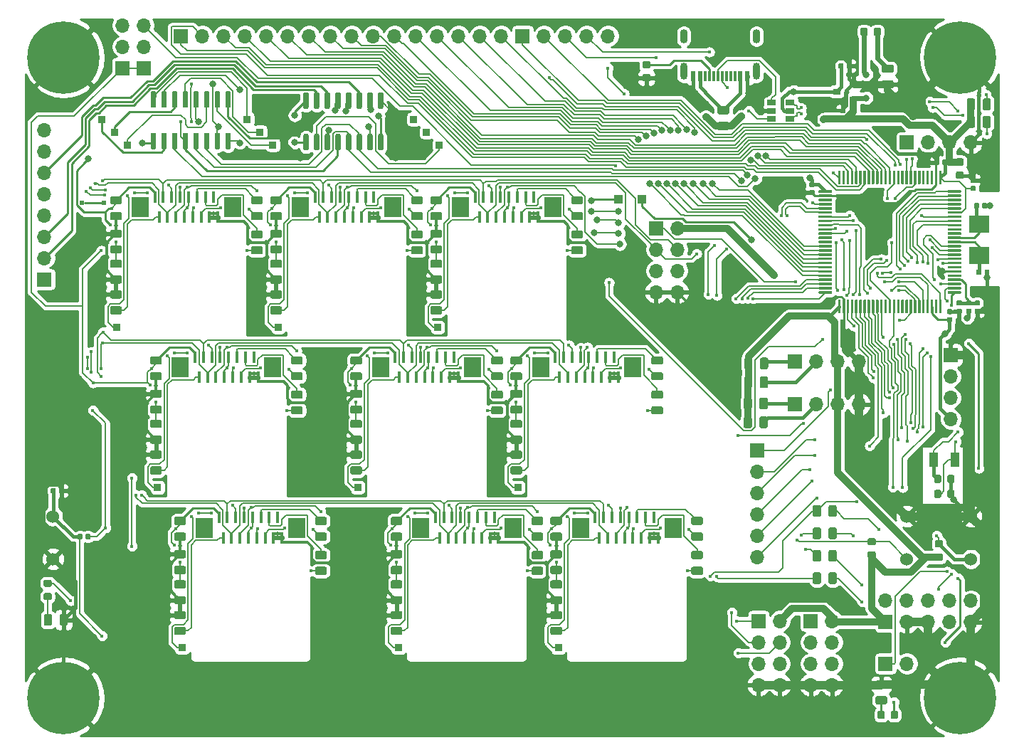
<source format=gbr>
%TF.GenerationSoftware,KiCad,Pcbnew,(5.1.5)-3*%
%TF.CreationDate,2021-02-26T11:52:20+01:00*%
%TF.ProjectId,poly_kb,706f6c79-5f6b-4622-9e6b-696361645f70,rev?*%
%TF.SameCoordinates,Original*%
%TF.FileFunction,Copper,L2,Bot*%
%TF.FilePolarity,Positive*%
%FSLAX46Y46*%
G04 Gerber Fmt 4.6, Leading zero omitted, Abs format (unit mm)*
G04 Created by KiCad (PCBNEW (5.1.5)-3) date 2021-02-26 11:52:20*
%MOMM*%
%LPD*%
G04 APERTURE LIST*
%TA.AperFunction,SMDPad,CuDef*%
%ADD10R,2.400000X2.000000*%
%TD*%
%TA.AperFunction,SMDPad,CuDef*%
%ADD11R,0.900000X0.800000*%
%TD*%
%TA.AperFunction,SMDPad,CuDef*%
%ADD12C,0.127000*%
%TD*%
%TA.AperFunction,SMDPad,CuDef*%
%ADD13R,0.400000X1.400000*%
%TD*%
%TA.AperFunction,SMDPad,CuDef*%
%ADD14R,2.000000X2.400000*%
%TD*%
%TA.AperFunction,ComponentPad*%
%ADD15O,1.700000X1.700000*%
%TD*%
%TA.AperFunction,ComponentPad*%
%ADD16R,1.700000X1.700000*%
%TD*%
%TA.AperFunction,ComponentPad*%
%ADD17R,0.850000X0.850000*%
%TD*%
%TA.AperFunction,SMDPad,CuDef*%
%ADD18R,1.000000X1.800000*%
%TD*%
%TA.AperFunction,ComponentPad*%
%ADD19C,1.524000*%
%TD*%
%TA.AperFunction,SMDPad,CuDef*%
%ADD20R,0.600000X1.160000*%
%TD*%
%TA.AperFunction,SMDPad,CuDef*%
%ADD21R,0.300000X1.160000*%
%TD*%
%TA.AperFunction,ComponentPad*%
%ADD22O,0.900000X1.700000*%
%TD*%
%TA.AperFunction,ComponentPad*%
%ADD23O,0.900000X2.000000*%
%TD*%
%TA.AperFunction,ComponentPad*%
%ADD24C,0.900000*%
%TD*%
%TA.AperFunction,ComponentPad*%
%ADD25C,8.600000*%
%TD*%
%TA.AperFunction,SMDPad,CuDef*%
%ADD26R,1.100000X1.100000*%
%TD*%
%TA.AperFunction,SMDPad,CuDef*%
%ADD27R,1.060000X0.650000*%
%TD*%
%TA.AperFunction,ViaPad*%
%ADD28C,0.508000*%
%TD*%
%TA.AperFunction,ViaPad*%
%ADD29C,0.800000*%
%TD*%
%TA.AperFunction,ViaPad*%
%ADD30C,0.450000*%
%TD*%
%TA.AperFunction,ViaPad*%
%ADD31C,0.609600*%
%TD*%
%TA.AperFunction,Conductor*%
%ADD32C,0.254000*%
%TD*%
%TA.AperFunction,Conductor*%
%ADD33C,0.355600*%
%TD*%
%TA.AperFunction,Conductor*%
%ADD34C,0.457200*%
%TD*%
%TA.AperFunction,Conductor*%
%ADD35C,0.203200*%
%TD*%
%TA.AperFunction,Conductor*%
%ADD36C,0.177800*%
%TD*%
%TA.AperFunction,Conductor*%
%ADD37C,0.381000*%
%TD*%
%TA.AperFunction,Conductor*%
%ADD38C,1.016000*%
%TD*%
%TA.AperFunction,Conductor*%
%ADD39C,0.127000*%
%TD*%
%TA.AperFunction,Conductor*%
%ADD40C,0.200000*%
%TD*%
%TA.AperFunction,Conductor*%
%ADD41C,0.812800*%
%TD*%
%TA.AperFunction,Conductor*%
%ADD42C,0.609600*%
%TD*%
G04 APERTURE END LIST*
D10*
%TO.P,Y1,2*%
%TO.N,HSE_IN*%
X141986000Y-69397000D03*
%TO.P,Y1,1*%
%TO.N,HSE_OUT*%
X141986000Y-73097000D03*
%TD*%
D11*
%TO.P,U2,3*%
%TO.N,+5V*%
X124984000Y-53594000D03*
%TO.P,U2,2*%
%TO.N,+3V3*%
X126984000Y-54544000D03*
%TO.P,U2,1*%
%TO.N,GND*%
X126984000Y-52644000D03*
%TD*%
%TA.AperFunction,SMDPad,CuDef*%
D12*
%TO.P,R3,2*%
%TO.N,GND*%
G36*
X131544142Y-52267174D02*
G01*
X131567803Y-52270684D01*
X131591007Y-52276496D01*
X131613529Y-52284554D01*
X131635153Y-52294782D01*
X131655670Y-52307079D01*
X131674883Y-52321329D01*
X131692607Y-52337393D01*
X131708671Y-52355117D01*
X131722921Y-52374330D01*
X131735218Y-52394847D01*
X131745446Y-52416471D01*
X131753504Y-52438993D01*
X131759316Y-52462197D01*
X131762826Y-52485858D01*
X131764000Y-52509750D01*
X131764000Y-52997250D01*
X131762826Y-53021142D01*
X131759316Y-53044803D01*
X131753504Y-53068007D01*
X131745446Y-53090529D01*
X131735218Y-53112153D01*
X131722921Y-53132670D01*
X131708671Y-53151883D01*
X131692607Y-53169607D01*
X131674883Y-53185671D01*
X131655670Y-53199921D01*
X131635153Y-53212218D01*
X131613529Y-53222446D01*
X131591007Y-53230504D01*
X131567803Y-53236316D01*
X131544142Y-53239826D01*
X131520250Y-53241000D01*
X130607750Y-53241000D01*
X130583858Y-53239826D01*
X130560197Y-53236316D01*
X130536993Y-53230504D01*
X130514471Y-53222446D01*
X130492847Y-53212218D01*
X130472330Y-53199921D01*
X130453117Y-53185671D01*
X130435393Y-53169607D01*
X130419329Y-53151883D01*
X130405079Y-53132670D01*
X130392782Y-53112153D01*
X130382554Y-53090529D01*
X130374496Y-53068007D01*
X130368684Y-53044803D01*
X130365174Y-53021142D01*
X130364000Y-52997250D01*
X130364000Y-52509750D01*
X130365174Y-52485858D01*
X130368684Y-52462197D01*
X130374496Y-52438993D01*
X130382554Y-52416471D01*
X130392782Y-52394847D01*
X130405079Y-52374330D01*
X130419329Y-52355117D01*
X130435393Y-52337393D01*
X130453117Y-52321329D01*
X130472330Y-52307079D01*
X130492847Y-52294782D01*
X130514471Y-52284554D01*
X130536993Y-52276496D01*
X130560197Y-52270684D01*
X130583858Y-52267174D01*
X130607750Y-52266000D01*
X131520250Y-52266000D01*
X131544142Y-52267174D01*
G37*
%TD.AperFunction*%
%TA.AperFunction,SMDPad,CuDef*%
%TO.P,R3,1*%
%TO.N,Net-(D4-Pad1)*%
G36*
X131544142Y-50392174D02*
G01*
X131567803Y-50395684D01*
X131591007Y-50401496D01*
X131613529Y-50409554D01*
X131635153Y-50419782D01*
X131655670Y-50432079D01*
X131674883Y-50446329D01*
X131692607Y-50462393D01*
X131708671Y-50480117D01*
X131722921Y-50499330D01*
X131735218Y-50519847D01*
X131745446Y-50541471D01*
X131753504Y-50563993D01*
X131759316Y-50587197D01*
X131762826Y-50610858D01*
X131764000Y-50634750D01*
X131764000Y-51122250D01*
X131762826Y-51146142D01*
X131759316Y-51169803D01*
X131753504Y-51193007D01*
X131745446Y-51215529D01*
X131735218Y-51237153D01*
X131722921Y-51257670D01*
X131708671Y-51276883D01*
X131692607Y-51294607D01*
X131674883Y-51310671D01*
X131655670Y-51324921D01*
X131635153Y-51337218D01*
X131613529Y-51347446D01*
X131591007Y-51355504D01*
X131567803Y-51361316D01*
X131544142Y-51364826D01*
X131520250Y-51366000D01*
X130607750Y-51366000D01*
X130583858Y-51364826D01*
X130560197Y-51361316D01*
X130536993Y-51355504D01*
X130514471Y-51347446D01*
X130492847Y-51337218D01*
X130472330Y-51324921D01*
X130453117Y-51310671D01*
X130435393Y-51294607D01*
X130419329Y-51276883D01*
X130405079Y-51257670D01*
X130392782Y-51237153D01*
X130382554Y-51215529D01*
X130374496Y-51193007D01*
X130368684Y-51169803D01*
X130365174Y-51146142D01*
X130364000Y-51122250D01*
X130364000Y-50634750D01*
X130365174Y-50610858D01*
X130368684Y-50587197D01*
X130374496Y-50563993D01*
X130382554Y-50541471D01*
X130392782Y-50519847D01*
X130405079Y-50499330D01*
X130419329Y-50480117D01*
X130435393Y-50462393D01*
X130453117Y-50446329D01*
X130472330Y-50432079D01*
X130492847Y-50419782D01*
X130514471Y-50409554D01*
X130536993Y-50401496D01*
X130560197Y-50395684D01*
X130583858Y-50392174D01*
X130607750Y-50391000D01*
X131520250Y-50391000D01*
X131544142Y-50392174D01*
G37*
%TD.AperFunction*%
%TD*%
%TA.AperFunction,SMDPad,CuDef*%
%TO.P,FB1,2*%
%TO.N,Net-(FB1-Pad2)*%
G36*
X111986142Y-55345174D02*
G01*
X112009803Y-55348684D01*
X112033007Y-55354496D01*
X112055529Y-55362554D01*
X112077153Y-55372782D01*
X112097670Y-55385079D01*
X112116883Y-55399329D01*
X112134607Y-55415393D01*
X112150671Y-55433117D01*
X112164921Y-55452330D01*
X112177218Y-55472847D01*
X112187446Y-55494471D01*
X112195504Y-55516993D01*
X112201316Y-55540197D01*
X112204826Y-55563858D01*
X112206000Y-55587750D01*
X112206000Y-56075250D01*
X112204826Y-56099142D01*
X112201316Y-56122803D01*
X112195504Y-56146007D01*
X112187446Y-56168529D01*
X112177218Y-56190153D01*
X112164921Y-56210670D01*
X112150671Y-56229883D01*
X112134607Y-56247607D01*
X112116883Y-56263671D01*
X112097670Y-56277921D01*
X112077153Y-56290218D01*
X112055529Y-56300446D01*
X112033007Y-56308504D01*
X112009803Y-56314316D01*
X111986142Y-56317826D01*
X111962250Y-56319000D01*
X111049750Y-56319000D01*
X111025858Y-56317826D01*
X111002197Y-56314316D01*
X110978993Y-56308504D01*
X110956471Y-56300446D01*
X110934847Y-56290218D01*
X110914330Y-56277921D01*
X110895117Y-56263671D01*
X110877393Y-56247607D01*
X110861329Y-56229883D01*
X110847079Y-56210670D01*
X110834782Y-56190153D01*
X110824554Y-56168529D01*
X110816496Y-56146007D01*
X110810684Y-56122803D01*
X110807174Y-56099142D01*
X110806000Y-56075250D01*
X110806000Y-55587750D01*
X110807174Y-55563858D01*
X110810684Y-55540197D01*
X110816496Y-55516993D01*
X110824554Y-55494471D01*
X110834782Y-55472847D01*
X110847079Y-55452330D01*
X110861329Y-55433117D01*
X110877393Y-55415393D01*
X110895117Y-55399329D01*
X110914330Y-55385079D01*
X110934847Y-55372782D01*
X110956471Y-55362554D01*
X110978993Y-55354496D01*
X111002197Y-55348684D01*
X111025858Y-55345174D01*
X111049750Y-55344000D01*
X111962250Y-55344000D01*
X111986142Y-55345174D01*
G37*
%TD.AperFunction*%
%TA.AperFunction,SMDPad,CuDef*%
%TO.P,FB1,1*%
%TO.N,+5V*%
G36*
X111986142Y-57220174D02*
G01*
X112009803Y-57223684D01*
X112033007Y-57229496D01*
X112055529Y-57237554D01*
X112077153Y-57247782D01*
X112097670Y-57260079D01*
X112116883Y-57274329D01*
X112134607Y-57290393D01*
X112150671Y-57308117D01*
X112164921Y-57327330D01*
X112177218Y-57347847D01*
X112187446Y-57369471D01*
X112195504Y-57391993D01*
X112201316Y-57415197D01*
X112204826Y-57438858D01*
X112206000Y-57462750D01*
X112206000Y-57950250D01*
X112204826Y-57974142D01*
X112201316Y-57997803D01*
X112195504Y-58021007D01*
X112187446Y-58043529D01*
X112177218Y-58065153D01*
X112164921Y-58085670D01*
X112150671Y-58104883D01*
X112134607Y-58122607D01*
X112116883Y-58138671D01*
X112097670Y-58152921D01*
X112077153Y-58165218D01*
X112055529Y-58175446D01*
X112033007Y-58183504D01*
X112009803Y-58189316D01*
X111986142Y-58192826D01*
X111962250Y-58194000D01*
X111049750Y-58194000D01*
X111025858Y-58192826D01*
X111002197Y-58189316D01*
X110978993Y-58183504D01*
X110956471Y-58175446D01*
X110934847Y-58165218D01*
X110914330Y-58152921D01*
X110895117Y-58138671D01*
X110877393Y-58122607D01*
X110861329Y-58104883D01*
X110847079Y-58085670D01*
X110834782Y-58065153D01*
X110824554Y-58043529D01*
X110816496Y-58021007D01*
X110810684Y-57997803D01*
X110807174Y-57974142D01*
X110806000Y-57950250D01*
X110806000Y-57462750D01*
X110807174Y-57438858D01*
X110810684Y-57415197D01*
X110816496Y-57391993D01*
X110824554Y-57369471D01*
X110834782Y-57347847D01*
X110847079Y-57327330D01*
X110861329Y-57308117D01*
X110877393Y-57290393D01*
X110895117Y-57274329D01*
X110914330Y-57260079D01*
X110934847Y-57247782D01*
X110956471Y-57237554D01*
X110978993Y-57229496D01*
X111002197Y-57223684D01*
X111025858Y-57220174D01*
X111049750Y-57219000D01*
X111962250Y-57219000D01*
X111986142Y-57220174D01*
G37*
%TD.AperFunction*%
%TD*%
%TA.AperFunction,SMDPad,CuDef*%
%TO.P,D4,2*%
%TO.N,+3V3*%
G36*
X128484691Y-46008053D02*
G01*
X128505926Y-46011203D01*
X128526750Y-46016419D01*
X128546962Y-46023651D01*
X128566368Y-46032830D01*
X128584781Y-46043866D01*
X128602024Y-46056654D01*
X128617930Y-46071070D01*
X128632346Y-46086976D01*
X128645134Y-46104219D01*
X128656170Y-46122632D01*
X128665349Y-46142038D01*
X128672581Y-46162250D01*
X128677797Y-46183074D01*
X128680947Y-46204309D01*
X128682000Y-46225750D01*
X128682000Y-46738250D01*
X128680947Y-46759691D01*
X128677797Y-46780926D01*
X128672581Y-46801750D01*
X128665349Y-46821962D01*
X128656170Y-46841368D01*
X128645134Y-46859781D01*
X128632346Y-46877024D01*
X128617930Y-46892930D01*
X128602024Y-46907346D01*
X128584781Y-46920134D01*
X128566368Y-46931170D01*
X128546962Y-46940349D01*
X128526750Y-46947581D01*
X128505926Y-46952797D01*
X128484691Y-46955947D01*
X128463250Y-46957000D01*
X128025750Y-46957000D01*
X128004309Y-46955947D01*
X127983074Y-46952797D01*
X127962250Y-46947581D01*
X127942038Y-46940349D01*
X127922632Y-46931170D01*
X127904219Y-46920134D01*
X127886976Y-46907346D01*
X127871070Y-46892930D01*
X127856654Y-46877024D01*
X127843866Y-46859781D01*
X127832830Y-46841368D01*
X127823651Y-46821962D01*
X127816419Y-46801750D01*
X127811203Y-46780926D01*
X127808053Y-46759691D01*
X127807000Y-46738250D01*
X127807000Y-46225750D01*
X127808053Y-46204309D01*
X127811203Y-46183074D01*
X127816419Y-46162250D01*
X127823651Y-46142038D01*
X127832830Y-46122632D01*
X127843866Y-46104219D01*
X127856654Y-46086976D01*
X127871070Y-46071070D01*
X127886976Y-46056654D01*
X127904219Y-46043866D01*
X127922632Y-46032830D01*
X127942038Y-46023651D01*
X127962250Y-46016419D01*
X127983074Y-46011203D01*
X128004309Y-46008053D01*
X128025750Y-46007000D01*
X128463250Y-46007000D01*
X128484691Y-46008053D01*
G37*
%TD.AperFunction*%
%TA.AperFunction,SMDPad,CuDef*%
%TO.P,D4,1*%
%TO.N,Net-(D4-Pad1)*%
G36*
X130059691Y-46008053D02*
G01*
X130080926Y-46011203D01*
X130101750Y-46016419D01*
X130121962Y-46023651D01*
X130141368Y-46032830D01*
X130159781Y-46043866D01*
X130177024Y-46056654D01*
X130192930Y-46071070D01*
X130207346Y-46086976D01*
X130220134Y-46104219D01*
X130231170Y-46122632D01*
X130240349Y-46142038D01*
X130247581Y-46162250D01*
X130252797Y-46183074D01*
X130255947Y-46204309D01*
X130257000Y-46225750D01*
X130257000Y-46738250D01*
X130255947Y-46759691D01*
X130252797Y-46780926D01*
X130247581Y-46801750D01*
X130240349Y-46821962D01*
X130231170Y-46841368D01*
X130220134Y-46859781D01*
X130207346Y-46877024D01*
X130192930Y-46892930D01*
X130177024Y-46907346D01*
X130159781Y-46920134D01*
X130141368Y-46931170D01*
X130121962Y-46940349D01*
X130101750Y-46947581D01*
X130080926Y-46952797D01*
X130059691Y-46955947D01*
X130038250Y-46957000D01*
X129600750Y-46957000D01*
X129579309Y-46955947D01*
X129558074Y-46952797D01*
X129537250Y-46947581D01*
X129517038Y-46940349D01*
X129497632Y-46931170D01*
X129479219Y-46920134D01*
X129461976Y-46907346D01*
X129446070Y-46892930D01*
X129431654Y-46877024D01*
X129418866Y-46859781D01*
X129407830Y-46841368D01*
X129398651Y-46821962D01*
X129391419Y-46801750D01*
X129386203Y-46780926D01*
X129383053Y-46759691D01*
X129382000Y-46738250D01*
X129382000Y-46225750D01*
X129383053Y-46204309D01*
X129386203Y-46183074D01*
X129391419Y-46162250D01*
X129398651Y-46142038D01*
X129407830Y-46122632D01*
X129418866Y-46104219D01*
X129431654Y-46086976D01*
X129446070Y-46071070D01*
X129461976Y-46056654D01*
X129479219Y-46043866D01*
X129497632Y-46032830D01*
X129517038Y-46023651D01*
X129537250Y-46016419D01*
X129558074Y-46011203D01*
X129579309Y-46008053D01*
X129600750Y-46007000D01*
X130038250Y-46007000D01*
X130059691Y-46008053D01*
G37*
%TD.AperFunction*%
%TD*%
%TA.AperFunction,SMDPad,CuDef*%
%TO.P,C14,2*%
%TO.N,GND*%
G36*
X125916958Y-55608710D02*
G01*
X125931276Y-55610834D01*
X125945317Y-55614351D01*
X125958946Y-55619228D01*
X125972031Y-55625417D01*
X125984447Y-55632858D01*
X125996073Y-55641481D01*
X126006798Y-55651202D01*
X126016519Y-55661927D01*
X126025142Y-55673553D01*
X126032583Y-55685969D01*
X126038772Y-55699054D01*
X126043649Y-55712683D01*
X126047166Y-55726724D01*
X126049290Y-55741042D01*
X126050000Y-55755500D01*
X126050000Y-56050500D01*
X126049290Y-56064958D01*
X126047166Y-56079276D01*
X126043649Y-56093317D01*
X126038772Y-56106946D01*
X126032583Y-56120031D01*
X126025142Y-56132447D01*
X126016519Y-56144073D01*
X126006798Y-56154798D01*
X125996073Y-56164519D01*
X125984447Y-56173142D01*
X125972031Y-56180583D01*
X125958946Y-56186772D01*
X125945317Y-56191649D01*
X125931276Y-56195166D01*
X125916958Y-56197290D01*
X125902500Y-56198000D01*
X125557500Y-56198000D01*
X125543042Y-56197290D01*
X125528724Y-56195166D01*
X125514683Y-56191649D01*
X125501054Y-56186772D01*
X125487969Y-56180583D01*
X125475553Y-56173142D01*
X125463927Y-56164519D01*
X125453202Y-56154798D01*
X125443481Y-56144073D01*
X125434858Y-56132447D01*
X125427417Y-56120031D01*
X125421228Y-56106946D01*
X125416351Y-56093317D01*
X125412834Y-56079276D01*
X125410710Y-56064958D01*
X125410000Y-56050500D01*
X125410000Y-55755500D01*
X125410710Y-55741042D01*
X125412834Y-55726724D01*
X125416351Y-55712683D01*
X125421228Y-55699054D01*
X125427417Y-55685969D01*
X125434858Y-55673553D01*
X125443481Y-55661927D01*
X125453202Y-55651202D01*
X125463927Y-55641481D01*
X125475553Y-55632858D01*
X125487969Y-55625417D01*
X125501054Y-55619228D01*
X125514683Y-55614351D01*
X125528724Y-55610834D01*
X125543042Y-55608710D01*
X125557500Y-55608000D01*
X125902500Y-55608000D01*
X125916958Y-55608710D01*
G37*
%TD.AperFunction*%
%TA.AperFunction,SMDPad,CuDef*%
%TO.P,C14,1*%
%TO.N,+3V3*%
G36*
X125916958Y-56578710D02*
G01*
X125931276Y-56580834D01*
X125945317Y-56584351D01*
X125958946Y-56589228D01*
X125972031Y-56595417D01*
X125984447Y-56602858D01*
X125996073Y-56611481D01*
X126006798Y-56621202D01*
X126016519Y-56631927D01*
X126025142Y-56643553D01*
X126032583Y-56655969D01*
X126038772Y-56669054D01*
X126043649Y-56682683D01*
X126047166Y-56696724D01*
X126049290Y-56711042D01*
X126050000Y-56725500D01*
X126050000Y-57020500D01*
X126049290Y-57034958D01*
X126047166Y-57049276D01*
X126043649Y-57063317D01*
X126038772Y-57076946D01*
X126032583Y-57090031D01*
X126025142Y-57102447D01*
X126016519Y-57114073D01*
X126006798Y-57124798D01*
X125996073Y-57134519D01*
X125984447Y-57143142D01*
X125972031Y-57150583D01*
X125958946Y-57156772D01*
X125945317Y-57161649D01*
X125931276Y-57165166D01*
X125916958Y-57167290D01*
X125902500Y-57168000D01*
X125557500Y-57168000D01*
X125543042Y-57167290D01*
X125528724Y-57165166D01*
X125514683Y-57161649D01*
X125501054Y-57156772D01*
X125487969Y-57150583D01*
X125475553Y-57143142D01*
X125463927Y-57134519D01*
X125453202Y-57124798D01*
X125443481Y-57114073D01*
X125434858Y-57102447D01*
X125427417Y-57090031D01*
X125421228Y-57076946D01*
X125416351Y-57063317D01*
X125412834Y-57049276D01*
X125410710Y-57034958D01*
X125410000Y-57020500D01*
X125410000Y-56725500D01*
X125410710Y-56711042D01*
X125412834Y-56696724D01*
X125416351Y-56682683D01*
X125421228Y-56669054D01*
X125427417Y-56655969D01*
X125434858Y-56643553D01*
X125443481Y-56631927D01*
X125453202Y-56621202D01*
X125463927Y-56611481D01*
X125475553Y-56602858D01*
X125487969Y-56595417D01*
X125501054Y-56589228D01*
X125514683Y-56584351D01*
X125528724Y-56580834D01*
X125543042Y-56578710D01*
X125557500Y-56578000D01*
X125902500Y-56578000D01*
X125916958Y-56578710D01*
G37*
%TD.AperFunction*%
%TD*%
%TA.AperFunction,SMDPad,CuDef*%
%TO.P,C13,2*%
%TO.N,GND*%
G36*
X126630958Y-50226710D02*
G01*
X126645276Y-50228834D01*
X126659317Y-50232351D01*
X126672946Y-50237228D01*
X126686031Y-50243417D01*
X126698447Y-50250858D01*
X126710073Y-50259481D01*
X126720798Y-50269202D01*
X126730519Y-50279927D01*
X126739142Y-50291553D01*
X126746583Y-50303969D01*
X126752772Y-50317054D01*
X126757649Y-50330683D01*
X126761166Y-50344724D01*
X126763290Y-50359042D01*
X126764000Y-50373500D01*
X126764000Y-50718500D01*
X126763290Y-50732958D01*
X126761166Y-50747276D01*
X126757649Y-50761317D01*
X126752772Y-50774946D01*
X126746583Y-50788031D01*
X126739142Y-50800447D01*
X126730519Y-50812073D01*
X126720798Y-50822798D01*
X126710073Y-50832519D01*
X126698447Y-50841142D01*
X126686031Y-50848583D01*
X126672946Y-50854772D01*
X126659317Y-50859649D01*
X126645276Y-50863166D01*
X126630958Y-50865290D01*
X126616500Y-50866000D01*
X126321500Y-50866000D01*
X126307042Y-50865290D01*
X126292724Y-50863166D01*
X126278683Y-50859649D01*
X126265054Y-50854772D01*
X126251969Y-50848583D01*
X126239553Y-50841142D01*
X126227927Y-50832519D01*
X126217202Y-50822798D01*
X126207481Y-50812073D01*
X126198858Y-50800447D01*
X126191417Y-50788031D01*
X126185228Y-50774946D01*
X126180351Y-50761317D01*
X126176834Y-50747276D01*
X126174710Y-50732958D01*
X126174000Y-50718500D01*
X126174000Y-50373500D01*
X126174710Y-50359042D01*
X126176834Y-50344724D01*
X126180351Y-50330683D01*
X126185228Y-50317054D01*
X126191417Y-50303969D01*
X126198858Y-50291553D01*
X126207481Y-50279927D01*
X126217202Y-50269202D01*
X126227927Y-50259481D01*
X126239553Y-50250858D01*
X126251969Y-50243417D01*
X126265054Y-50237228D01*
X126278683Y-50232351D01*
X126292724Y-50228834D01*
X126307042Y-50226710D01*
X126321500Y-50226000D01*
X126616500Y-50226000D01*
X126630958Y-50226710D01*
G37*
%TD.AperFunction*%
%TA.AperFunction,SMDPad,CuDef*%
%TO.P,C13,1*%
%TO.N,+5V*%
G36*
X125660958Y-50226710D02*
G01*
X125675276Y-50228834D01*
X125689317Y-50232351D01*
X125702946Y-50237228D01*
X125716031Y-50243417D01*
X125728447Y-50250858D01*
X125740073Y-50259481D01*
X125750798Y-50269202D01*
X125760519Y-50279927D01*
X125769142Y-50291553D01*
X125776583Y-50303969D01*
X125782772Y-50317054D01*
X125787649Y-50330683D01*
X125791166Y-50344724D01*
X125793290Y-50359042D01*
X125794000Y-50373500D01*
X125794000Y-50718500D01*
X125793290Y-50732958D01*
X125791166Y-50747276D01*
X125787649Y-50761317D01*
X125782772Y-50774946D01*
X125776583Y-50788031D01*
X125769142Y-50800447D01*
X125760519Y-50812073D01*
X125750798Y-50822798D01*
X125740073Y-50832519D01*
X125728447Y-50841142D01*
X125716031Y-50848583D01*
X125702946Y-50854772D01*
X125689317Y-50859649D01*
X125675276Y-50863166D01*
X125660958Y-50865290D01*
X125646500Y-50866000D01*
X125351500Y-50866000D01*
X125337042Y-50865290D01*
X125322724Y-50863166D01*
X125308683Y-50859649D01*
X125295054Y-50854772D01*
X125281969Y-50848583D01*
X125269553Y-50841142D01*
X125257927Y-50832519D01*
X125247202Y-50822798D01*
X125237481Y-50812073D01*
X125228858Y-50800447D01*
X125221417Y-50788031D01*
X125215228Y-50774946D01*
X125210351Y-50761317D01*
X125206834Y-50747276D01*
X125204710Y-50732958D01*
X125204000Y-50718500D01*
X125204000Y-50373500D01*
X125204710Y-50359042D01*
X125206834Y-50344724D01*
X125210351Y-50330683D01*
X125215228Y-50317054D01*
X125221417Y-50303969D01*
X125228858Y-50291553D01*
X125237481Y-50279927D01*
X125247202Y-50269202D01*
X125257927Y-50259481D01*
X125269553Y-50250858D01*
X125281969Y-50243417D01*
X125295054Y-50237228D01*
X125308683Y-50232351D01*
X125322724Y-50228834D01*
X125337042Y-50226710D01*
X125351500Y-50226000D01*
X125646500Y-50226000D01*
X125660958Y-50226710D01*
G37*
%TD.AperFunction*%
%TD*%
%TA.AperFunction,SMDPad,CuDef*%
%TO.P,C10,2*%
%TO.N,GND*%
G36*
X142759958Y-66863710D02*
G01*
X142774276Y-66865834D01*
X142788317Y-66869351D01*
X142801946Y-66874228D01*
X142815031Y-66880417D01*
X142827447Y-66887858D01*
X142839073Y-66896481D01*
X142849798Y-66906202D01*
X142859519Y-66916927D01*
X142868142Y-66928553D01*
X142875583Y-66940969D01*
X142881772Y-66954054D01*
X142886649Y-66967683D01*
X142890166Y-66981724D01*
X142892290Y-66996042D01*
X142893000Y-67010500D01*
X142893000Y-67355500D01*
X142892290Y-67369958D01*
X142890166Y-67384276D01*
X142886649Y-67398317D01*
X142881772Y-67411946D01*
X142875583Y-67425031D01*
X142868142Y-67437447D01*
X142859519Y-67449073D01*
X142849798Y-67459798D01*
X142839073Y-67469519D01*
X142827447Y-67478142D01*
X142815031Y-67485583D01*
X142801946Y-67491772D01*
X142788317Y-67496649D01*
X142774276Y-67500166D01*
X142759958Y-67502290D01*
X142745500Y-67503000D01*
X142450500Y-67503000D01*
X142436042Y-67502290D01*
X142421724Y-67500166D01*
X142407683Y-67496649D01*
X142394054Y-67491772D01*
X142380969Y-67485583D01*
X142368553Y-67478142D01*
X142356927Y-67469519D01*
X142346202Y-67459798D01*
X142336481Y-67449073D01*
X142327858Y-67437447D01*
X142320417Y-67425031D01*
X142314228Y-67411946D01*
X142309351Y-67398317D01*
X142305834Y-67384276D01*
X142303710Y-67369958D01*
X142303000Y-67355500D01*
X142303000Y-67010500D01*
X142303710Y-66996042D01*
X142305834Y-66981724D01*
X142309351Y-66967683D01*
X142314228Y-66954054D01*
X142320417Y-66940969D01*
X142327858Y-66928553D01*
X142336481Y-66916927D01*
X142346202Y-66906202D01*
X142356927Y-66896481D01*
X142368553Y-66887858D01*
X142380969Y-66880417D01*
X142394054Y-66874228D01*
X142407683Y-66869351D01*
X142421724Y-66865834D01*
X142436042Y-66863710D01*
X142450500Y-66863000D01*
X142745500Y-66863000D01*
X142759958Y-66863710D01*
G37*
%TD.AperFunction*%
%TA.AperFunction,SMDPad,CuDef*%
%TO.P,C10,1*%
%TO.N,HSE_IN*%
G36*
X141789958Y-66863710D02*
G01*
X141804276Y-66865834D01*
X141818317Y-66869351D01*
X141831946Y-66874228D01*
X141845031Y-66880417D01*
X141857447Y-66887858D01*
X141869073Y-66896481D01*
X141879798Y-66906202D01*
X141889519Y-66916927D01*
X141898142Y-66928553D01*
X141905583Y-66940969D01*
X141911772Y-66954054D01*
X141916649Y-66967683D01*
X141920166Y-66981724D01*
X141922290Y-66996042D01*
X141923000Y-67010500D01*
X141923000Y-67355500D01*
X141922290Y-67369958D01*
X141920166Y-67384276D01*
X141916649Y-67398317D01*
X141911772Y-67411946D01*
X141905583Y-67425031D01*
X141898142Y-67437447D01*
X141889519Y-67449073D01*
X141879798Y-67459798D01*
X141869073Y-67469519D01*
X141857447Y-67478142D01*
X141845031Y-67485583D01*
X141831946Y-67491772D01*
X141818317Y-67496649D01*
X141804276Y-67500166D01*
X141789958Y-67502290D01*
X141775500Y-67503000D01*
X141480500Y-67503000D01*
X141466042Y-67502290D01*
X141451724Y-67500166D01*
X141437683Y-67496649D01*
X141424054Y-67491772D01*
X141410969Y-67485583D01*
X141398553Y-67478142D01*
X141386927Y-67469519D01*
X141376202Y-67459798D01*
X141366481Y-67449073D01*
X141357858Y-67437447D01*
X141350417Y-67425031D01*
X141344228Y-67411946D01*
X141339351Y-67398317D01*
X141335834Y-67384276D01*
X141333710Y-67369958D01*
X141333000Y-67355500D01*
X141333000Y-67010500D01*
X141333710Y-66996042D01*
X141335834Y-66981724D01*
X141339351Y-66967683D01*
X141344228Y-66954054D01*
X141350417Y-66940969D01*
X141357858Y-66928553D01*
X141366481Y-66916927D01*
X141376202Y-66906202D01*
X141386927Y-66896481D01*
X141398553Y-66887858D01*
X141410969Y-66880417D01*
X141424054Y-66874228D01*
X141437683Y-66869351D01*
X141451724Y-66865834D01*
X141466042Y-66863710D01*
X141480500Y-66863000D01*
X141775500Y-66863000D01*
X141789958Y-66863710D01*
G37*
%TD.AperFunction*%
%TD*%
%TA.AperFunction,SMDPad,CuDef*%
%TO.P,C9,2*%
%TO.N,GND*%
G36*
X143039358Y-74788510D02*
G01*
X143053676Y-74790634D01*
X143067717Y-74794151D01*
X143081346Y-74799028D01*
X143094431Y-74805217D01*
X143106847Y-74812658D01*
X143118473Y-74821281D01*
X143129198Y-74831002D01*
X143138919Y-74841727D01*
X143147542Y-74853353D01*
X143154983Y-74865769D01*
X143161172Y-74878854D01*
X143166049Y-74892483D01*
X143169566Y-74906524D01*
X143171690Y-74920842D01*
X143172400Y-74935300D01*
X143172400Y-75280300D01*
X143171690Y-75294758D01*
X143169566Y-75309076D01*
X143166049Y-75323117D01*
X143161172Y-75336746D01*
X143154983Y-75349831D01*
X143147542Y-75362247D01*
X143138919Y-75373873D01*
X143129198Y-75384598D01*
X143118473Y-75394319D01*
X143106847Y-75402942D01*
X143094431Y-75410383D01*
X143081346Y-75416572D01*
X143067717Y-75421449D01*
X143053676Y-75424966D01*
X143039358Y-75427090D01*
X143024900Y-75427800D01*
X142729900Y-75427800D01*
X142715442Y-75427090D01*
X142701124Y-75424966D01*
X142687083Y-75421449D01*
X142673454Y-75416572D01*
X142660369Y-75410383D01*
X142647953Y-75402942D01*
X142636327Y-75394319D01*
X142625602Y-75384598D01*
X142615881Y-75373873D01*
X142607258Y-75362247D01*
X142599817Y-75349831D01*
X142593628Y-75336746D01*
X142588751Y-75323117D01*
X142585234Y-75309076D01*
X142583110Y-75294758D01*
X142582400Y-75280300D01*
X142582400Y-74935300D01*
X142583110Y-74920842D01*
X142585234Y-74906524D01*
X142588751Y-74892483D01*
X142593628Y-74878854D01*
X142599817Y-74865769D01*
X142607258Y-74853353D01*
X142615881Y-74841727D01*
X142625602Y-74831002D01*
X142636327Y-74821281D01*
X142647953Y-74812658D01*
X142660369Y-74805217D01*
X142673454Y-74799028D01*
X142687083Y-74794151D01*
X142701124Y-74790634D01*
X142715442Y-74788510D01*
X142729900Y-74787800D01*
X143024900Y-74787800D01*
X143039358Y-74788510D01*
G37*
%TD.AperFunction*%
%TA.AperFunction,SMDPad,CuDef*%
%TO.P,C9,1*%
%TO.N,HSE_OUT*%
G36*
X142069358Y-74788510D02*
G01*
X142083676Y-74790634D01*
X142097717Y-74794151D01*
X142111346Y-74799028D01*
X142124431Y-74805217D01*
X142136847Y-74812658D01*
X142148473Y-74821281D01*
X142159198Y-74831002D01*
X142168919Y-74841727D01*
X142177542Y-74853353D01*
X142184983Y-74865769D01*
X142191172Y-74878854D01*
X142196049Y-74892483D01*
X142199566Y-74906524D01*
X142201690Y-74920842D01*
X142202400Y-74935300D01*
X142202400Y-75280300D01*
X142201690Y-75294758D01*
X142199566Y-75309076D01*
X142196049Y-75323117D01*
X142191172Y-75336746D01*
X142184983Y-75349831D01*
X142177542Y-75362247D01*
X142168919Y-75373873D01*
X142159198Y-75384598D01*
X142148473Y-75394319D01*
X142136847Y-75402942D01*
X142124431Y-75410383D01*
X142111346Y-75416572D01*
X142097717Y-75421449D01*
X142083676Y-75424966D01*
X142069358Y-75427090D01*
X142054900Y-75427800D01*
X141759900Y-75427800D01*
X141745442Y-75427090D01*
X141731124Y-75424966D01*
X141717083Y-75421449D01*
X141703454Y-75416572D01*
X141690369Y-75410383D01*
X141677953Y-75402942D01*
X141666327Y-75394319D01*
X141655602Y-75384598D01*
X141645881Y-75373873D01*
X141637258Y-75362247D01*
X141629817Y-75349831D01*
X141623628Y-75336746D01*
X141618751Y-75323117D01*
X141615234Y-75309076D01*
X141613110Y-75294758D01*
X141612400Y-75280300D01*
X141612400Y-74935300D01*
X141613110Y-74920842D01*
X141615234Y-74906524D01*
X141618751Y-74892483D01*
X141623628Y-74878854D01*
X141629817Y-74865769D01*
X141637258Y-74853353D01*
X141645881Y-74841727D01*
X141655602Y-74831002D01*
X141666327Y-74821281D01*
X141677953Y-74812658D01*
X141690369Y-74805217D01*
X141703454Y-74799028D01*
X141717083Y-74794151D01*
X141731124Y-74790634D01*
X141745442Y-74788510D01*
X141759900Y-74787800D01*
X142054900Y-74787800D01*
X142069358Y-74788510D01*
G37*
%TD.AperFunction*%
%TD*%
D13*
%TO.P,J40,1*%
%TO.N,GND*%
X58990000Y-106700000D03*
%TO.P,J40,2*%
%TO.N,N/C*%
X58490000Y-104300000D03*
%TO.P,J40,3*%
%TO.N,GND*%
X57990000Y-106700000D03*
%TO.P,J40,4*%
%TO.N,Net-(C66-Pad1)*%
X57490000Y-104300000D03*
%TO.P,J40,5*%
%TO.N,Net-(C66-Pad2)*%
X56990000Y-106700000D03*
%TO.P,J40,6*%
%TO.N,Net-(C67-Pad1)*%
X56490000Y-104300000D03*
%TO.P,J40,7*%
%TO.N,Net-(C67-Pad2)*%
X55990000Y-106700000D03*
%TO.P,J40,8*%
%TO.N,+3V3*%
X55490000Y-104300000D03*
%TO.P,J40,9*%
X54990000Y-106700000D03*
%TO.P,J40,10*%
%TO.N,Net-(J40-Pad10)*%
X54490000Y-104300000D03*
%TO.P,J40,11*%
%TO.N,SPI1_RESET*%
X53990000Y-106700000D03*
%TO.P,J40,12*%
%TO.N,SPI1_MISO*%
X53490000Y-104300000D03*
%TO.P,J40,13*%
%TO.N,SPI1_SCK*%
X52990000Y-106700000D03*
%TO.P,J40,14*%
%TO.N,SPI1_MOSI*%
X52490000Y-104300000D03*
%TO.P,J40,15*%
%TO.N,Net-(C69-Pad1)*%
X51990000Y-106700000D03*
%TO.P,J40,16*%
%TO.N,+3V3*%
X51490000Y-104300000D03*
D14*
%TO.P,J40,0*%
%TO.N,N/C*%
X60740000Y-105500000D03*
X49740000Y-105500000D03*
%TD*%
D13*
%TO.P,J34,1*%
%TO.N,GND*%
X84750000Y-106700000D03*
%TO.P,J34,2*%
%TO.N,N/C*%
X84250000Y-104300000D03*
%TO.P,J34,3*%
%TO.N,GND*%
X83750000Y-106700000D03*
%TO.P,J34,4*%
%TO.N,Net-(C54-Pad1)*%
X83250000Y-104300000D03*
%TO.P,J34,5*%
%TO.N,Net-(C54-Pad2)*%
X82750000Y-106700000D03*
%TO.P,J34,6*%
%TO.N,Net-(C55-Pad1)*%
X82250000Y-104300000D03*
%TO.P,J34,7*%
%TO.N,Net-(C55-Pad2)*%
X81750000Y-106700000D03*
%TO.P,J34,8*%
%TO.N,+3V3*%
X81250000Y-104300000D03*
%TO.P,J34,9*%
X80750000Y-106700000D03*
%TO.P,J34,10*%
%TO.N,Net-(J34-Pad10)*%
X80250000Y-104300000D03*
%TO.P,J34,11*%
%TO.N,SPI1_RESET*%
X79750000Y-106700000D03*
%TO.P,J34,12*%
%TO.N,SPI1_MISO*%
X79250000Y-104300000D03*
%TO.P,J34,13*%
%TO.N,SPI1_SCK*%
X78750000Y-106700000D03*
%TO.P,J34,14*%
%TO.N,SPI1_MOSI*%
X78250000Y-104300000D03*
%TO.P,J34,15*%
%TO.N,Net-(C57-Pad1)*%
X77750000Y-106700000D03*
%TO.P,J34,16*%
%TO.N,+3V3*%
X77250000Y-104300000D03*
D14*
%TO.P,J34,0*%
%TO.N,N/C*%
X86500000Y-105500000D03*
X75500000Y-105500000D03*
%TD*%
D13*
%TO.P,J37,1*%
%TO.N,GND*%
X103750000Y-106700000D03*
%TO.P,J37,2*%
%TO.N,N/C*%
X103250000Y-104300000D03*
%TO.P,J37,3*%
%TO.N,GND*%
X102750000Y-106700000D03*
%TO.P,J37,4*%
%TO.N,Net-(C60-Pad1)*%
X102250000Y-104300000D03*
%TO.P,J37,5*%
%TO.N,Net-(C60-Pad2)*%
X101750000Y-106700000D03*
%TO.P,J37,6*%
%TO.N,Net-(C61-Pad1)*%
X101250000Y-104300000D03*
%TO.P,J37,7*%
%TO.N,Net-(C61-Pad2)*%
X100750000Y-106700000D03*
%TO.P,J37,8*%
%TO.N,+3V3*%
X100250000Y-104300000D03*
%TO.P,J37,9*%
X99750000Y-106700000D03*
%TO.P,J37,10*%
%TO.N,Net-(J37-Pad10)*%
X99250000Y-104300000D03*
%TO.P,J37,11*%
%TO.N,SPI1_RESET*%
X98750000Y-106700000D03*
%TO.P,J37,12*%
%TO.N,SPI1_MISO*%
X98250000Y-104300000D03*
%TO.P,J37,13*%
%TO.N,SPI1_SCK*%
X97750000Y-106700000D03*
%TO.P,J37,14*%
%TO.N,SPI1_MOSI*%
X97250000Y-104300000D03*
%TO.P,J37,15*%
%TO.N,Net-(C63-Pad1)*%
X96750000Y-106700000D03*
%TO.P,J37,16*%
%TO.N,+3V3*%
X96250000Y-104300000D03*
D14*
%TO.P,J37,0*%
%TO.N,N/C*%
X105500000Y-105500000D03*
X94500000Y-105500000D03*
%TD*%
D13*
%TO.P,J22,1*%
%TO.N,GND*%
X56137500Y-87610800D03*
%TO.P,J22,2*%
%TO.N,N/C*%
X55637500Y-85210800D03*
%TO.P,J22,3*%
%TO.N,GND*%
X55137500Y-87610800D03*
%TO.P,J22,4*%
%TO.N,Net-(C30-Pad1)*%
X54637500Y-85210800D03*
%TO.P,J22,5*%
%TO.N,Net-(C30-Pad2)*%
X54137500Y-87610800D03*
%TO.P,J22,6*%
%TO.N,Net-(C31-Pad1)*%
X53637500Y-85210800D03*
%TO.P,J22,7*%
%TO.N,Net-(C31-Pad2)*%
X53137500Y-87610800D03*
%TO.P,J22,8*%
%TO.N,+3V3*%
X52637500Y-85210800D03*
%TO.P,J22,9*%
X52137500Y-87610800D03*
%TO.P,J22,10*%
%TO.N,Net-(J22-Pad10)*%
X51637500Y-85210800D03*
%TO.P,J22,11*%
%TO.N,SPI1_RESET*%
X51137500Y-87610800D03*
%TO.P,J22,12*%
%TO.N,SPI1_MISO*%
X50637500Y-85210800D03*
%TO.P,J22,13*%
%TO.N,SPI1_SCK*%
X50137500Y-87610800D03*
%TO.P,J22,14*%
%TO.N,SPI1_MOSI*%
X49637500Y-85210800D03*
%TO.P,J22,15*%
%TO.N,Net-(C33-Pad1)*%
X49137500Y-87610800D03*
%TO.P,J22,16*%
%TO.N,+3V3*%
X48637500Y-85210800D03*
D14*
%TO.P,J22,0*%
%TO.N,N/C*%
X57887500Y-86410800D03*
X46887500Y-86410800D03*
%TD*%
D13*
%TO.P,J16,1*%
%TO.N,GND*%
X79950000Y-87610800D03*
%TO.P,J16,2*%
%TO.N,N/C*%
X79450000Y-85210800D03*
%TO.P,J16,3*%
%TO.N,GND*%
X78950000Y-87610800D03*
%TO.P,J16,4*%
%TO.N,Net-(C18-Pad1)*%
X78450000Y-85210800D03*
%TO.P,J16,5*%
%TO.N,Net-(C18-Pad2)*%
X77950000Y-87610800D03*
%TO.P,J16,6*%
%TO.N,Net-(C19-Pad1)*%
X77450000Y-85210800D03*
%TO.P,J16,7*%
%TO.N,Net-(C19-Pad2)*%
X76950000Y-87610800D03*
%TO.P,J16,8*%
%TO.N,+3V3*%
X76450000Y-85210800D03*
%TO.P,J16,9*%
X75950000Y-87610800D03*
%TO.P,J16,10*%
%TO.N,Net-(J16-Pad10)*%
X75450000Y-85210800D03*
%TO.P,J16,11*%
%TO.N,SPI1_RESET*%
X74950000Y-87610800D03*
%TO.P,J16,12*%
%TO.N,SPI1_MISO*%
X74450000Y-85210800D03*
%TO.P,J16,13*%
%TO.N,SPI1_SCK*%
X73950000Y-87610800D03*
%TO.P,J16,14*%
%TO.N,SPI1_MOSI*%
X73450000Y-85210800D03*
%TO.P,J16,15*%
%TO.N,Net-(C21-Pad1)*%
X72950000Y-87610800D03*
%TO.P,J16,16*%
%TO.N,+3V3*%
X72450000Y-85210800D03*
D14*
%TO.P,J16,0*%
%TO.N,N/C*%
X81700000Y-86410800D03*
X70700000Y-86410800D03*
%TD*%
D13*
%TO.P,J19,1*%
%TO.N,GND*%
X99000000Y-87610800D03*
%TO.P,J19,2*%
%TO.N,N/C*%
X98500000Y-85210800D03*
%TO.P,J19,3*%
%TO.N,GND*%
X98000000Y-87610800D03*
%TO.P,J19,4*%
%TO.N,Net-(C24-Pad1)*%
X97500000Y-85210800D03*
%TO.P,J19,5*%
%TO.N,Net-(C24-Pad2)*%
X97000000Y-87610800D03*
%TO.P,J19,6*%
%TO.N,Net-(C25-Pad1)*%
X96500000Y-85210800D03*
%TO.P,J19,7*%
%TO.N,Net-(C25-Pad2)*%
X96000000Y-87610800D03*
%TO.P,J19,8*%
%TO.N,+3V3*%
X95500000Y-85210800D03*
%TO.P,J19,9*%
X95000000Y-87610800D03*
%TO.P,J19,10*%
%TO.N,Net-(J19-Pad10)*%
X94500000Y-85210800D03*
%TO.P,J19,11*%
%TO.N,SPI1_RESET*%
X94000000Y-87610800D03*
%TO.P,J19,12*%
%TO.N,SPI1_MISO*%
X93500000Y-85210800D03*
%TO.P,J19,13*%
%TO.N,SPI1_SCK*%
X93000000Y-87610800D03*
%TO.P,J19,14*%
%TO.N,SPI1_MOSI*%
X92500000Y-85210800D03*
%TO.P,J19,15*%
%TO.N,Net-(C27-Pad1)*%
X92000000Y-87610800D03*
%TO.P,J19,16*%
%TO.N,+3V3*%
X91500000Y-85210800D03*
D14*
%TO.P,J19,0*%
%TO.N,N/C*%
X100750000Y-86410800D03*
X89750000Y-86410800D03*
%TD*%
D13*
%TO.P,J28,1*%
%TO.N,GND*%
X89475000Y-68560800D03*
%TO.P,J28,2*%
%TO.N,N/C*%
X88975000Y-66160800D03*
%TO.P,J28,3*%
%TO.N,GND*%
X88475000Y-68560800D03*
%TO.P,J28,4*%
%TO.N,Net-(C42-Pad1)*%
X87975000Y-66160800D03*
%TO.P,J28,5*%
%TO.N,Net-(C42-Pad2)*%
X87475000Y-68560800D03*
%TO.P,J28,6*%
%TO.N,Net-(C43-Pad1)*%
X86975000Y-66160800D03*
%TO.P,J28,7*%
%TO.N,Net-(C43-Pad2)*%
X86475000Y-68560800D03*
%TO.P,J28,8*%
%TO.N,+3V3*%
X85975000Y-66160800D03*
%TO.P,J28,9*%
X85475000Y-68560800D03*
%TO.P,J28,10*%
%TO.N,Net-(J28-Pad10)*%
X84975000Y-66160800D03*
%TO.P,J28,11*%
%TO.N,SPI1_RESET*%
X84475000Y-68560800D03*
%TO.P,J28,12*%
%TO.N,SPI1_MISO*%
X83975000Y-66160800D03*
%TO.P,J28,13*%
%TO.N,SPI1_SCK*%
X83475000Y-68560800D03*
%TO.P,J28,14*%
%TO.N,SPI1_MOSI*%
X82975000Y-66160800D03*
%TO.P,J28,15*%
%TO.N,Net-(C45-Pad1)*%
X82475000Y-68560800D03*
%TO.P,J28,16*%
%TO.N,+3V3*%
X81975000Y-66160800D03*
D14*
%TO.P,J28,0*%
%TO.N,N/C*%
X91225000Y-67360800D03*
X80225000Y-67360800D03*
%TD*%
D13*
%TO.P,J25,1*%
%TO.N,GND*%
X70425000Y-68560800D03*
%TO.P,J25,2*%
%TO.N,N/C*%
X69925000Y-66160800D03*
%TO.P,J25,3*%
%TO.N,GND*%
X69425000Y-68560800D03*
%TO.P,J25,4*%
%TO.N,Net-(C36-Pad1)*%
X68925000Y-66160800D03*
%TO.P,J25,5*%
%TO.N,Net-(C36-Pad2)*%
X68425000Y-68560800D03*
%TO.P,J25,6*%
%TO.N,Net-(C37-Pad1)*%
X67925000Y-66160800D03*
%TO.P,J25,7*%
%TO.N,Net-(C37-Pad2)*%
X67425000Y-68560800D03*
%TO.P,J25,8*%
%TO.N,+3V3*%
X66925000Y-66160800D03*
%TO.P,J25,9*%
X66425000Y-68560800D03*
%TO.P,J25,10*%
%TO.N,Net-(J25-Pad10)*%
X65925000Y-66160800D03*
%TO.P,J25,11*%
%TO.N,SPI1_RESET*%
X65425000Y-68560800D03*
%TO.P,J25,12*%
%TO.N,SPI1_MISO*%
X64925000Y-66160800D03*
%TO.P,J25,13*%
%TO.N,SPI1_SCK*%
X64425000Y-68560800D03*
%TO.P,J25,14*%
%TO.N,SPI1_MOSI*%
X63925000Y-66160800D03*
%TO.P,J25,15*%
%TO.N,Net-(C39-Pad1)*%
X63425000Y-68560800D03*
%TO.P,J25,16*%
%TO.N,+3V3*%
X62925000Y-66160800D03*
D14*
%TO.P,J25,0*%
%TO.N,N/C*%
X72175000Y-67360800D03*
X61175000Y-67360800D03*
%TD*%
%TO.P,J31,0*%
%TO.N,N/C*%
X42125000Y-67360800D03*
X53125000Y-67360800D03*
D13*
%TO.P,J31,16*%
%TO.N,+3V3*%
X43875000Y-66160800D03*
%TO.P,J31,15*%
%TO.N,Net-(C51-Pad1)*%
X44375000Y-68560800D03*
%TO.P,J31,14*%
%TO.N,SPI1_MOSI*%
X44875000Y-66160800D03*
%TO.P,J31,13*%
%TO.N,SPI1_SCK*%
X45375000Y-68560800D03*
%TO.P,J31,12*%
%TO.N,SPI1_MISO*%
X45875000Y-66160800D03*
%TO.P,J31,11*%
%TO.N,SPI1_RESET*%
X46375000Y-68560800D03*
%TO.P,J31,10*%
%TO.N,Net-(J31-Pad10)*%
X46875000Y-66160800D03*
%TO.P,J31,9*%
%TO.N,+3V3*%
X47375000Y-68560800D03*
%TO.P,J31,8*%
X47875000Y-66160800D03*
%TO.P,J31,7*%
%TO.N,Net-(C49-Pad2)*%
X48375000Y-68560800D03*
%TO.P,J31,6*%
%TO.N,Net-(C49-Pad1)*%
X48875000Y-66160800D03*
%TO.P,J31,5*%
%TO.N,Net-(C48-Pad2)*%
X49375000Y-68560800D03*
%TO.P,J31,4*%
%TO.N,Net-(C48-Pad1)*%
X49875000Y-66160800D03*
%TO.P,J31,3*%
%TO.N,GND*%
X50375000Y-68560800D03*
%TO.P,J31,2*%
%TO.N,N/C*%
X50875000Y-66160800D03*
%TO.P,J31,1*%
%TO.N,GND*%
X51375000Y-68560800D03*
%TD*%
D15*
%TO.P,J1,6*%
%TO.N,Net-(J1-Pad6)*%
X115570000Y-108966000D03*
%TO.P,J1,5*%
%TO.N,Net-(J1-Pad5)*%
X115570000Y-106426000D03*
%TO.P,J1,4*%
%TO.N,Net-(J1-Pad4)*%
X115570000Y-103886000D03*
%TO.P,J1,3*%
%TO.N,Net-(J1-Pad3)*%
X115570000Y-101346000D03*
%TO.P,J1,2*%
%TO.N,Net-(J1-Pad2)*%
X115570000Y-98806000D03*
D16*
%TO.P,J1,1*%
%TO.N,Net-(J1-Pad1)*%
X115570000Y-96266000D03*
%TD*%
D17*
%TO.P,J32,1*%
%TO.N,K_3*%
X74676000Y-56896000D03*
%TD*%
%TO.P,J17,1*%
%TO.N,K_5*%
X56388000Y-58420000D03*
%TD*%
%TO.P,J26,1*%
%TO.N,K_2*%
X54864000Y-56896000D03*
%TD*%
%TO.P,J42,1*%
%TO.N,Net-(J40-Pad10)*%
X47112000Y-119789200D03*
%TD*%
%TO.P,J36,1*%
%TO.N,Net-(J34-Pad10)*%
X72872000Y-119789200D03*
%TD*%
%TA.AperFunction,SMDPad,CuDef*%
D12*
%TO.P,C71,2*%
%TO.N,+3V3*%
G36*
X47338142Y-110042874D02*
G01*
X47361803Y-110046384D01*
X47385007Y-110052196D01*
X47407529Y-110060254D01*
X47429153Y-110070482D01*
X47449670Y-110082779D01*
X47468883Y-110097029D01*
X47486607Y-110113093D01*
X47502671Y-110130817D01*
X47516921Y-110150030D01*
X47529218Y-110170547D01*
X47539446Y-110192171D01*
X47547504Y-110214693D01*
X47553316Y-110237897D01*
X47556826Y-110261558D01*
X47558000Y-110285450D01*
X47558000Y-110772950D01*
X47556826Y-110796842D01*
X47553316Y-110820503D01*
X47547504Y-110843707D01*
X47539446Y-110866229D01*
X47529218Y-110887853D01*
X47516921Y-110908370D01*
X47502671Y-110927583D01*
X47486607Y-110945307D01*
X47468883Y-110961371D01*
X47449670Y-110975621D01*
X47429153Y-110987918D01*
X47407529Y-110998146D01*
X47385007Y-111006204D01*
X47361803Y-111012016D01*
X47338142Y-111015526D01*
X47314250Y-111016700D01*
X46401750Y-111016700D01*
X46377858Y-111015526D01*
X46354197Y-111012016D01*
X46330993Y-111006204D01*
X46308471Y-110998146D01*
X46286847Y-110987918D01*
X46266330Y-110975621D01*
X46247117Y-110961371D01*
X46229393Y-110945307D01*
X46213329Y-110927583D01*
X46199079Y-110908370D01*
X46186782Y-110887853D01*
X46176554Y-110866229D01*
X46168496Y-110843707D01*
X46162684Y-110820503D01*
X46159174Y-110796842D01*
X46158000Y-110772950D01*
X46158000Y-110285450D01*
X46159174Y-110261558D01*
X46162684Y-110237897D01*
X46168496Y-110214693D01*
X46176554Y-110192171D01*
X46186782Y-110170547D01*
X46199079Y-110150030D01*
X46213329Y-110130817D01*
X46229393Y-110113093D01*
X46247117Y-110097029D01*
X46266330Y-110082779D01*
X46286847Y-110070482D01*
X46308471Y-110060254D01*
X46330993Y-110052196D01*
X46354197Y-110046384D01*
X46377858Y-110042874D01*
X46401750Y-110041700D01*
X47314250Y-110041700D01*
X47338142Y-110042874D01*
G37*
%TD.AperFunction*%
%TA.AperFunction,SMDPad,CuDef*%
%TO.P,C71,1*%
%TO.N,GND*%
G36*
X47338142Y-108167874D02*
G01*
X47361803Y-108171384D01*
X47385007Y-108177196D01*
X47407529Y-108185254D01*
X47429153Y-108195482D01*
X47449670Y-108207779D01*
X47468883Y-108222029D01*
X47486607Y-108238093D01*
X47502671Y-108255817D01*
X47516921Y-108275030D01*
X47529218Y-108295547D01*
X47539446Y-108317171D01*
X47547504Y-108339693D01*
X47553316Y-108362897D01*
X47556826Y-108386558D01*
X47558000Y-108410450D01*
X47558000Y-108897950D01*
X47556826Y-108921842D01*
X47553316Y-108945503D01*
X47547504Y-108968707D01*
X47539446Y-108991229D01*
X47529218Y-109012853D01*
X47516921Y-109033370D01*
X47502671Y-109052583D01*
X47486607Y-109070307D01*
X47468883Y-109086371D01*
X47449670Y-109100621D01*
X47429153Y-109112918D01*
X47407529Y-109123146D01*
X47385007Y-109131204D01*
X47361803Y-109137016D01*
X47338142Y-109140526D01*
X47314250Y-109141700D01*
X46401750Y-109141700D01*
X46377858Y-109140526D01*
X46354197Y-109137016D01*
X46330993Y-109131204D01*
X46308471Y-109123146D01*
X46286847Y-109112918D01*
X46266330Y-109100621D01*
X46247117Y-109086371D01*
X46229393Y-109070307D01*
X46213329Y-109052583D01*
X46199079Y-109033370D01*
X46186782Y-109012853D01*
X46176554Y-108991229D01*
X46168496Y-108968707D01*
X46162684Y-108945503D01*
X46159174Y-108921842D01*
X46158000Y-108897950D01*
X46158000Y-108410450D01*
X46159174Y-108386558D01*
X46162684Y-108362897D01*
X46168496Y-108339693D01*
X46176554Y-108317171D01*
X46186782Y-108295547D01*
X46199079Y-108275030D01*
X46213329Y-108255817D01*
X46229393Y-108238093D01*
X46247117Y-108222029D01*
X46266330Y-108207779D01*
X46286847Y-108195482D01*
X46308471Y-108185254D01*
X46330993Y-108177196D01*
X46354197Y-108171384D01*
X46377858Y-108167874D01*
X46401750Y-108166700D01*
X47314250Y-108166700D01*
X47338142Y-108167874D01*
G37*
%TD.AperFunction*%
%TD*%
%TA.AperFunction,SMDPad,CuDef*%
%TO.P,C70,2*%
%TO.N,+3V3*%
G36*
X47338142Y-104200874D02*
G01*
X47361803Y-104204384D01*
X47385007Y-104210196D01*
X47407529Y-104218254D01*
X47429153Y-104228482D01*
X47449670Y-104240779D01*
X47468883Y-104255029D01*
X47486607Y-104271093D01*
X47502671Y-104288817D01*
X47516921Y-104308030D01*
X47529218Y-104328547D01*
X47539446Y-104350171D01*
X47547504Y-104372693D01*
X47553316Y-104395897D01*
X47556826Y-104419558D01*
X47558000Y-104443450D01*
X47558000Y-104930950D01*
X47556826Y-104954842D01*
X47553316Y-104978503D01*
X47547504Y-105001707D01*
X47539446Y-105024229D01*
X47529218Y-105045853D01*
X47516921Y-105066370D01*
X47502671Y-105085583D01*
X47486607Y-105103307D01*
X47468883Y-105119371D01*
X47449670Y-105133621D01*
X47429153Y-105145918D01*
X47407529Y-105156146D01*
X47385007Y-105164204D01*
X47361803Y-105170016D01*
X47338142Y-105173526D01*
X47314250Y-105174700D01*
X46401750Y-105174700D01*
X46377858Y-105173526D01*
X46354197Y-105170016D01*
X46330993Y-105164204D01*
X46308471Y-105156146D01*
X46286847Y-105145918D01*
X46266330Y-105133621D01*
X46247117Y-105119371D01*
X46229393Y-105103307D01*
X46213329Y-105085583D01*
X46199079Y-105066370D01*
X46186782Y-105045853D01*
X46176554Y-105024229D01*
X46168496Y-105001707D01*
X46162684Y-104978503D01*
X46159174Y-104954842D01*
X46158000Y-104930950D01*
X46158000Y-104443450D01*
X46159174Y-104419558D01*
X46162684Y-104395897D01*
X46168496Y-104372693D01*
X46176554Y-104350171D01*
X46186782Y-104328547D01*
X46199079Y-104308030D01*
X46213329Y-104288817D01*
X46229393Y-104271093D01*
X46247117Y-104255029D01*
X46266330Y-104240779D01*
X46286847Y-104228482D01*
X46308471Y-104218254D01*
X46330993Y-104210196D01*
X46354197Y-104204384D01*
X46377858Y-104200874D01*
X46401750Y-104199700D01*
X47314250Y-104199700D01*
X47338142Y-104200874D01*
G37*
%TD.AperFunction*%
%TA.AperFunction,SMDPad,CuDef*%
%TO.P,C70,1*%
%TO.N,GND*%
G36*
X47338142Y-106075874D02*
G01*
X47361803Y-106079384D01*
X47385007Y-106085196D01*
X47407529Y-106093254D01*
X47429153Y-106103482D01*
X47449670Y-106115779D01*
X47468883Y-106130029D01*
X47486607Y-106146093D01*
X47502671Y-106163817D01*
X47516921Y-106183030D01*
X47529218Y-106203547D01*
X47539446Y-106225171D01*
X47547504Y-106247693D01*
X47553316Y-106270897D01*
X47556826Y-106294558D01*
X47558000Y-106318450D01*
X47558000Y-106805950D01*
X47556826Y-106829842D01*
X47553316Y-106853503D01*
X47547504Y-106876707D01*
X47539446Y-106899229D01*
X47529218Y-106920853D01*
X47516921Y-106941370D01*
X47502671Y-106960583D01*
X47486607Y-106978307D01*
X47468883Y-106994371D01*
X47449670Y-107008621D01*
X47429153Y-107020918D01*
X47407529Y-107031146D01*
X47385007Y-107039204D01*
X47361803Y-107045016D01*
X47338142Y-107048526D01*
X47314250Y-107049700D01*
X46401750Y-107049700D01*
X46377858Y-107048526D01*
X46354197Y-107045016D01*
X46330993Y-107039204D01*
X46308471Y-107031146D01*
X46286847Y-107020918D01*
X46266330Y-107008621D01*
X46247117Y-106994371D01*
X46229393Y-106978307D01*
X46213329Y-106960583D01*
X46199079Y-106941370D01*
X46186782Y-106920853D01*
X46176554Y-106899229D01*
X46168496Y-106876707D01*
X46162684Y-106853503D01*
X46159174Y-106829842D01*
X46158000Y-106805950D01*
X46158000Y-106318450D01*
X46159174Y-106294558D01*
X46162684Y-106270897D01*
X46168496Y-106247693D01*
X46176554Y-106225171D01*
X46186782Y-106203547D01*
X46199079Y-106183030D01*
X46213329Y-106163817D01*
X46229393Y-106146093D01*
X46247117Y-106130029D01*
X46266330Y-106115779D01*
X46286847Y-106103482D01*
X46308471Y-106093254D01*
X46330993Y-106085196D01*
X46354197Y-106079384D01*
X46377858Y-106075874D01*
X46401750Y-106074700D01*
X47314250Y-106074700D01*
X47338142Y-106075874D01*
G37*
%TD.AperFunction*%
%TD*%
%TA.AperFunction,SMDPad,CuDef*%
%TO.P,C69,2*%
%TO.N,GND*%
G36*
X47338142Y-115402874D02*
G01*
X47361803Y-115406384D01*
X47385007Y-115412196D01*
X47407529Y-115420254D01*
X47429153Y-115430482D01*
X47449670Y-115442779D01*
X47468883Y-115457029D01*
X47486607Y-115473093D01*
X47502671Y-115490817D01*
X47516921Y-115510030D01*
X47529218Y-115530547D01*
X47539446Y-115552171D01*
X47547504Y-115574693D01*
X47553316Y-115597897D01*
X47556826Y-115621558D01*
X47558000Y-115645450D01*
X47558000Y-116132950D01*
X47556826Y-116156842D01*
X47553316Y-116180503D01*
X47547504Y-116203707D01*
X47539446Y-116226229D01*
X47529218Y-116247853D01*
X47516921Y-116268370D01*
X47502671Y-116287583D01*
X47486607Y-116305307D01*
X47468883Y-116321371D01*
X47449670Y-116335621D01*
X47429153Y-116347918D01*
X47407529Y-116358146D01*
X47385007Y-116366204D01*
X47361803Y-116372016D01*
X47338142Y-116375526D01*
X47314250Y-116376700D01*
X46401750Y-116376700D01*
X46377858Y-116375526D01*
X46354197Y-116372016D01*
X46330993Y-116366204D01*
X46308471Y-116358146D01*
X46286847Y-116347918D01*
X46266330Y-116335621D01*
X46247117Y-116321371D01*
X46229393Y-116305307D01*
X46213329Y-116287583D01*
X46199079Y-116268370D01*
X46186782Y-116247853D01*
X46176554Y-116226229D01*
X46168496Y-116203707D01*
X46162684Y-116180503D01*
X46159174Y-116156842D01*
X46158000Y-116132950D01*
X46158000Y-115645450D01*
X46159174Y-115621558D01*
X46162684Y-115597897D01*
X46168496Y-115574693D01*
X46176554Y-115552171D01*
X46186782Y-115530547D01*
X46199079Y-115510030D01*
X46213329Y-115490817D01*
X46229393Y-115473093D01*
X46247117Y-115457029D01*
X46266330Y-115442779D01*
X46286847Y-115430482D01*
X46308471Y-115420254D01*
X46330993Y-115412196D01*
X46354197Y-115406384D01*
X46377858Y-115402874D01*
X46401750Y-115401700D01*
X47314250Y-115401700D01*
X47338142Y-115402874D01*
G37*
%TD.AperFunction*%
%TA.AperFunction,SMDPad,CuDef*%
%TO.P,C69,1*%
%TO.N,Net-(C69-Pad1)*%
G36*
X47338142Y-117277874D02*
G01*
X47361803Y-117281384D01*
X47385007Y-117287196D01*
X47407529Y-117295254D01*
X47429153Y-117305482D01*
X47449670Y-117317779D01*
X47468883Y-117332029D01*
X47486607Y-117348093D01*
X47502671Y-117365817D01*
X47516921Y-117385030D01*
X47529218Y-117405547D01*
X47539446Y-117427171D01*
X47547504Y-117449693D01*
X47553316Y-117472897D01*
X47556826Y-117496558D01*
X47558000Y-117520450D01*
X47558000Y-118007950D01*
X47556826Y-118031842D01*
X47553316Y-118055503D01*
X47547504Y-118078707D01*
X47539446Y-118101229D01*
X47529218Y-118122853D01*
X47516921Y-118143370D01*
X47502671Y-118162583D01*
X47486607Y-118180307D01*
X47468883Y-118196371D01*
X47449670Y-118210621D01*
X47429153Y-118222918D01*
X47407529Y-118233146D01*
X47385007Y-118241204D01*
X47361803Y-118247016D01*
X47338142Y-118250526D01*
X47314250Y-118251700D01*
X46401750Y-118251700D01*
X46377858Y-118250526D01*
X46354197Y-118247016D01*
X46330993Y-118241204D01*
X46308471Y-118233146D01*
X46286847Y-118222918D01*
X46266330Y-118210621D01*
X46247117Y-118196371D01*
X46229393Y-118180307D01*
X46213329Y-118162583D01*
X46199079Y-118143370D01*
X46186782Y-118122853D01*
X46176554Y-118101229D01*
X46168496Y-118078707D01*
X46162684Y-118055503D01*
X46159174Y-118031842D01*
X46158000Y-118007950D01*
X46158000Y-117520450D01*
X46159174Y-117496558D01*
X46162684Y-117472897D01*
X46168496Y-117449693D01*
X46176554Y-117427171D01*
X46186782Y-117405547D01*
X46199079Y-117385030D01*
X46213329Y-117365817D01*
X46229393Y-117348093D01*
X46247117Y-117332029D01*
X46266330Y-117317779D01*
X46286847Y-117305482D01*
X46308471Y-117295254D01*
X46330993Y-117287196D01*
X46354197Y-117281384D01*
X46377858Y-117277874D01*
X46401750Y-117276700D01*
X47314250Y-117276700D01*
X47338142Y-117277874D01*
G37*
%TD.AperFunction*%
%TD*%
%TA.AperFunction,SMDPad,CuDef*%
%TO.P,C68,2*%
%TO.N,GND*%
G36*
X47338142Y-113627874D02*
G01*
X47361803Y-113631384D01*
X47385007Y-113637196D01*
X47407529Y-113645254D01*
X47429153Y-113655482D01*
X47449670Y-113667779D01*
X47468883Y-113682029D01*
X47486607Y-113698093D01*
X47502671Y-113715817D01*
X47516921Y-113735030D01*
X47529218Y-113755547D01*
X47539446Y-113777171D01*
X47547504Y-113799693D01*
X47553316Y-113822897D01*
X47556826Y-113846558D01*
X47558000Y-113870450D01*
X47558000Y-114357950D01*
X47556826Y-114381842D01*
X47553316Y-114405503D01*
X47547504Y-114428707D01*
X47539446Y-114451229D01*
X47529218Y-114472853D01*
X47516921Y-114493370D01*
X47502671Y-114512583D01*
X47486607Y-114530307D01*
X47468883Y-114546371D01*
X47449670Y-114560621D01*
X47429153Y-114572918D01*
X47407529Y-114583146D01*
X47385007Y-114591204D01*
X47361803Y-114597016D01*
X47338142Y-114600526D01*
X47314250Y-114601700D01*
X46401750Y-114601700D01*
X46377858Y-114600526D01*
X46354197Y-114597016D01*
X46330993Y-114591204D01*
X46308471Y-114583146D01*
X46286847Y-114572918D01*
X46266330Y-114560621D01*
X46247117Y-114546371D01*
X46229393Y-114530307D01*
X46213329Y-114512583D01*
X46199079Y-114493370D01*
X46186782Y-114472853D01*
X46176554Y-114451229D01*
X46168496Y-114428707D01*
X46162684Y-114405503D01*
X46159174Y-114381842D01*
X46158000Y-114357950D01*
X46158000Y-113870450D01*
X46159174Y-113846558D01*
X46162684Y-113822897D01*
X46168496Y-113799693D01*
X46176554Y-113777171D01*
X46186782Y-113755547D01*
X46199079Y-113735030D01*
X46213329Y-113715817D01*
X46229393Y-113698093D01*
X46247117Y-113682029D01*
X46266330Y-113667779D01*
X46286847Y-113655482D01*
X46308471Y-113645254D01*
X46330993Y-113637196D01*
X46354197Y-113631384D01*
X46377858Y-113627874D01*
X46401750Y-113626700D01*
X47314250Y-113626700D01*
X47338142Y-113627874D01*
G37*
%TD.AperFunction*%
%TA.AperFunction,SMDPad,CuDef*%
%TO.P,C68,1*%
%TO.N,+3V3*%
G36*
X47338142Y-111752874D02*
G01*
X47361803Y-111756384D01*
X47385007Y-111762196D01*
X47407529Y-111770254D01*
X47429153Y-111780482D01*
X47449670Y-111792779D01*
X47468883Y-111807029D01*
X47486607Y-111823093D01*
X47502671Y-111840817D01*
X47516921Y-111860030D01*
X47529218Y-111880547D01*
X47539446Y-111902171D01*
X47547504Y-111924693D01*
X47553316Y-111947897D01*
X47556826Y-111971558D01*
X47558000Y-111995450D01*
X47558000Y-112482950D01*
X47556826Y-112506842D01*
X47553316Y-112530503D01*
X47547504Y-112553707D01*
X47539446Y-112576229D01*
X47529218Y-112597853D01*
X47516921Y-112618370D01*
X47502671Y-112637583D01*
X47486607Y-112655307D01*
X47468883Y-112671371D01*
X47449670Y-112685621D01*
X47429153Y-112697918D01*
X47407529Y-112708146D01*
X47385007Y-112716204D01*
X47361803Y-112722016D01*
X47338142Y-112725526D01*
X47314250Y-112726700D01*
X46401750Y-112726700D01*
X46377858Y-112725526D01*
X46354197Y-112722016D01*
X46330993Y-112716204D01*
X46308471Y-112708146D01*
X46286847Y-112697918D01*
X46266330Y-112685621D01*
X46247117Y-112671371D01*
X46229393Y-112655307D01*
X46213329Y-112637583D01*
X46199079Y-112618370D01*
X46186782Y-112597853D01*
X46176554Y-112576229D01*
X46168496Y-112553707D01*
X46162684Y-112530503D01*
X46159174Y-112506842D01*
X46158000Y-112482950D01*
X46158000Y-111995450D01*
X46159174Y-111971558D01*
X46162684Y-111947897D01*
X46168496Y-111924693D01*
X46176554Y-111902171D01*
X46186782Y-111880547D01*
X46199079Y-111860030D01*
X46213329Y-111840817D01*
X46229393Y-111823093D01*
X46247117Y-111807029D01*
X46266330Y-111792779D01*
X46286847Y-111780482D01*
X46308471Y-111770254D01*
X46330993Y-111762196D01*
X46354197Y-111756384D01*
X46377858Y-111752874D01*
X46401750Y-111751700D01*
X47314250Y-111751700D01*
X47338142Y-111752874D01*
G37*
%TD.AperFunction*%
%TD*%
%TA.AperFunction,SMDPad,CuDef*%
%TO.P,C67,2*%
%TO.N,Net-(C67-Pad2)*%
G36*
X64102142Y-106075874D02*
G01*
X64125803Y-106079384D01*
X64149007Y-106085196D01*
X64171529Y-106093254D01*
X64193153Y-106103482D01*
X64213670Y-106115779D01*
X64232883Y-106130029D01*
X64250607Y-106146093D01*
X64266671Y-106163817D01*
X64280921Y-106183030D01*
X64293218Y-106203547D01*
X64303446Y-106225171D01*
X64311504Y-106247693D01*
X64317316Y-106270897D01*
X64320826Y-106294558D01*
X64322000Y-106318450D01*
X64322000Y-106805950D01*
X64320826Y-106829842D01*
X64317316Y-106853503D01*
X64311504Y-106876707D01*
X64303446Y-106899229D01*
X64293218Y-106920853D01*
X64280921Y-106941370D01*
X64266671Y-106960583D01*
X64250607Y-106978307D01*
X64232883Y-106994371D01*
X64213670Y-107008621D01*
X64193153Y-107020918D01*
X64171529Y-107031146D01*
X64149007Y-107039204D01*
X64125803Y-107045016D01*
X64102142Y-107048526D01*
X64078250Y-107049700D01*
X63165750Y-107049700D01*
X63141858Y-107048526D01*
X63118197Y-107045016D01*
X63094993Y-107039204D01*
X63072471Y-107031146D01*
X63050847Y-107020918D01*
X63030330Y-107008621D01*
X63011117Y-106994371D01*
X62993393Y-106978307D01*
X62977329Y-106960583D01*
X62963079Y-106941370D01*
X62950782Y-106920853D01*
X62940554Y-106899229D01*
X62932496Y-106876707D01*
X62926684Y-106853503D01*
X62923174Y-106829842D01*
X62922000Y-106805950D01*
X62922000Y-106318450D01*
X62923174Y-106294558D01*
X62926684Y-106270897D01*
X62932496Y-106247693D01*
X62940554Y-106225171D01*
X62950782Y-106203547D01*
X62963079Y-106183030D01*
X62977329Y-106163817D01*
X62993393Y-106146093D01*
X63011117Y-106130029D01*
X63030330Y-106115779D01*
X63050847Y-106103482D01*
X63072471Y-106093254D01*
X63094993Y-106085196D01*
X63118197Y-106079384D01*
X63141858Y-106075874D01*
X63165750Y-106074700D01*
X64078250Y-106074700D01*
X64102142Y-106075874D01*
G37*
%TD.AperFunction*%
%TA.AperFunction,SMDPad,CuDef*%
%TO.P,C67,1*%
%TO.N,Net-(C67-Pad1)*%
G36*
X64102142Y-104200874D02*
G01*
X64125803Y-104204384D01*
X64149007Y-104210196D01*
X64171529Y-104218254D01*
X64193153Y-104228482D01*
X64213670Y-104240779D01*
X64232883Y-104255029D01*
X64250607Y-104271093D01*
X64266671Y-104288817D01*
X64280921Y-104308030D01*
X64293218Y-104328547D01*
X64303446Y-104350171D01*
X64311504Y-104372693D01*
X64317316Y-104395897D01*
X64320826Y-104419558D01*
X64322000Y-104443450D01*
X64322000Y-104930950D01*
X64320826Y-104954842D01*
X64317316Y-104978503D01*
X64311504Y-105001707D01*
X64303446Y-105024229D01*
X64293218Y-105045853D01*
X64280921Y-105066370D01*
X64266671Y-105085583D01*
X64250607Y-105103307D01*
X64232883Y-105119371D01*
X64213670Y-105133621D01*
X64193153Y-105145918D01*
X64171529Y-105156146D01*
X64149007Y-105164204D01*
X64125803Y-105170016D01*
X64102142Y-105173526D01*
X64078250Y-105174700D01*
X63165750Y-105174700D01*
X63141858Y-105173526D01*
X63118197Y-105170016D01*
X63094993Y-105164204D01*
X63072471Y-105156146D01*
X63050847Y-105145918D01*
X63030330Y-105133621D01*
X63011117Y-105119371D01*
X62993393Y-105103307D01*
X62977329Y-105085583D01*
X62963079Y-105066370D01*
X62950782Y-105045853D01*
X62940554Y-105024229D01*
X62932496Y-105001707D01*
X62926684Y-104978503D01*
X62923174Y-104954842D01*
X62922000Y-104930950D01*
X62922000Y-104443450D01*
X62923174Y-104419558D01*
X62926684Y-104395897D01*
X62932496Y-104372693D01*
X62940554Y-104350171D01*
X62950782Y-104328547D01*
X62963079Y-104308030D01*
X62977329Y-104288817D01*
X62993393Y-104271093D01*
X63011117Y-104255029D01*
X63030330Y-104240779D01*
X63050847Y-104228482D01*
X63072471Y-104218254D01*
X63094993Y-104210196D01*
X63118197Y-104204384D01*
X63141858Y-104200874D01*
X63165750Y-104199700D01*
X64078250Y-104199700D01*
X64102142Y-104200874D01*
G37*
%TD.AperFunction*%
%TD*%
%TA.AperFunction,SMDPad,CuDef*%
%TO.P,C66,2*%
%TO.N,Net-(C66-Pad2)*%
G36*
X64102142Y-110139874D02*
G01*
X64125803Y-110143384D01*
X64149007Y-110149196D01*
X64171529Y-110157254D01*
X64193153Y-110167482D01*
X64213670Y-110179779D01*
X64232883Y-110194029D01*
X64250607Y-110210093D01*
X64266671Y-110227817D01*
X64280921Y-110247030D01*
X64293218Y-110267547D01*
X64303446Y-110289171D01*
X64311504Y-110311693D01*
X64317316Y-110334897D01*
X64320826Y-110358558D01*
X64322000Y-110382450D01*
X64322000Y-110869950D01*
X64320826Y-110893842D01*
X64317316Y-110917503D01*
X64311504Y-110940707D01*
X64303446Y-110963229D01*
X64293218Y-110984853D01*
X64280921Y-111005370D01*
X64266671Y-111024583D01*
X64250607Y-111042307D01*
X64232883Y-111058371D01*
X64213670Y-111072621D01*
X64193153Y-111084918D01*
X64171529Y-111095146D01*
X64149007Y-111103204D01*
X64125803Y-111109016D01*
X64102142Y-111112526D01*
X64078250Y-111113700D01*
X63165750Y-111113700D01*
X63141858Y-111112526D01*
X63118197Y-111109016D01*
X63094993Y-111103204D01*
X63072471Y-111095146D01*
X63050847Y-111084918D01*
X63030330Y-111072621D01*
X63011117Y-111058371D01*
X62993393Y-111042307D01*
X62977329Y-111024583D01*
X62963079Y-111005370D01*
X62950782Y-110984853D01*
X62940554Y-110963229D01*
X62932496Y-110940707D01*
X62926684Y-110917503D01*
X62923174Y-110893842D01*
X62922000Y-110869950D01*
X62922000Y-110382450D01*
X62923174Y-110358558D01*
X62926684Y-110334897D01*
X62932496Y-110311693D01*
X62940554Y-110289171D01*
X62950782Y-110267547D01*
X62963079Y-110247030D01*
X62977329Y-110227817D01*
X62993393Y-110210093D01*
X63011117Y-110194029D01*
X63030330Y-110179779D01*
X63050847Y-110167482D01*
X63072471Y-110157254D01*
X63094993Y-110149196D01*
X63118197Y-110143384D01*
X63141858Y-110139874D01*
X63165750Y-110138700D01*
X64078250Y-110138700D01*
X64102142Y-110139874D01*
G37*
%TD.AperFunction*%
%TA.AperFunction,SMDPad,CuDef*%
%TO.P,C66,1*%
%TO.N,Net-(C66-Pad1)*%
G36*
X64102142Y-108264874D02*
G01*
X64125803Y-108268384D01*
X64149007Y-108274196D01*
X64171529Y-108282254D01*
X64193153Y-108292482D01*
X64213670Y-108304779D01*
X64232883Y-108319029D01*
X64250607Y-108335093D01*
X64266671Y-108352817D01*
X64280921Y-108372030D01*
X64293218Y-108392547D01*
X64303446Y-108414171D01*
X64311504Y-108436693D01*
X64317316Y-108459897D01*
X64320826Y-108483558D01*
X64322000Y-108507450D01*
X64322000Y-108994950D01*
X64320826Y-109018842D01*
X64317316Y-109042503D01*
X64311504Y-109065707D01*
X64303446Y-109088229D01*
X64293218Y-109109853D01*
X64280921Y-109130370D01*
X64266671Y-109149583D01*
X64250607Y-109167307D01*
X64232883Y-109183371D01*
X64213670Y-109197621D01*
X64193153Y-109209918D01*
X64171529Y-109220146D01*
X64149007Y-109228204D01*
X64125803Y-109234016D01*
X64102142Y-109237526D01*
X64078250Y-109238700D01*
X63165750Y-109238700D01*
X63141858Y-109237526D01*
X63118197Y-109234016D01*
X63094993Y-109228204D01*
X63072471Y-109220146D01*
X63050847Y-109209918D01*
X63030330Y-109197621D01*
X63011117Y-109183371D01*
X62993393Y-109167307D01*
X62977329Y-109149583D01*
X62963079Y-109130370D01*
X62950782Y-109109853D01*
X62940554Y-109088229D01*
X62932496Y-109065707D01*
X62926684Y-109042503D01*
X62923174Y-109018842D01*
X62922000Y-108994950D01*
X62922000Y-108507450D01*
X62923174Y-108483558D01*
X62926684Y-108459897D01*
X62932496Y-108436693D01*
X62940554Y-108414171D01*
X62950782Y-108392547D01*
X62963079Y-108372030D01*
X62977329Y-108352817D01*
X62993393Y-108335093D01*
X63011117Y-108319029D01*
X63030330Y-108304779D01*
X63050847Y-108292482D01*
X63072471Y-108282254D01*
X63094993Y-108274196D01*
X63118197Y-108268384D01*
X63141858Y-108264874D01*
X63165750Y-108263700D01*
X64078250Y-108263700D01*
X64102142Y-108264874D01*
G37*
%TD.AperFunction*%
%TD*%
%TA.AperFunction,SMDPad,CuDef*%
%TO.P,C65,2*%
%TO.N,+3V3*%
G36*
X92098142Y-110042874D02*
G01*
X92121803Y-110046384D01*
X92145007Y-110052196D01*
X92167529Y-110060254D01*
X92189153Y-110070482D01*
X92209670Y-110082779D01*
X92228883Y-110097029D01*
X92246607Y-110113093D01*
X92262671Y-110130817D01*
X92276921Y-110150030D01*
X92289218Y-110170547D01*
X92299446Y-110192171D01*
X92307504Y-110214693D01*
X92313316Y-110237897D01*
X92316826Y-110261558D01*
X92318000Y-110285450D01*
X92318000Y-110772950D01*
X92316826Y-110796842D01*
X92313316Y-110820503D01*
X92307504Y-110843707D01*
X92299446Y-110866229D01*
X92289218Y-110887853D01*
X92276921Y-110908370D01*
X92262671Y-110927583D01*
X92246607Y-110945307D01*
X92228883Y-110961371D01*
X92209670Y-110975621D01*
X92189153Y-110987918D01*
X92167529Y-110998146D01*
X92145007Y-111006204D01*
X92121803Y-111012016D01*
X92098142Y-111015526D01*
X92074250Y-111016700D01*
X91161750Y-111016700D01*
X91137858Y-111015526D01*
X91114197Y-111012016D01*
X91090993Y-111006204D01*
X91068471Y-110998146D01*
X91046847Y-110987918D01*
X91026330Y-110975621D01*
X91007117Y-110961371D01*
X90989393Y-110945307D01*
X90973329Y-110927583D01*
X90959079Y-110908370D01*
X90946782Y-110887853D01*
X90936554Y-110866229D01*
X90928496Y-110843707D01*
X90922684Y-110820503D01*
X90919174Y-110796842D01*
X90918000Y-110772950D01*
X90918000Y-110285450D01*
X90919174Y-110261558D01*
X90922684Y-110237897D01*
X90928496Y-110214693D01*
X90936554Y-110192171D01*
X90946782Y-110170547D01*
X90959079Y-110150030D01*
X90973329Y-110130817D01*
X90989393Y-110113093D01*
X91007117Y-110097029D01*
X91026330Y-110082779D01*
X91046847Y-110070482D01*
X91068471Y-110060254D01*
X91090993Y-110052196D01*
X91114197Y-110046384D01*
X91137858Y-110042874D01*
X91161750Y-110041700D01*
X92074250Y-110041700D01*
X92098142Y-110042874D01*
G37*
%TD.AperFunction*%
%TA.AperFunction,SMDPad,CuDef*%
%TO.P,C65,1*%
%TO.N,GND*%
G36*
X92098142Y-108167874D02*
G01*
X92121803Y-108171384D01*
X92145007Y-108177196D01*
X92167529Y-108185254D01*
X92189153Y-108195482D01*
X92209670Y-108207779D01*
X92228883Y-108222029D01*
X92246607Y-108238093D01*
X92262671Y-108255817D01*
X92276921Y-108275030D01*
X92289218Y-108295547D01*
X92299446Y-108317171D01*
X92307504Y-108339693D01*
X92313316Y-108362897D01*
X92316826Y-108386558D01*
X92318000Y-108410450D01*
X92318000Y-108897950D01*
X92316826Y-108921842D01*
X92313316Y-108945503D01*
X92307504Y-108968707D01*
X92299446Y-108991229D01*
X92289218Y-109012853D01*
X92276921Y-109033370D01*
X92262671Y-109052583D01*
X92246607Y-109070307D01*
X92228883Y-109086371D01*
X92209670Y-109100621D01*
X92189153Y-109112918D01*
X92167529Y-109123146D01*
X92145007Y-109131204D01*
X92121803Y-109137016D01*
X92098142Y-109140526D01*
X92074250Y-109141700D01*
X91161750Y-109141700D01*
X91137858Y-109140526D01*
X91114197Y-109137016D01*
X91090993Y-109131204D01*
X91068471Y-109123146D01*
X91046847Y-109112918D01*
X91026330Y-109100621D01*
X91007117Y-109086371D01*
X90989393Y-109070307D01*
X90973329Y-109052583D01*
X90959079Y-109033370D01*
X90946782Y-109012853D01*
X90936554Y-108991229D01*
X90928496Y-108968707D01*
X90922684Y-108945503D01*
X90919174Y-108921842D01*
X90918000Y-108897950D01*
X90918000Y-108410450D01*
X90919174Y-108386558D01*
X90922684Y-108362897D01*
X90928496Y-108339693D01*
X90936554Y-108317171D01*
X90946782Y-108295547D01*
X90959079Y-108275030D01*
X90973329Y-108255817D01*
X90989393Y-108238093D01*
X91007117Y-108222029D01*
X91026330Y-108207779D01*
X91046847Y-108195482D01*
X91068471Y-108185254D01*
X91090993Y-108177196D01*
X91114197Y-108171384D01*
X91137858Y-108167874D01*
X91161750Y-108166700D01*
X92074250Y-108166700D01*
X92098142Y-108167874D01*
G37*
%TD.AperFunction*%
%TD*%
%TA.AperFunction,SMDPad,CuDef*%
%TO.P,C64,2*%
%TO.N,+3V3*%
G36*
X92098142Y-104200874D02*
G01*
X92121803Y-104204384D01*
X92145007Y-104210196D01*
X92167529Y-104218254D01*
X92189153Y-104228482D01*
X92209670Y-104240779D01*
X92228883Y-104255029D01*
X92246607Y-104271093D01*
X92262671Y-104288817D01*
X92276921Y-104308030D01*
X92289218Y-104328547D01*
X92299446Y-104350171D01*
X92307504Y-104372693D01*
X92313316Y-104395897D01*
X92316826Y-104419558D01*
X92318000Y-104443450D01*
X92318000Y-104930950D01*
X92316826Y-104954842D01*
X92313316Y-104978503D01*
X92307504Y-105001707D01*
X92299446Y-105024229D01*
X92289218Y-105045853D01*
X92276921Y-105066370D01*
X92262671Y-105085583D01*
X92246607Y-105103307D01*
X92228883Y-105119371D01*
X92209670Y-105133621D01*
X92189153Y-105145918D01*
X92167529Y-105156146D01*
X92145007Y-105164204D01*
X92121803Y-105170016D01*
X92098142Y-105173526D01*
X92074250Y-105174700D01*
X91161750Y-105174700D01*
X91137858Y-105173526D01*
X91114197Y-105170016D01*
X91090993Y-105164204D01*
X91068471Y-105156146D01*
X91046847Y-105145918D01*
X91026330Y-105133621D01*
X91007117Y-105119371D01*
X90989393Y-105103307D01*
X90973329Y-105085583D01*
X90959079Y-105066370D01*
X90946782Y-105045853D01*
X90936554Y-105024229D01*
X90928496Y-105001707D01*
X90922684Y-104978503D01*
X90919174Y-104954842D01*
X90918000Y-104930950D01*
X90918000Y-104443450D01*
X90919174Y-104419558D01*
X90922684Y-104395897D01*
X90928496Y-104372693D01*
X90936554Y-104350171D01*
X90946782Y-104328547D01*
X90959079Y-104308030D01*
X90973329Y-104288817D01*
X90989393Y-104271093D01*
X91007117Y-104255029D01*
X91026330Y-104240779D01*
X91046847Y-104228482D01*
X91068471Y-104218254D01*
X91090993Y-104210196D01*
X91114197Y-104204384D01*
X91137858Y-104200874D01*
X91161750Y-104199700D01*
X92074250Y-104199700D01*
X92098142Y-104200874D01*
G37*
%TD.AperFunction*%
%TA.AperFunction,SMDPad,CuDef*%
%TO.P,C64,1*%
%TO.N,GND*%
G36*
X92098142Y-106075874D02*
G01*
X92121803Y-106079384D01*
X92145007Y-106085196D01*
X92167529Y-106093254D01*
X92189153Y-106103482D01*
X92209670Y-106115779D01*
X92228883Y-106130029D01*
X92246607Y-106146093D01*
X92262671Y-106163817D01*
X92276921Y-106183030D01*
X92289218Y-106203547D01*
X92299446Y-106225171D01*
X92307504Y-106247693D01*
X92313316Y-106270897D01*
X92316826Y-106294558D01*
X92318000Y-106318450D01*
X92318000Y-106805950D01*
X92316826Y-106829842D01*
X92313316Y-106853503D01*
X92307504Y-106876707D01*
X92299446Y-106899229D01*
X92289218Y-106920853D01*
X92276921Y-106941370D01*
X92262671Y-106960583D01*
X92246607Y-106978307D01*
X92228883Y-106994371D01*
X92209670Y-107008621D01*
X92189153Y-107020918D01*
X92167529Y-107031146D01*
X92145007Y-107039204D01*
X92121803Y-107045016D01*
X92098142Y-107048526D01*
X92074250Y-107049700D01*
X91161750Y-107049700D01*
X91137858Y-107048526D01*
X91114197Y-107045016D01*
X91090993Y-107039204D01*
X91068471Y-107031146D01*
X91046847Y-107020918D01*
X91026330Y-107008621D01*
X91007117Y-106994371D01*
X90989393Y-106978307D01*
X90973329Y-106960583D01*
X90959079Y-106941370D01*
X90946782Y-106920853D01*
X90936554Y-106899229D01*
X90928496Y-106876707D01*
X90922684Y-106853503D01*
X90919174Y-106829842D01*
X90918000Y-106805950D01*
X90918000Y-106318450D01*
X90919174Y-106294558D01*
X90922684Y-106270897D01*
X90928496Y-106247693D01*
X90936554Y-106225171D01*
X90946782Y-106203547D01*
X90959079Y-106183030D01*
X90973329Y-106163817D01*
X90989393Y-106146093D01*
X91007117Y-106130029D01*
X91026330Y-106115779D01*
X91046847Y-106103482D01*
X91068471Y-106093254D01*
X91090993Y-106085196D01*
X91114197Y-106079384D01*
X91137858Y-106075874D01*
X91161750Y-106074700D01*
X92074250Y-106074700D01*
X92098142Y-106075874D01*
G37*
%TD.AperFunction*%
%TD*%
%TA.AperFunction,SMDPad,CuDef*%
%TO.P,C63,2*%
%TO.N,GND*%
G36*
X92098142Y-115402874D02*
G01*
X92121803Y-115406384D01*
X92145007Y-115412196D01*
X92167529Y-115420254D01*
X92189153Y-115430482D01*
X92209670Y-115442779D01*
X92228883Y-115457029D01*
X92246607Y-115473093D01*
X92262671Y-115490817D01*
X92276921Y-115510030D01*
X92289218Y-115530547D01*
X92299446Y-115552171D01*
X92307504Y-115574693D01*
X92313316Y-115597897D01*
X92316826Y-115621558D01*
X92318000Y-115645450D01*
X92318000Y-116132950D01*
X92316826Y-116156842D01*
X92313316Y-116180503D01*
X92307504Y-116203707D01*
X92299446Y-116226229D01*
X92289218Y-116247853D01*
X92276921Y-116268370D01*
X92262671Y-116287583D01*
X92246607Y-116305307D01*
X92228883Y-116321371D01*
X92209670Y-116335621D01*
X92189153Y-116347918D01*
X92167529Y-116358146D01*
X92145007Y-116366204D01*
X92121803Y-116372016D01*
X92098142Y-116375526D01*
X92074250Y-116376700D01*
X91161750Y-116376700D01*
X91137858Y-116375526D01*
X91114197Y-116372016D01*
X91090993Y-116366204D01*
X91068471Y-116358146D01*
X91046847Y-116347918D01*
X91026330Y-116335621D01*
X91007117Y-116321371D01*
X90989393Y-116305307D01*
X90973329Y-116287583D01*
X90959079Y-116268370D01*
X90946782Y-116247853D01*
X90936554Y-116226229D01*
X90928496Y-116203707D01*
X90922684Y-116180503D01*
X90919174Y-116156842D01*
X90918000Y-116132950D01*
X90918000Y-115645450D01*
X90919174Y-115621558D01*
X90922684Y-115597897D01*
X90928496Y-115574693D01*
X90936554Y-115552171D01*
X90946782Y-115530547D01*
X90959079Y-115510030D01*
X90973329Y-115490817D01*
X90989393Y-115473093D01*
X91007117Y-115457029D01*
X91026330Y-115442779D01*
X91046847Y-115430482D01*
X91068471Y-115420254D01*
X91090993Y-115412196D01*
X91114197Y-115406384D01*
X91137858Y-115402874D01*
X91161750Y-115401700D01*
X92074250Y-115401700D01*
X92098142Y-115402874D01*
G37*
%TD.AperFunction*%
%TA.AperFunction,SMDPad,CuDef*%
%TO.P,C63,1*%
%TO.N,Net-(C63-Pad1)*%
G36*
X92098142Y-117277874D02*
G01*
X92121803Y-117281384D01*
X92145007Y-117287196D01*
X92167529Y-117295254D01*
X92189153Y-117305482D01*
X92209670Y-117317779D01*
X92228883Y-117332029D01*
X92246607Y-117348093D01*
X92262671Y-117365817D01*
X92276921Y-117385030D01*
X92289218Y-117405547D01*
X92299446Y-117427171D01*
X92307504Y-117449693D01*
X92313316Y-117472897D01*
X92316826Y-117496558D01*
X92318000Y-117520450D01*
X92318000Y-118007950D01*
X92316826Y-118031842D01*
X92313316Y-118055503D01*
X92307504Y-118078707D01*
X92299446Y-118101229D01*
X92289218Y-118122853D01*
X92276921Y-118143370D01*
X92262671Y-118162583D01*
X92246607Y-118180307D01*
X92228883Y-118196371D01*
X92209670Y-118210621D01*
X92189153Y-118222918D01*
X92167529Y-118233146D01*
X92145007Y-118241204D01*
X92121803Y-118247016D01*
X92098142Y-118250526D01*
X92074250Y-118251700D01*
X91161750Y-118251700D01*
X91137858Y-118250526D01*
X91114197Y-118247016D01*
X91090993Y-118241204D01*
X91068471Y-118233146D01*
X91046847Y-118222918D01*
X91026330Y-118210621D01*
X91007117Y-118196371D01*
X90989393Y-118180307D01*
X90973329Y-118162583D01*
X90959079Y-118143370D01*
X90946782Y-118122853D01*
X90936554Y-118101229D01*
X90928496Y-118078707D01*
X90922684Y-118055503D01*
X90919174Y-118031842D01*
X90918000Y-118007950D01*
X90918000Y-117520450D01*
X90919174Y-117496558D01*
X90922684Y-117472897D01*
X90928496Y-117449693D01*
X90936554Y-117427171D01*
X90946782Y-117405547D01*
X90959079Y-117385030D01*
X90973329Y-117365817D01*
X90989393Y-117348093D01*
X91007117Y-117332029D01*
X91026330Y-117317779D01*
X91046847Y-117305482D01*
X91068471Y-117295254D01*
X91090993Y-117287196D01*
X91114197Y-117281384D01*
X91137858Y-117277874D01*
X91161750Y-117276700D01*
X92074250Y-117276700D01*
X92098142Y-117277874D01*
G37*
%TD.AperFunction*%
%TD*%
%TA.AperFunction,SMDPad,CuDef*%
%TO.P,C62,2*%
%TO.N,GND*%
G36*
X92098142Y-113627874D02*
G01*
X92121803Y-113631384D01*
X92145007Y-113637196D01*
X92167529Y-113645254D01*
X92189153Y-113655482D01*
X92209670Y-113667779D01*
X92228883Y-113682029D01*
X92246607Y-113698093D01*
X92262671Y-113715817D01*
X92276921Y-113735030D01*
X92289218Y-113755547D01*
X92299446Y-113777171D01*
X92307504Y-113799693D01*
X92313316Y-113822897D01*
X92316826Y-113846558D01*
X92318000Y-113870450D01*
X92318000Y-114357950D01*
X92316826Y-114381842D01*
X92313316Y-114405503D01*
X92307504Y-114428707D01*
X92299446Y-114451229D01*
X92289218Y-114472853D01*
X92276921Y-114493370D01*
X92262671Y-114512583D01*
X92246607Y-114530307D01*
X92228883Y-114546371D01*
X92209670Y-114560621D01*
X92189153Y-114572918D01*
X92167529Y-114583146D01*
X92145007Y-114591204D01*
X92121803Y-114597016D01*
X92098142Y-114600526D01*
X92074250Y-114601700D01*
X91161750Y-114601700D01*
X91137858Y-114600526D01*
X91114197Y-114597016D01*
X91090993Y-114591204D01*
X91068471Y-114583146D01*
X91046847Y-114572918D01*
X91026330Y-114560621D01*
X91007117Y-114546371D01*
X90989393Y-114530307D01*
X90973329Y-114512583D01*
X90959079Y-114493370D01*
X90946782Y-114472853D01*
X90936554Y-114451229D01*
X90928496Y-114428707D01*
X90922684Y-114405503D01*
X90919174Y-114381842D01*
X90918000Y-114357950D01*
X90918000Y-113870450D01*
X90919174Y-113846558D01*
X90922684Y-113822897D01*
X90928496Y-113799693D01*
X90936554Y-113777171D01*
X90946782Y-113755547D01*
X90959079Y-113735030D01*
X90973329Y-113715817D01*
X90989393Y-113698093D01*
X91007117Y-113682029D01*
X91026330Y-113667779D01*
X91046847Y-113655482D01*
X91068471Y-113645254D01*
X91090993Y-113637196D01*
X91114197Y-113631384D01*
X91137858Y-113627874D01*
X91161750Y-113626700D01*
X92074250Y-113626700D01*
X92098142Y-113627874D01*
G37*
%TD.AperFunction*%
%TA.AperFunction,SMDPad,CuDef*%
%TO.P,C62,1*%
%TO.N,+3V3*%
G36*
X92098142Y-111752874D02*
G01*
X92121803Y-111756384D01*
X92145007Y-111762196D01*
X92167529Y-111770254D01*
X92189153Y-111780482D01*
X92209670Y-111792779D01*
X92228883Y-111807029D01*
X92246607Y-111823093D01*
X92262671Y-111840817D01*
X92276921Y-111860030D01*
X92289218Y-111880547D01*
X92299446Y-111902171D01*
X92307504Y-111924693D01*
X92313316Y-111947897D01*
X92316826Y-111971558D01*
X92318000Y-111995450D01*
X92318000Y-112482950D01*
X92316826Y-112506842D01*
X92313316Y-112530503D01*
X92307504Y-112553707D01*
X92299446Y-112576229D01*
X92289218Y-112597853D01*
X92276921Y-112618370D01*
X92262671Y-112637583D01*
X92246607Y-112655307D01*
X92228883Y-112671371D01*
X92209670Y-112685621D01*
X92189153Y-112697918D01*
X92167529Y-112708146D01*
X92145007Y-112716204D01*
X92121803Y-112722016D01*
X92098142Y-112725526D01*
X92074250Y-112726700D01*
X91161750Y-112726700D01*
X91137858Y-112725526D01*
X91114197Y-112722016D01*
X91090993Y-112716204D01*
X91068471Y-112708146D01*
X91046847Y-112697918D01*
X91026330Y-112685621D01*
X91007117Y-112671371D01*
X90989393Y-112655307D01*
X90973329Y-112637583D01*
X90959079Y-112618370D01*
X90946782Y-112597853D01*
X90936554Y-112576229D01*
X90928496Y-112553707D01*
X90922684Y-112530503D01*
X90919174Y-112506842D01*
X90918000Y-112482950D01*
X90918000Y-111995450D01*
X90919174Y-111971558D01*
X90922684Y-111947897D01*
X90928496Y-111924693D01*
X90936554Y-111902171D01*
X90946782Y-111880547D01*
X90959079Y-111860030D01*
X90973329Y-111840817D01*
X90989393Y-111823093D01*
X91007117Y-111807029D01*
X91026330Y-111792779D01*
X91046847Y-111780482D01*
X91068471Y-111770254D01*
X91090993Y-111762196D01*
X91114197Y-111756384D01*
X91137858Y-111752874D01*
X91161750Y-111751700D01*
X92074250Y-111751700D01*
X92098142Y-111752874D01*
G37*
%TD.AperFunction*%
%TD*%
%TA.AperFunction,SMDPad,CuDef*%
%TO.P,C61,2*%
%TO.N,Net-(C61-Pad2)*%
G36*
X108862142Y-106075874D02*
G01*
X108885803Y-106079384D01*
X108909007Y-106085196D01*
X108931529Y-106093254D01*
X108953153Y-106103482D01*
X108973670Y-106115779D01*
X108992883Y-106130029D01*
X109010607Y-106146093D01*
X109026671Y-106163817D01*
X109040921Y-106183030D01*
X109053218Y-106203547D01*
X109063446Y-106225171D01*
X109071504Y-106247693D01*
X109077316Y-106270897D01*
X109080826Y-106294558D01*
X109082000Y-106318450D01*
X109082000Y-106805950D01*
X109080826Y-106829842D01*
X109077316Y-106853503D01*
X109071504Y-106876707D01*
X109063446Y-106899229D01*
X109053218Y-106920853D01*
X109040921Y-106941370D01*
X109026671Y-106960583D01*
X109010607Y-106978307D01*
X108992883Y-106994371D01*
X108973670Y-107008621D01*
X108953153Y-107020918D01*
X108931529Y-107031146D01*
X108909007Y-107039204D01*
X108885803Y-107045016D01*
X108862142Y-107048526D01*
X108838250Y-107049700D01*
X107925750Y-107049700D01*
X107901858Y-107048526D01*
X107878197Y-107045016D01*
X107854993Y-107039204D01*
X107832471Y-107031146D01*
X107810847Y-107020918D01*
X107790330Y-107008621D01*
X107771117Y-106994371D01*
X107753393Y-106978307D01*
X107737329Y-106960583D01*
X107723079Y-106941370D01*
X107710782Y-106920853D01*
X107700554Y-106899229D01*
X107692496Y-106876707D01*
X107686684Y-106853503D01*
X107683174Y-106829842D01*
X107682000Y-106805950D01*
X107682000Y-106318450D01*
X107683174Y-106294558D01*
X107686684Y-106270897D01*
X107692496Y-106247693D01*
X107700554Y-106225171D01*
X107710782Y-106203547D01*
X107723079Y-106183030D01*
X107737329Y-106163817D01*
X107753393Y-106146093D01*
X107771117Y-106130029D01*
X107790330Y-106115779D01*
X107810847Y-106103482D01*
X107832471Y-106093254D01*
X107854993Y-106085196D01*
X107878197Y-106079384D01*
X107901858Y-106075874D01*
X107925750Y-106074700D01*
X108838250Y-106074700D01*
X108862142Y-106075874D01*
G37*
%TD.AperFunction*%
%TA.AperFunction,SMDPad,CuDef*%
%TO.P,C61,1*%
%TO.N,Net-(C61-Pad1)*%
G36*
X108862142Y-104200874D02*
G01*
X108885803Y-104204384D01*
X108909007Y-104210196D01*
X108931529Y-104218254D01*
X108953153Y-104228482D01*
X108973670Y-104240779D01*
X108992883Y-104255029D01*
X109010607Y-104271093D01*
X109026671Y-104288817D01*
X109040921Y-104308030D01*
X109053218Y-104328547D01*
X109063446Y-104350171D01*
X109071504Y-104372693D01*
X109077316Y-104395897D01*
X109080826Y-104419558D01*
X109082000Y-104443450D01*
X109082000Y-104930950D01*
X109080826Y-104954842D01*
X109077316Y-104978503D01*
X109071504Y-105001707D01*
X109063446Y-105024229D01*
X109053218Y-105045853D01*
X109040921Y-105066370D01*
X109026671Y-105085583D01*
X109010607Y-105103307D01*
X108992883Y-105119371D01*
X108973670Y-105133621D01*
X108953153Y-105145918D01*
X108931529Y-105156146D01*
X108909007Y-105164204D01*
X108885803Y-105170016D01*
X108862142Y-105173526D01*
X108838250Y-105174700D01*
X107925750Y-105174700D01*
X107901858Y-105173526D01*
X107878197Y-105170016D01*
X107854993Y-105164204D01*
X107832471Y-105156146D01*
X107810847Y-105145918D01*
X107790330Y-105133621D01*
X107771117Y-105119371D01*
X107753393Y-105103307D01*
X107737329Y-105085583D01*
X107723079Y-105066370D01*
X107710782Y-105045853D01*
X107700554Y-105024229D01*
X107692496Y-105001707D01*
X107686684Y-104978503D01*
X107683174Y-104954842D01*
X107682000Y-104930950D01*
X107682000Y-104443450D01*
X107683174Y-104419558D01*
X107686684Y-104395897D01*
X107692496Y-104372693D01*
X107700554Y-104350171D01*
X107710782Y-104328547D01*
X107723079Y-104308030D01*
X107737329Y-104288817D01*
X107753393Y-104271093D01*
X107771117Y-104255029D01*
X107790330Y-104240779D01*
X107810847Y-104228482D01*
X107832471Y-104218254D01*
X107854993Y-104210196D01*
X107878197Y-104204384D01*
X107901858Y-104200874D01*
X107925750Y-104199700D01*
X108838250Y-104199700D01*
X108862142Y-104200874D01*
G37*
%TD.AperFunction*%
%TD*%
%TA.AperFunction,SMDPad,CuDef*%
%TO.P,C60,2*%
%TO.N,Net-(C60-Pad2)*%
G36*
X108862142Y-110139874D02*
G01*
X108885803Y-110143384D01*
X108909007Y-110149196D01*
X108931529Y-110157254D01*
X108953153Y-110167482D01*
X108973670Y-110179779D01*
X108992883Y-110194029D01*
X109010607Y-110210093D01*
X109026671Y-110227817D01*
X109040921Y-110247030D01*
X109053218Y-110267547D01*
X109063446Y-110289171D01*
X109071504Y-110311693D01*
X109077316Y-110334897D01*
X109080826Y-110358558D01*
X109082000Y-110382450D01*
X109082000Y-110869950D01*
X109080826Y-110893842D01*
X109077316Y-110917503D01*
X109071504Y-110940707D01*
X109063446Y-110963229D01*
X109053218Y-110984853D01*
X109040921Y-111005370D01*
X109026671Y-111024583D01*
X109010607Y-111042307D01*
X108992883Y-111058371D01*
X108973670Y-111072621D01*
X108953153Y-111084918D01*
X108931529Y-111095146D01*
X108909007Y-111103204D01*
X108885803Y-111109016D01*
X108862142Y-111112526D01*
X108838250Y-111113700D01*
X107925750Y-111113700D01*
X107901858Y-111112526D01*
X107878197Y-111109016D01*
X107854993Y-111103204D01*
X107832471Y-111095146D01*
X107810847Y-111084918D01*
X107790330Y-111072621D01*
X107771117Y-111058371D01*
X107753393Y-111042307D01*
X107737329Y-111024583D01*
X107723079Y-111005370D01*
X107710782Y-110984853D01*
X107700554Y-110963229D01*
X107692496Y-110940707D01*
X107686684Y-110917503D01*
X107683174Y-110893842D01*
X107682000Y-110869950D01*
X107682000Y-110382450D01*
X107683174Y-110358558D01*
X107686684Y-110334897D01*
X107692496Y-110311693D01*
X107700554Y-110289171D01*
X107710782Y-110267547D01*
X107723079Y-110247030D01*
X107737329Y-110227817D01*
X107753393Y-110210093D01*
X107771117Y-110194029D01*
X107790330Y-110179779D01*
X107810847Y-110167482D01*
X107832471Y-110157254D01*
X107854993Y-110149196D01*
X107878197Y-110143384D01*
X107901858Y-110139874D01*
X107925750Y-110138700D01*
X108838250Y-110138700D01*
X108862142Y-110139874D01*
G37*
%TD.AperFunction*%
%TA.AperFunction,SMDPad,CuDef*%
%TO.P,C60,1*%
%TO.N,Net-(C60-Pad1)*%
G36*
X108862142Y-108264874D02*
G01*
X108885803Y-108268384D01*
X108909007Y-108274196D01*
X108931529Y-108282254D01*
X108953153Y-108292482D01*
X108973670Y-108304779D01*
X108992883Y-108319029D01*
X109010607Y-108335093D01*
X109026671Y-108352817D01*
X109040921Y-108372030D01*
X109053218Y-108392547D01*
X109063446Y-108414171D01*
X109071504Y-108436693D01*
X109077316Y-108459897D01*
X109080826Y-108483558D01*
X109082000Y-108507450D01*
X109082000Y-108994950D01*
X109080826Y-109018842D01*
X109077316Y-109042503D01*
X109071504Y-109065707D01*
X109063446Y-109088229D01*
X109053218Y-109109853D01*
X109040921Y-109130370D01*
X109026671Y-109149583D01*
X109010607Y-109167307D01*
X108992883Y-109183371D01*
X108973670Y-109197621D01*
X108953153Y-109209918D01*
X108931529Y-109220146D01*
X108909007Y-109228204D01*
X108885803Y-109234016D01*
X108862142Y-109237526D01*
X108838250Y-109238700D01*
X107925750Y-109238700D01*
X107901858Y-109237526D01*
X107878197Y-109234016D01*
X107854993Y-109228204D01*
X107832471Y-109220146D01*
X107810847Y-109209918D01*
X107790330Y-109197621D01*
X107771117Y-109183371D01*
X107753393Y-109167307D01*
X107737329Y-109149583D01*
X107723079Y-109130370D01*
X107710782Y-109109853D01*
X107700554Y-109088229D01*
X107692496Y-109065707D01*
X107686684Y-109042503D01*
X107683174Y-109018842D01*
X107682000Y-108994950D01*
X107682000Y-108507450D01*
X107683174Y-108483558D01*
X107686684Y-108459897D01*
X107692496Y-108436693D01*
X107700554Y-108414171D01*
X107710782Y-108392547D01*
X107723079Y-108372030D01*
X107737329Y-108352817D01*
X107753393Y-108335093D01*
X107771117Y-108319029D01*
X107790330Y-108304779D01*
X107810847Y-108292482D01*
X107832471Y-108282254D01*
X107854993Y-108274196D01*
X107878197Y-108268384D01*
X107901858Y-108264874D01*
X107925750Y-108263700D01*
X108838250Y-108263700D01*
X108862142Y-108264874D01*
G37*
%TD.AperFunction*%
%TD*%
%TA.AperFunction,SMDPad,CuDef*%
%TO.P,C59,2*%
%TO.N,+3V3*%
G36*
X73098142Y-110042874D02*
G01*
X73121803Y-110046384D01*
X73145007Y-110052196D01*
X73167529Y-110060254D01*
X73189153Y-110070482D01*
X73209670Y-110082779D01*
X73228883Y-110097029D01*
X73246607Y-110113093D01*
X73262671Y-110130817D01*
X73276921Y-110150030D01*
X73289218Y-110170547D01*
X73299446Y-110192171D01*
X73307504Y-110214693D01*
X73313316Y-110237897D01*
X73316826Y-110261558D01*
X73318000Y-110285450D01*
X73318000Y-110772950D01*
X73316826Y-110796842D01*
X73313316Y-110820503D01*
X73307504Y-110843707D01*
X73299446Y-110866229D01*
X73289218Y-110887853D01*
X73276921Y-110908370D01*
X73262671Y-110927583D01*
X73246607Y-110945307D01*
X73228883Y-110961371D01*
X73209670Y-110975621D01*
X73189153Y-110987918D01*
X73167529Y-110998146D01*
X73145007Y-111006204D01*
X73121803Y-111012016D01*
X73098142Y-111015526D01*
X73074250Y-111016700D01*
X72161750Y-111016700D01*
X72137858Y-111015526D01*
X72114197Y-111012016D01*
X72090993Y-111006204D01*
X72068471Y-110998146D01*
X72046847Y-110987918D01*
X72026330Y-110975621D01*
X72007117Y-110961371D01*
X71989393Y-110945307D01*
X71973329Y-110927583D01*
X71959079Y-110908370D01*
X71946782Y-110887853D01*
X71936554Y-110866229D01*
X71928496Y-110843707D01*
X71922684Y-110820503D01*
X71919174Y-110796842D01*
X71918000Y-110772950D01*
X71918000Y-110285450D01*
X71919174Y-110261558D01*
X71922684Y-110237897D01*
X71928496Y-110214693D01*
X71936554Y-110192171D01*
X71946782Y-110170547D01*
X71959079Y-110150030D01*
X71973329Y-110130817D01*
X71989393Y-110113093D01*
X72007117Y-110097029D01*
X72026330Y-110082779D01*
X72046847Y-110070482D01*
X72068471Y-110060254D01*
X72090993Y-110052196D01*
X72114197Y-110046384D01*
X72137858Y-110042874D01*
X72161750Y-110041700D01*
X73074250Y-110041700D01*
X73098142Y-110042874D01*
G37*
%TD.AperFunction*%
%TA.AperFunction,SMDPad,CuDef*%
%TO.P,C59,1*%
%TO.N,GND*%
G36*
X73098142Y-108167874D02*
G01*
X73121803Y-108171384D01*
X73145007Y-108177196D01*
X73167529Y-108185254D01*
X73189153Y-108195482D01*
X73209670Y-108207779D01*
X73228883Y-108222029D01*
X73246607Y-108238093D01*
X73262671Y-108255817D01*
X73276921Y-108275030D01*
X73289218Y-108295547D01*
X73299446Y-108317171D01*
X73307504Y-108339693D01*
X73313316Y-108362897D01*
X73316826Y-108386558D01*
X73318000Y-108410450D01*
X73318000Y-108897950D01*
X73316826Y-108921842D01*
X73313316Y-108945503D01*
X73307504Y-108968707D01*
X73299446Y-108991229D01*
X73289218Y-109012853D01*
X73276921Y-109033370D01*
X73262671Y-109052583D01*
X73246607Y-109070307D01*
X73228883Y-109086371D01*
X73209670Y-109100621D01*
X73189153Y-109112918D01*
X73167529Y-109123146D01*
X73145007Y-109131204D01*
X73121803Y-109137016D01*
X73098142Y-109140526D01*
X73074250Y-109141700D01*
X72161750Y-109141700D01*
X72137858Y-109140526D01*
X72114197Y-109137016D01*
X72090993Y-109131204D01*
X72068471Y-109123146D01*
X72046847Y-109112918D01*
X72026330Y-109100621D01*
X72007117Y-109086371D01*
X71989393Y-109070307D01*
X71973329Y-109052583D01*
X71959079Y-109033370D01*
X71946782Y-109012853D01*
X71936554Y-108991229D01*
X71928496Y-108968707D01*
X71922684Y-108945503D01*
X71919174Y-108921842D01*
X71918000Y-108897950D01*
X71918000Y-108410450D01*
X71919174Y-108386558D01*
X71922684Y-108362897D01*
X71928496Y-108339693D01*
X71936554Y-108317171D01*
X71946782Y-108295547D01*
X71959079Y-108275030D01*
X71973329Y-108255817D01*
X71989393Y-108238093D01*
X72007117Y-108222029D01*
X72026330Y-108207779D01*
X72046847Y-108195482D01*
X72068471Y-108185254D01*
X72090993Y-108177196D01*
X72114197Y-108171384D01*
X72137858Y-108167874D01*
X72161750Y-108166700D01*
X73074250Y-108166700D01*
X73098142Y-108167874D01*
G37*
%TD.AperFunction*%
%TD*%
%TA.AperFunction,SMDPad,CuDef*%
%TO.P,C58,2*%
%TO.N,+3V3*%
G36*
X73098142Y-104200874D02*
G01*
X73121803Y-104204384D01*
X73145007Y-104210196D01*
X73167529Y-104218254D01*
X73189153Y-104228482D01*
X73209670Y-104240779D01*
X73228883Y-104255029D01*
X73246607Y-104271093D01*
X73262671Y-104288817D01*
X73276921Y-104308030D01*
X73289218Y-104328547D01*
X73299446Y-104350171D01*
X73307504Y-104372693D01*
X73313316Y-104395897D01*
X73316826Y-104419558D01*
X73318000Y-104443450D01*
X73318000Y-104930950D01*
X73316826Y-104954842D01*
X73313316Y-104978503D01*
X73307504Y-105001707D01*
X73299446Y-105024229D01*
X73289218Y-105045853D01*
X73276921Y-105066370D01*
X73262671Y-105085583D01*
X73246607Y-105103307D01*
X73228883Y-105119371D01*
X73209670Y-105133621D01*
X73189153Y-105145918D01*
X73167529Y-105156146D01*
X73145007Y-105164204D01*
X73121803Y-105170016D01*
X73098142Y-105173526D01*
X73074250Y-105174700D01*
X72161750Y-105174700D01*
X72137858Y-105173526D01*
X72114197Y-105170016D01*
X72090993Y-105164204D01*
X72068471Y-105156146D01*
X72046847Y-105145918D01*
X72026330Y-105133621D01*
X72007117Y-105119371D01*
X71989393Y-105103307D01*
X71973329Y-105085583D01*
X71959079Y-105066370D01*
X71946782Y-105045853D01*
X71936554Y-105024229D01*
X71928496Y-105001707D01*
X71922684Y-104978503D01*
X71919174Y-104954842D01*
X71918000Y-104930950D01*
X71918000Y-104443450D01*
X71919174Y-104419558D01*
X71922684Y-104395897D01*
X71928496Y-104372693D01*
X71936554Y-104350171D01*
X71946782Y-104328547D01*
X71959079Y-104308030D01*
X71973329Y-104288817D01*
X71989393Y-104271093D01*
X72007117Y-104255029D01*
X72026330Y-104240779D01*
X72046847Y-104228482D01*
X72068471Y-104218254D01*
X72090993Y-104210196D01*
X72114197Y-104204384D01*
X72137858Y-104200874D01*
X72161750Y-104199700D01*
X73074250Y-104199700D01*
X73098142Y-104200874D01*
G37*
%TD.AperFunction*%
%TA.AperFunction,SMDPad,CuDef*%
%TO.P,C58,1*%
%TO.N,GND*%
G36*
X73098142Y-106075874D02*
G01*
X73121803Y-106079384D01*
X73145007Y-106085196D01*
X73167529Y-106093254D01*
X73189153Y-106103482D01*
X73209670Y-106115779D01*
X73228883Y-106130029D01*
X73246607Y-106146093D01*
X73262671Y-106163817D01*
X73276921Y-106183030D01*
X73289218Y-106203547D01*
X73299446Y-106225171D01*
X73307504Y-106247693D01*
X73313316Y-106270897D01*
X73316826Y-106294558D01*
X73318000Y-106318450D01*
X73318000Y-106805950D01*
X73316826Y-106829842D01*
X73313316Y-106853503D01*
X73307504Y-106876707D01*
X73299446Y-106899229D01*
X73289218Y-106920853D01*
X73276921Y-106941370D01*
X73262671Y-106960583D01*
X73246607Y-106978307D01*
X73228883Y-106994371D01*
X73209670Y-107008621D01*
X73189153Y-107020918D01*
X73167529Y-107031146D01*
X73145007Y-107039204D01*
X73121803Y-107045016D01*
X73098142Y-107048526D01*
X73074250Y-107049700D01*
X72161750Y-107049700D01*
X72137858Y-107048526D01*
X72114197Y-107045016D01*
X72090993Y-107039204D01*
X72068471Y-107031146D01*
X72046847Y-107020918D01*
X72026330Y-107008621D01*
X72007117Y-106994371D01*
X71989393Y-106978307D01*
X71973329Y-106960583D01*
X71959079Y-106941370D01*
X71946782Y-106920853D01*
X71936554Y-106899229D01*
X71928496Y-106876707D01*
X71922684Y-106853503D01*
X71919174Y-106829842D01*
X71918000Y-106805950D01*
X71918000Y-106318450D01*
X71919174Y-106294558D01*
X71922684Y-106270897D01*
X71928496Y-106247693D01*
X71936554Y-106225171D01*
X71946782Y-106203547D01*
X71959079Y-106183030D01*
X71973329Y-106163817D01*
X71989393Y-106146093D01*
X72007117Y-106130029D01*
X72026330Y-106115779D01*
X72046847Y-106103482D01*
X72068471Y-106093254D01*
X72090993Y-106085196D01*
X72114197Y-106079384D01*
X72137858Y-106075874D01*
X72161750Y-106074700D01*
X73074250Y-106074700D01*
X73098142Y-106075874D01*
G37*
%TD.AperFunction*%
%TD*%
%TA.AperFunction,SMDPad,CuDef*%
%TO.P,C57,2*%
%TO.N,GND*%
G36*
X73098142Y-115402874D02*
G01*
X73121803Y-115406384D01*
X73145007Y-115412196D01*
X73167529Y-115420254D01*
X73189153Y-115430482D01*
X73209670Y-115442779D01*
X73228883Y-115457029D01*
X73246607Y-115473093D01*
X73262671Y-115490817D01*
X73276921Y-115510030D01*
X73289218Y-115530547D01*
X73299446Y-115552171D01*
X73307504Y-115574693D01*
X73313316Y-115597897D01*
X73316826Y-115621558D01*
X73318000Y-115645450D01*
X73318000Y-116132950D01*
X73316826Y-116156842D01*
X73313316Y-116180503D01*
X73307504Y-116203707D01*
X73299446Y-116226229D01*
X73289218Y-116247853D01*
X73276921Y-116268370D01*
X73262671Y-116287583D01*
X73246607Y-116305307D01*
X73228883Y-116321371D01*
X73209670Y-116335621D01*
X73189153Y-116347918D01*
X73167529Y-116358146D01*
X73145007Y-116366204D01*
X73121803Y-116372016D01*
X73098142Y-116375526D01*
X73074250Y-116376700D01*
X72161750Y-116376700D01*
X72137858Y-116375526D01*
X72114197Y-116372016D01*
X72090993Y-116366204D01*
X72068471Y-116358146D01*
X72046847Y-116347918D01*
X72026330Y-116335621D01*
X72007117Y-116321371D01*
X71989393Y-116305307D01*
X71973329Y-116287583D01*
X71959079Y-116268370D01*
X71946782Y-116247853D01*
X71936554Y-116226229D01*
X71928496Y-116203707D01*
X71922684Y-116180503D01*
X71919174Y-116156842D01*
X71918000Y-116132950D01*
X71918000Y-115645450D01*
X71919174Y-115621558D01*
X71922684Y-115597897D01*
X71928496Y-115574693D01*
X71936554Y-115552171D01*
X71946782Y-115530547D01*
X71959079Y-115510030D01*
X71973329Y-115490817D01*
X71989393Y-115473093D01*
X72007117Y-115457029D01*
X72026330Y-115442779D01*
X72046847Y-115430482D01*
X72068471Y-115420254D01*
X72090993Y-115412196D01*
X72114197Y-115406384D01*
X72137858Y-115402874D01*
X72161750Y-115401700D01*
X73074250Y-115401700D01*
X73098142Y-115402874D01*
G37*
%TD.AperFunction*%
%TA.AperFunction,SMDPad,CuDef*%
%TO.P,C57,1*%
%TO.N,Net-(C57-Pad1)*%
G36*
X73098142Y-117277874D02*
G01*
X73121803Y-117281384D01*
X73145007Y-117287196D01*
X73167529Y-117295254D01*
X73189153Y-117305482D01*
X73209670Y-117317779D01*
X73228883Y-117332029D01*
X73246607Y-117348093D01*
X73262671Y-117365817D01*
X73276921Y-117385030D01*
X73289218Y-117405547D01*
X73299446Y-117427171D01*
X73307504Y-117449693D01*
X73313316Y-117472897D01*
X73316826Y-117496558D01*
X73318000Y-117520450D01*
X73318000Y-118007950D01*
X73316826Y-118031842D01*
X73313316Y-118055503D01*
X73307504Y-118078707D01*
X73299446Y-118101229D01*
X73289218Y-118122853D01*
X73276921Y-118143370D01*
X73262671Y-118162583D01*
X73246607Y-118180307D01*
X73228883Y-118196371D01*
X73209670Y-118210621D01*
X73189153Y-118222918D01*
X73167529Y-118233146D01*
X73145007Y-118241204D01*
X73121803Y-118247016D01*
X73098142Y-118250526D01*
X73074250Y-118251700D01*
X72161750Y-118251700D01*
X72137858Y-118250526D01*
X72114197Y-118247016D01*
X72090993Y-118241204D01*
X72068471Y-118233146D01*
X72046847Y-118222918D01*
X72026330Y-118210621D01*
X72007117Y-118196371D01*
X71989393Y-118180307D01*
X71973329Y-118162583D01*
X71959079Y-118143370D01*
X71946782Y-118122853D01*
X71936554Y-118101229D01*
X71928496Y-118078707D01*
X71922684Y-118055503D01*
X71919174Y-118031842D01*
X71918000Y-118007950D01*
X71918000Y-117520450D01*
X71919174Y-117496558D01*
X71922684Y-117472897D01*
X71928496Y-117449693D01*
X71936554Y-117427171D01*
X71946782Y-117405547D01*
X71959079Y-117385030D01*
X71973329Y-117365817D01*
X71989393Y-117348093D01*
X72007117Y-117332029D01*
X72026330Y-117317779D01*
X72046847Y-117305482D01*
X72068471Y-117295254D01*
X72090993Y-117287196D01*
X72114197Y-117281384D01*
X72137858Y-117277874D01*
X72161750Y-117276700D01*
X73074250Y-117276700D01*
X73098142Y-117277874D01*
G37*
%TD.AperFunction*%
%TD*%
%TA.AperFunction,SMDPad,CuDef*%
%TO.P,C56,2*%
%TO.N,GND*%
G36*
X73098142Y-113627874D02*
G01*
X73121803Y-113631384D01*
X73145007Y-113637196D01*
X73167529Y-113645254D01*
X73189153Y-113655482D01*
X73209670Y-113667779D01*
X73228883Y-113682029D01*
X73246607Y-113698093D01*
X73262671Y-113715817D01*
X73276921Y-113735030D01*
X73289218Y-113755547D01*
X73299446Y-113777171D01*
X73307504Y-113799693D01*
X73313316Y-113822897D01*
X73316826Y-113846558D01*
X73318000Y-113870450D01*
X73318000Y-114357950D01*
X73316826Y-114381842D01*
X73313316Y-114405503D01*
X73307504Y-114428707D01*
X73299446Y-114451229D01*
X73289218Y-114472853D01*
X73276921Y-114493370D01*
X73262671Y-114512583D01*
X73246607Y-114530307D01*
X73228883Y-114546371D01*
X73209670Y-114560621D01*
X73189153Y-114572918D01*
X73167529Y-114583146D01*
X73145007Y-114591204D01*
X73121803Y-114597016D01*
X73098142Y-114600526D01*
X73074250Y-114601700D01*
X72161750Y-114601700D01*
X72137858Y-114600526D01*
X72114197Y-114597016D01*
X72090993Y-114591204D01*
X72068471Y-114583146D01*
X72046847Y-114572918D01*
X72026330Y-114560621D01*
X72007117Y-114546371D01*
X71989393Y-114530307D01*
X71973329Y-114512583D01*
X71959079Y-114493370D01*
X71946782Y-114472853D01*
X71936554Y-114451229D01*
X71928496Y-114428707D01*
X71922684Y-114405503D01*
X71919174Y-114381842D01*
X71918000Y-114357950D01*
X71918000Y-113870450D01*
X71919174Y-113846558D01*
X71922684Y-113822897D01*
X71928496Y-113799693D01*
X71936554Y-113777171D01*
X71946782Y-113755547D01*
X71959079Y-113735030D01*
X71973329Y-113715817D01*
X71989393Y-113698093D01*
X72007117Y-113682029D01*
X72026330Y-113667779D01*
X72046847Y-113655482D01*
X72068471Y-113645254D01*
X72090993Y-113637196D01*
X72114197Y-113631384D01*
X72137858Y-113627874D01*
X72161750Y-113626700D01*
X73074250Y-113626700D01*
X73098142Y-113627874D01*
G37*
%TD.AperFunction*%
%TA.AperFunction,SMDPad,CuDef*%
%TO.P,C56,1*%
%TO.N,+3V3*%
G36*
X73098142Y-111752874D02*
G01*
X73121803Y-111756384D01*
X73145007Y-111762196D01*
X73167529Y-111770254D01*
X73189153Y-111780482D01*
X73209670Y-111792779D01*
X73228883Y-111807029D01*
X73246607Y-111823093D01*
X73262671Y-111840817D01*
X73276921Y-111860030D01*
X73289218Y-111880547D01*
X73299446Y-111902171D01*
X73307504Y-111924693D01*
X73313316Y-111947897D01*
X73316826Y-111971558D01*
X73318000Y-111995450D01*
X73318000Y-112482950D01*
X73316826Y-112506842D01*
X73313316Y-112530503D01*
X73307504Y-112553707D01*
X73299446Y-112576229D01*
X73289218Y-112597853D01*
X73276921Y-112618370D01*
X73262671Y-112637583D01*
X73246607Y-112655307D01*
X73228883Y-112671371D01*
X73209670Y-112685621D01*
X73189153Y-112697918D01*
X73167529Y-112708146D01*
X73145007Y-112716204D01*
X73121803Y-112722016D01*
X73098142Y-112725526D01*
X73074250Y-112726700D01*
X72161750Y-112726700D01*
X72137858Y-112725526D01*
X72114197Y-112722016D01*
X72090993Y-112716204D01*
X72068471Y-112708146D01*
X72046847Y-112697918D01*
X72026330Y-112685621D01*
X72007117Y-112671371D01*
X71989393Y-112655307D01*
X71973329Y-112637583D01*
X71959079Y-112618370D01*
X71946782Y-112597853D01*
X71936554Y-112576229D01*
X71928496Y-112553707D01*
X71922684Y-112530503D01*
X71919174Y-112506842D01*
X71918000Y-112482950D01*
X71918000Y-111995450D01*
X71919174Y-111971558D01*
X71922684Y-111947897D01*
X71928496Y-111924693D01*
X71936554Y-111902171D01*
X71946782Y-111880547D01*
X71959079Y-111860030D01*
X71973329Y-111840817D01*
X71989393Y-111823093D01*
X72007117Y-111807029D01*
X72026330Y-111792779D01*
X72046847Y-111780482D01*
X72068471Y-111770254D01*
X72090993Y-111762196D01*
X72114197Y-111756384D01*
X72137858Y-111752874D01*
X72161750Y-111751700D01*
X73074250Y-111751700D01*
X73098142Y-111752874D01*
G37*
%TD.AperFunction*%
%TD*%
%TA.AperFunction,SMDPad,CuDef*%
%TO.P,C55,2*%
%TO.N,Net-(C55-Pad2)*%
G36*
X89862142Y-106075874D02*
G01*
X89885803Y-106079384D01*
X89909007Y-106085196D01*
X89931529Y-106093254D01*
X89953153Y-106103482D01*
X89973670Y-106115779D01*
X89992883Y-106130029D01*
X90010607Y-106146093D01*
X90026671Y-106163817D01*
X90040921Y-106183030D01*
X90053218Y-106203547D01*
X90063446Y-106225171D01*
X90071504Y-106247693D01*
X90077316Y-106270897D01*
X90080826Y-106294558D01*
X90082000Y-106318450D01*
X90082000Y-106805950D01*
X90080826Y-106829842D01*
X90077316Y-106853503D01*
X90071504Y-106876707D01*
X90063446Y-106899229D01*
X90053218Y-106920853D01*
X90040921Y-106941370D01*
X90026671Y-106960583D01*
X90010607Y-106978307D01*
X89992883Y-106994371D01*
X89973670Y-107008621D01*
X89953153Y-107020918D01*
X89931529Y-107031146D01*
X89909007Y-107039204D01*
X89885803Y-107045016D01*
X89862142Y-107048526D01*
X89838250Y-107049700D01*
X88925750Y-107049700D01*
X88901858Y-107048526D01*
X88878197Y-107045016D01*
X88854993Y-107039204D01*
X88832471Y-107031146D01*
X88810847Y-107020918D01*
X88790330Y-107008621D01*
X88771117Y-106994371D01*
X88753393Y-106978307D01*
X88737329Y-106960583D01*
X88723079Y-106941370D01*
X88710782Y-106920853D01*
X88700554Y-106899229D01*
X88692496Y-106876707D01*
X88686684Y-106853503D01*
X88683174Y-106829842D01*
X88682000Y-106805950D01*
X88682000Y-106318450D01*
X88683174Y-106294558D01*
X88686684Y-106270897D01*
X88692496Y-106247693D01*
X88700554Y-106225171D01*
X88710782Y-106203547D01*
X88723079Y-106183030D01*
X88737329Y-106163817D01*
X88753393Y-106146093D01*
X88771117Y-106130029D01*
X88790330Y-106115779D01*
X88810847Y-106103482D01*
X88832471Y-106093254D01*
X88854993Y-106085196D01*
X88878197Y-106079384D01*
X88901858Y-106075874D01*
X88925750Y-106074700D01*
X89838250Y-106074700D01*
X89862142Y-106075874D01*
G37*
%TD.AperFunction*%
%TA.AperFunction,SMDPad,CuDef*%
%TO.P,C55,1*%
%TO.N,Net-(C55-Pad1)*%
G36*
X89862142Y-104200874D02*
G01*
X89885803Y-104204384D01*
X89909007Y-104210196D01*
X89931529Y-104218254D01*
X89953153Y-104228482D01*
X89973670Y-104240779D01*
X89992883Y-104255029D01*
X90010607Y-104271093D01*
X90026671Y-104288817D01*
X90040921Y-104308030D01*
X90053218Y-104328547D01*
X90063446Y-104350171D01*
X90071504Y-104372693D01*
X90077316Y-104395897D01*
X90080826Y-104419558D01*
X90082000Y-104443450D01*
X90082000Y-104930950D01*
X90080826Y-104954842D01*
X90077316Y-104978503D01*
X90071504Y-105001707D01*
X90063446Y-105024229D01*
X90053218Y-105045853D01*
X90040921Y-105066370D01*
X90026671Y-105085583D01*
X90010607Y-105103307D01*
X89992883Y-105119371D01*
X89973670Y-105133621D01*
X89953153Y-105145918D01*
X89931529Y-105156146D01*
X89909007Y-105164204D01*
X89885803Y-105170016D01*
X89862142Y-105173526D01*
X89838250Y-105174700D01*
X88925750Y-105174700D01*
X88901858Y-105173526D01*
X88878197Y-105170016D01*
X88854993Y-105164204D01*
X88832471Y-105156146D01*
X88810847Y-105145918D01*
X88790330Y-105133621D01*
X88771117Y-105119371D01*
X88753393Y-105103307D01*
X88737329Y-105085583D01*
X88723079Y-105066370D01*
X88710782Y-105045853D01*
X88700554Y-105024229D01*
X88692496Y-105001707D01*
X88686684Y-104978503D01*
X88683174Y-104954842D01*
X88682000Y-104930950D01*
X88682000Y-104443450D01*
X88683174Y-104419558D01*
X88686684Y-104395897D01*
X88692496Y-104372693D01*
X88700554Y-104350171D01*
X88710782Y-104328547D01*
X88723079Y-104308030D01*
X88737329Y-104288817D01*
X88753393Y-104271093D01*
X88771117Y-104255029D01*
X88790330Y-104240779D01*
X88810847Y-104228482D01*
X88832471Y-104218254D01*
X88854993Y-104210196D01*
X88878197Y-104204384D01*
X88901858Y-104200874D01*
X88925750Y-104199700D01*
X89838250Y-104199700D01*
X89862142Y-104200874D01*
G37*
%TD.AperFunction*%
%TD*%
%TA.AperFunction,SMDPad,CuDef*%
%TO.P,C54,2*%
%TO.N,Net-(C54-Pad2)*%
G36*
X89862142Y-110139874D02*
G01*
X89885803Y-110143384D01*
X89909007Y-110149196D01*
X89931529Y-110157254D01*
X89953153Y-110167482D01*
X89973670Y-110179779D01*
X89992883Y-110194029D01*
X90010607Y-110210093D01*
X90026671Y-110227817D01*
X90040921Y-110247030D01*
X90053218Y-110267547D01*
X90063446Y-110289171D01*
X90071504Y-110311693D01*
X90077316Y-110334897D01*
X90080826Y-110358558D01*
X90082000Y-110382450D01*
X90082000Y-110869950D01*
X90080826Y-110893842D01*
X90077316Y-110917503D01*
X90071504Y-110940707D01*
X90063446Y-110963229D01*
X90053218Y-110984853D01*
X90040921Y-111005370D01*
X90026671Y-111024583D01*
X90010607Y-111042307D01*
X89992883Y-111058371D01*
X89973670Y-111072621D01*
X89953153Y-111084918D01*
X89931529Y-111095146D01*
X89909007Y-111103204D01*
X89885803Y-111109016D01*
X89862142Y-111112526D01*
X89838250Y-111113700D01*
X88925750Y-111113700D01*
X88901858Y-111112526D01*
X88878197Y-111109016D01*
X88854993Y-111103204D01*
X88832471Y-111095146D01*
X88810847Y-111084918D01*
X88790330Y-111072621D01*
X88771117Y-111058371D01*
X88753393Y-111042307D01*
X88737329Y-111024583D01*
X88723079Y-111005370D01*
X88710782Y-110984853D01*
X88700554Y-110963229D01*
X88692496Y-110940707D01*
X88686684Y-110917503D01*
X88683174Y-110893842D01*
X88682000Y-110869950D01*
X88682000Y-110382450D01*
X88683174Y-110358558D01*
X88686684Y-110334897D01*
X88692496Y-110311693D01*
X88700554Y-110289171D01*
X88710782Y-110267547D01*
X88723079Y-110247030D01*
X88737329Y-110227817D01*
X88753393Y-110210093D01*
X88771117Y-110194029D01*
X88790330Y-110179779D01*
X88810847Y-110167482D01*
X88832471Y-110157254D01*
X88854993Y-110149196D01*
X88878197Y-110143384D01*
X88901858Y-110139874D01*
X88925750Y-110138700D01*
X89838250Y-110138700D01*
X89862142Y-110139874D01*
G37*
%TD.AperFunction*%
%TA.AperFunction,SMDPad,CuDef*%
%TO.P,C54,1*%
%TO.N,Net-(C54-Pad1)*%
G36*
X89862142Y-108264874D02*
G01*
X89885803Y-108268384D01*
X89909007Y-108274196D01*
X89931529Y-108282254D01*
X89953153Y-108292482D01*
X89973670Y-108304779D01*
X89992883Y-108319029D01*
X90010607Y-108335093D01*
X90026671Y-108352817D01*
X90040921Y-108372030D01*
X90053218Y-108392547D01*
X90063446Y-108414171D01*
X90071504Y-108436693D01*
X90077316Y-108459897D01*
X90080826Y-108483558D01*
X90082000Y-108507450D01*
X90082000Y-108994950D01*
X90080826Y-109018842D01*
X90077316Y-109042503D01*
X90071504Y-109065707D01*
X90063446Y-109088229D01*
X90053218Y-109109853D01*
X90040921Y-109130370D01*
X90026671Y-109149583D01*
X90010607Y-109167307D01*
X89992883Y-109183371D01*
X89973670Y-109197621D01*
X89953153Y-109209918D01*
X89931529Y-109220146D01*
X89909007Y-109228204D01*
X89885803Y-109234016D01*
X89862142Y-109237526D01*
X89838250Y-109238700D01*
X88925750Y-109238700D01*
X88901858Y-109237526D01*
X88878197Y-109234016D01*
X88854993Y-109228204D01*
X88832471Y-109220146D01*
X88810847Y-109209918D01*
X88790330Y-109197621D01*
X88771117Y-109183371D01*
X88753393Y-109167307D01*
X88737329Y-109149583D01*
X88723079Y-109130370D01*
X88710782Y-109109853D01*
X88700554Y-109088229D01*
X88692496Y-109065707D01*
X88686684Y-109042503D01*
X88683174Y-109018842D01*
X88682000Y-108994950D01*
X88682000Y-108507450D01*
X88683174Y-108483558D01*
X88686684Y-108459897D01*
X88692496Y-108436693D01*
X88700554Y-108414171D01*
X88710782Y-108392547D01*
X88723079Y-108372030D01*
X88737329Y-108352817D01*
X88753393Y-108335093D01*
X88771117Y-108319029D01*
X88790330Y-108304779D01*
X88810847Y-108292482D01*
X88832471Y-108282254D01*
X88854993Y-108274196D01*
X88878197Y-108268384D01*
X88901858Y-108264874D01*
X88925750Y-108263700D01*
X89838250Y-108263700D01*
X89862142Y-108264874D01*
G37*
%TD.AperFunction*%
%TD*%
%TA.AperFunction,SMDPad,CuDef*%
%TO.P,R21,2*%
%TO.N,GND*%
G36*
X130782142Y-123671174D02*
G01*
X130805803Y-123674684D01*
X130829007Y-123680496D01*
X130851529Y-123688554D01*
X130873153Y-123698782D01*
X130893670Y-123711079D01*
X130912883Y-123725329D01*
X130930607Y-123741393D01*
X130946671Y-123759117D01*
X130960921Y-123778330D01*
X130973218Y-123798847D01*
X130983446Y-123820471D01*
X130991504Y-123842993D01*
X130997316Y-123866197D01*
X131000826Y-123889858D01*
X131002000Y-123913750D01*
X131002000Y-124401250D01*
X131000826Y-124425142D01*
X130997316Y-124448803D01*
X130991504Y-124472007D01*
X130983446Y-124494529D01*
X130973218Y-124516153D01*
X130960921Y-124536670D01*
X130946671Y-124555883D01*
X130930607Y-124573607D01*
X130912883Y-124589671D01*
X130893670Y-124603921D01*
X130873153Y-124616218D01*
X130851529Y-124626446D01*
X130829007Y-124634504D01*
X130805803Y-124640316D01*
X130782142Y-124643826D01*
X130758250Y-124645000D01*
X129845750Y-124645000D01*
X129821858Y-124643826D01*
X129798197Y-124640316D01*
X129774993Y-124634504D01*
X129752471Y-124626446D01*
X129730847Y-124616218D01*
X129710330Y-124603921D01*
X129691117Y-124589671D01*
X129673393Y-124573607D01*
X129657329Y-124555883D01*
X129643079Y-124536670D01*
X129630782Y-124516153D01*
X129620554Y-124494529D01*
X129612496Y-124472007D01*
X129606684Y-124448803D01*
X129603174Y-124425142D01*
X129602000Y-124401250D01*
X129602000Y-123913750D01*
X129603174Y-123889858D01*
X129606684Y-123866197D01*
X129612496Y-123842993D01*
X129620554Y-123820471D01*
X129630782Y-123798847D01*
X129643079Y-123778330D01*
X129657329Y-123759117D01*
X129673393Y-123741393D01*
X129691117Y-123725329D01*
X129710330Y-123711079D01*
X129730847Y-123698782D01*
X129752471Y-123688554D01*
X129774993Y-123680496D01*
X129798197Y-123674684D01*
X129821858Y-123671174D01*
X129845750Y-123670000D01*
X130758250Y-123670000D01*
X130782142Y-123671174D01*
G37*
%TD.AperFunction*%
%TA.AperFunction,SMDPad,CuDef*%
%TO.P,R21,1*%
%TO.N,Net-(D3-Pad1)*%
G36*
X130782142Y-125546174D02*
G01*
X130805803Y-125549684D01*
X130829007Y-125555496D01*
X130851529Y-125563554D01*
X130873153Y-125573782D01*
X130893670Y-125586079D01*
X130912883Y-125600329D01*
X130930607Y-125616393D01*
X130946671Y-125634117D01*
X130960921Y-125653330D01*
X130973218Y-125673847D01*
X130983446Y-125695471D01*
X130991504Y-125717993D01*
X130997316Y-125741197D01*
X131000826Y-125764858D01*
X131002000Y-125788750D01*
X131002000Y-126276250D01*
X131000826Y-126300142D01*
X130997316Y-126323803D01*
X130991504Y-126347007D01*
X130983446Y-126369529D01*
X130973218Y-126391153D01*
X130960921Y-126411670D01*
X130946671Y-126430883D01*
X130930607Y-126448607D01*
X130912883Y-126464671D01*
X130893670Y-126478921D01*
X130873153Y-126491218D01*
X130851529Y-126501446D01*
X130829007Y-126509504D01*
X130805803Y-126515316D01*
X130782142Y-126518826D01*
X130758250Y-126520000D01*
X129845750Y-126520000D01*
X129821858Y-126518826D01*
X129798197Y-126515316D01*
X129774993Y-126509504D01*
X129752471Y-126501446D01*
X129730847Y-126491218D01*
X129710330Y-126478921D01*
X129691117Y-126464671D01*
X129673393Y-126448607D01*
X129657329Y-126430883D01*
X129643079Y-126411670D01*
X129630782Y-126391153D01*
X129620554Y-126369529D01*
X129612496Y-126347007D01*
X129606684Y-126323803D01*
X129603174Y-126300142D01*
X129602000Y-126276250D01*
X129602000Y-125788750D01*
X129603174Y-125764858D01*
X129606684Y-125741197D01*
X129612496Y-125717993D01*
X129620554Y-125695471D01*
X129630782Y-125673847D01*
X129643079Y-125653330D01*
X129657329Y-125634117D01*
X129673393Y-125616393D01*
X129691117Y-125600329D01*
X129710330Y-125586079D01*
X129730847Y-125573782D01*
X129752471Y-125563554D01*
X129774993Y-125555496D01*
X129798197Y-125549684D01*
X129821858Y-125546174D01*
X129845750Y-125545000D01*
X130758250Y-125545000D01*
X130782142Y-125546174D01*
G37*
%TD.AperFunction*%
%TD*%
%TA.AperFunction,SMDPad,CuDef*%
%TO.P,R20,2*%
%TO.N,GND*%
G36*
X33287642Y-115760174D02*
G01*
X33311303Y-115763684D01*
X33334507Y-115769496D01*
X33357029Y-115777554D01*
X33378653Y-115787782D01*
X33399170Y-115800079D01*
X33418383Y-115814329D01*
X33436107Y-115830393D01*
X33452171Y-115848117D01*
X33466421Y-115867330D01*
X33478718Y-115887847D01*
X33488946Y-115909471D01*
X33497004Y-115931993D01*
X33502816Y-115955197D01*
X33506326Y-115978858D01*
X33507500Y-116002750D01*
X33507500Y-116915250D01*
X33506326Y-116939142D01*
X33502816Y-116962803D01*
X33497004Y-116986007D01*
X33488946Y-117008529D01*
X33478718Y-117030153D01*
X33466421Y-117050670D01*
X33452171Y-117069883D01*
X33436107Y-117087607D01*
X33418383Y-117103671D01*
X33399170Y-117117921D01*
X33378653Y-117130218D01*
X33357029Y-117140446D01*
X33334507Y-117148504D01*
X33311303Y-117154316D01*
X33287642Y-117157826D01*
X33263750Y-117159000D01*
X32776250Y-117159000D01*
X32752358Y-117157826D01*
X32728697Y-117154316D01*
X32705493Y-117148504D01*
X32682971Y-117140446D01*
X32661347Y-117130218D01*
X32640830Y-117117921D01*
X32621617Y-117103671D01*
X32603893Y-117087607D01*
X32587829Y-117069883D01*
X32573579Y-117050670D01*
X32561282Y-117030153D01*
X32551054Y-117008529D01*
X32542996Y-116986007D01*
X32537184Y-116962803D01*
X32533674Y-116939142D01*
X32532500Y-116915250D01*
X32532500Y-116002750D01*
X32533674Y-115978858D01*
X32537184Y-115955197D01*
X32542996Y-115931993D01*
X32551054Y-115909471D01*
X32561282Y-115887847D01*
X32573579Y-115867330D01*
X32587829Y-115848117D01*
X32603893Y-115830393D01*
X32621617Y-115814329D01*
X32640830Y-115800079D01*
X32661347Y-115787782D01*
X32682971Y-115777554D01*
X32705493Y-115769496D01*
X32728697Y-115763684D01*
X32752358Y-115760174D01*
X32776250Y-115759000D01*
X33263750Y-115759000D01*
X33287642Y-115760174D01*
G37*
%TD.AperFunction*%
%TA.AperFunction,SMDPad,CuDef*%
%TO.P,R20,1*%
%TO.N,Net-(D2-Pad1)*%
G36*
X31412642Y-115760174D02*
G01*
X31436303Y-115763684D01*
X31459507Y-115769496D01*
X31482029Y-115777554D01*
X31503653Y-115787782D01*
X31524170Y-115800079D01*
X31543383Y-115814329D01*
X31561107Y-115830393D01*
X31577171Y-115848117D01*
X31591421Y-115867330D01*
X31603718Y-115887847D01*
X31613946Y-115909471D01*
X31622004Y-115931993D01*
X31627816Y-115955197D01*
X31631326Y-115978858D01*
X31632500Y-116002750D01*
X31632500Y-116915250D01*
X31631326Y-116939142D01*
X31627816Y-116962803D01*
X31622004Y-116986007D01*
X31613946Y-117008529D01*
X31603718Y-117030153D01*
X31591421Y-117050670D01*
X31577171Y-117069883D01*
X31561107Y-117087607D01*
X31543383Y-117103671D01*
X31524170Y-117117921D01*
X31503653Y-117130218D01*
X31482029Y-117140446D01*
X31459507Y-117148504D01*
X31436303Y-117154316D01*
X31412642Y-117157826D01*
X31388750Y-117159000D01*
X30901250Y-117159000D01*
X30877358Y-117157826D01*
X30853697Y-117154316D01*
X30830493Y-117148504D01*
X30807971Y-117140446D01*
X30786347Y-117130218D01*
X30765830Y-117117921D01*
X30746617Y-117103671D01*
X30728893Y-117087607D01*
X30712829Y-117069883D01*
X30698579Y-117050670D01*
X30686282Y-117030153D01*
X30676054Y-117008529D01*
X30667996Y-116986007D01*
X30662184Y-116962803D01*
X30658674Y-116939142D01*
X30657500Y-116915250D01*
X30657500Y-116002750D01*
X30658674Y-115978858D01*
X30662184Y-115955197D01*
X30667996Y-115931993D01*
X30676054Y-115909471D01*
X30686282Y-115887847D01*
X30698579Y-115867330D01*
X30712829Y-115848117D01*
X30728893Y-115830393D01*
X30746617Y-115814329D01*
X30765830Y-115800079D01*
X30786347Y-115787782D01*
X30807971Y-115777554D01*
X30830493Y-115769496D01*
X30853697Y-115763684D01*
X30877358Y-115760174D01*
X30901250Y-115759000D01*
X31388750Y-115759000D01*
X31412642Y-115760174D01*
G37*
%TD.AperFunction*%
%TD*%
D17*
%TO.P,J39,1*%
%TO.N,Net-(J37-Pad10)*%
X91872000Y-119789200D03*
%TD*%
%TO.P,J41,1*%
%TO.N,K_9*%
X77724000Y-59944000D03*
%TD*%
%TO.P,J38,1*%
%TO.N,K_7*%
X40640000Y-59944000D03*
%TD*%
%TO.P,J35,1*%
%TO.N,K_8*%
X57912000Y-59944000D03*
%TD*%
D18*
%TO.P,Y2,2*%
%TO.N,Net-(C12-Pad1)*%
X136545000Y-97409000D03*
%TO.P,Y2,1*%
%TO.N,Net-(C11-Pad1)*%
X139045000Y-97409000D03*
%TD*%
%TA.AperFunction,SMDPad,CuDef*%
D12*
%TO.P,U3,16*%
%TO.N,+3V3*%
G36*
X62013703Y-58650722D02*
G01*
X62028264Y-58652882D01*
X62042543Y-58656459D01*
X62056403Y-58661418D01*
X62069710Y-58667712D01*
X62082336Y-58675280D01*
X62094159Y-58684048D01*
X62105066Y-58693934D01*
X62114952Y-58704841D01*
X62123720Y-58716664D01*
X62131288Y-58729290D01*
X62137582Y-58742597D01*
X62142541Y-58756457D01*
X62146118Y-58770736D01*
X62148278Y-58785297D01*
X62149000Y-58800000D01*
X62149000Y-60450000D01*
X62148278Y-60464703D01*
X62146118Y-60479264D01*
X62142541Y-60493543D01*
X62137582Y-60507403D01*
X62131288Y-60520710D01*
X62123720Y-60533336D01*
X62114952Y-60545159D01*
X62105066Y-60556066D01*
X62094159Y-60565952D01*
X62082336Y-60574720D01*
X62069710Y-60582288D01*
X62056403Y-60588582D01*
X62042543Y-60593541D01*
X62028264Y-60597118D01*
X62013703Y-60599278D01*
X61999000Y-60600000D01*
X61699000Y-60600000D01*
X61684297Y-60599278D01*
X61669736Y-60597118D01*
X61655457Y-60593541D01*
X61641597Y-60588582D01*
X61628290Y-60582288D01*
X61615664Y-60574720D01*
X61603841Y-60565952D01*
X61592934Y-60556066D01*
X61583048Y-60545159D01*
X61574280Y-60533336D01*
X61566712Y-60520710D01*
X61560418Y-60507403D01*
X61555459Y-60493543D01*
X61551882Y-60479264D01*
X61549722Y-60464703D01*
X61549000Y-60450000D01*
X61549000Y-58800000D01*
X61549722Y-58785297D01*
X61551882Y-58770736D01*
X61555459Y-58756457D01*
X61560418Y-58742597D01*
X61566712Y-58729290D01*
X61574280Y-58716664D01*
X61583048Y-58704841D01*
X61592934Y-58693934D01*
X61603841Y-58684048D01*
X61615664Y-58675280D01*
X61628290Y-58667712D01*
X61641597Y-58661418D01*
X61655457Y-58656459D01*
X61669736Y-58652882D01*
X61684297Y-58650722D01*
X61699000Y-58650000D01*
X61999000Y-58650000D01*
X62013703Y-58650722D01*
G37*
%TD.AperFunction*%
%TA.AperFunction,SMDPad,CuDef*%
%TO.P,U3,15*%
%TO.N,K_9*%
G36*
X63283703Y-58650722D02*
G01*
X63298264Y-58652882D01*
X63312543Y-58656459D01*
X63326403Y-58661418D01*
X63339710Y-58667712D01*
X63352336Y-58675280D01*
X63364159Y-58684048D01*
X63375066Y-58693934D01*
X63384952Y-58704841D01*
X63393720Y-58716664D01*
X63401288Y-58729290D01*
X63407582Y-58742597D01*
X63412541Y-58756457D01*
X63416118Y-58770736D01*
X63418278Y-58785297D01*
X63419000Y-58800000D01*
X63419000Y-60450000D01*
X63418278Y-60464703D01*
X63416118Y-60479264D01*
X63412541Y-60493543D01*
X63407582Y-60507403D01*
X63401288Y-60520710D01*
X63393720Y-60533336D01*
X63384952Y-60545159D01*
X63375066Y-60556066D01*
X63364159Y-60565952D01*
X63352336Y-60574720D01*
X63339710Y-60582288D01*
X63326403Y-60588582D01*
X63312543Y-60593541D01*
X63298264Y-60597118D01*
X63283703Y-60599278D01*
X63269000Y-60600000D01*
X62969000Y-60600000D01*
X62954297Y-60599278D01*
X62939736Y-60597118D01*
X62925457Y-60593541D01*
X62911597Y-60588582D01*
X62898290Y-60582288D01*
X62885664Y-60574720D01*
X62873841Y-60565952D01*
X62862934Y-60556066D01*
X62853048Y-60545159D01*
X62844280Y-60533336D01*
X62836712Y-60520710D01*
X62830418Y-60507403D01*
X62825459Y-60493543D01*
X62821882Y-60479264D01*
X62819722Y-60464703D01*
X62819000Y-60450000D01*
X62819000Y-58800000D01*
X62819722Y-58785297D01*
X62821882Y-58770736D01*
X62825459Y-58756457D01*
X62830418Y-58742597D01*
X62836712Y-58729290D01*
X62844280Y-58716664D01*
X62853048Y-58704841D01*
X62862934Y-58693934D01*
X62873841Y-58684048D01*
X62885664Y-58675280D01*
X62898290Y-58667712D01*
X62911597Y-58661418D01*
X62925457Y-58656459D01*
X62939736Y-58652882D01*
X62954297Y-58650722D01*
X62969000Y-58650000D01*
X63269000Y-58650000D01*
X63283703Y-58650722D01*
G37*
%TD.AperFunction*%
%TA.AperFunction,SMDPad,CuDef*%
%TO.P,U3,14*%
%TO.N,Net-(U3-Pad14)*%
G36*
X64553703Y-58650722D02*
G01*
X64568264Y-58652882D01*
X64582543Y-58656459D01*
X64596403Y-58661418D01*
X64609710Y-58667712D01*
X64622336Y-58675280D01*
X64634159Y-58684048D01*
X64645066Y-58693934D01*
X64654952Y-58704841D01*
X64663720Y-58716664D01*
X64671288Y-58729290D01*
X64677582Y-58742597D01*
X64682541Y-58756457D01*
X64686118Y-58770736D01*
X64688278Y-58785297D01*
X64689000Y-58800000D01*
X64689000Y-60450000D01*
X64688278Y-60464703D01*
X64686118Y-60479264D01*
X64682541Y-60493543D01*
X64677582Y-60507403D01*
X64671288Y-60520710D01*
X64663720Y-60533336D01*
X64654952Y-60545159D01*
X64645066Y-60556066D01*
X64634159Y-60565952D01*
X64622336Y-60574720D01*
X64609710Y-60582288D01*
X64596403Y-60588582D01*
X64582543Y-60593541D01*
X64568264Y-60597118D01*
X64553703Y-60599278D01*
X64539000Y-60600000D01*
X64239000Y-60600000D01*
X64224297Y-60599278D01*
X64209736Y-60597118D01*
X64195457Y-60593541D01*
X64181597Y-60588582D01*
X64168290Y-60582288D01*
X64155664Y-60574720D01*
X64143841Y-60565952D01*
X64132934Y-60556066D01*
X64123048Y-60545159D01*
X64114280Y-60533336D01*
X64106712Y-60520710D01*
X64100418Y-60507403D01*
X64095459Y-60493543D01*
X64091882Y-60479264D01*
X64089722Y-60464703D01*
X64089000Y-60450000D01*
X64089000Y-58800000D01*
X64089722Y-58785297D01*
X64091882Y-58770736D01*
X64095459Y-58756457D01*
X64100418Y-58742597D01*
X64106712Y-58729290D01*
X64114280Y-58716664D01*
X64123048Y-58704841D01*
X64132934Y-58693934D01*
X64143841Y-58684048D01*
X64155664Y-58675280D01*
X64168290Y-58667712D01*
X64181597Y-58661418D01*
X64195457Y-58656459D01*
X64209736Y-58652882D01*
X64224297Y-58650722D01*
X64239000Y-58650000D01*
X64539000Y-58650000D01*
X64553703Y-58650722D01*
G37*
%TD.AperFunction*%
%TA.AperFunction,SMDPad,CuDef*%
%TO.P,U3,13*%
%TO.N,Net-(J4-Pad2)*%
G36*
X65823703Y-58650722D02*
G01*
X65838264Y-58652882D01*
X65852543Y-58656459D01*
X65866403Y-58661418D01*
X65879710Y-58667712D01*
X65892336Y-58675280D01*
X65904159Y-58684048D01*
X65915066Y-58693934D01*
X65924952Y-58704841D01*
X65933720Y-58716664D01*
X65941288Y-58729290D01*
X65947582Y-58742597D01*
X65952541Y-58756457D01*
X65956118Y-58770736D01*
X65958278Y-58785297D01*
X65959000Y-58800000D01*
X65959000Y-60450000D01*
X65958278Y-60464703D01*
X65956118Y-60479264D01*
X65952541Y-60493543D01*
X65947582Y-60507403D01*
X65941288Y-60520710D01*
X65933720Y-60533336D01*
X65924952Y-60545159D01*
X65915066Y-60556066D01*
X65904159Y-60565952D01*
X65892336Y-60574720D01*
X65879710Y-60582288D01*
X65866403Y-60588582D01*
X65852543Y-60593541D01*
X65838264Y-60597118D01*
X65823703Y-60599278D01*
X65809000Y-60600000D01*
X65509000Y-60600000D01*
X65494297Y-60599278D01*
X65479736Y-60597118D01*
X65465457Y-60593541D01*
X65451597Y-60588582D01*
X65438290Y-60582288D01*
X65425664Y-60574720D01*
X65413841Y-60565952D01*
X65402934Y-60556066D01*
X65393048Y-60545159D01*
X65384280Y-60533336D01*
X65376712Y-60520710D01*
X65370418Y-60507403D01*
X65365459Y-60493543D01*
X65361882Y-60479264D01*
X65359722Y-60464703D01*
X65359000Y-60450000D01*
X65359000Y-58800000D01*
X65359722Y-58785297D01*
X65361882Y-58770736D01*
X65365459Y-58756457D01*
X65370418Y-58742597D01*
X65376712Y-58729290D01*
X65384280Y-58716664D01*
X65393048Y-58704841D01*
X65402934Y-58693934D01*
X65413841Y-58684048D01*
X65425664Y-58675280D01*
X65438290Y-58667712D01*
X65451597Y-58661418D01*
X65465457Y-58656459D01*
X65479736Y-58652882D01*
X65494297Y-58650722D01*
X65509000Y-58650000D01*
X65809000Y-58650000D01*
X65823703Y-58650722D01*
G37*
%TD.AperFunction*%
%TA.AperFunction,SMDPad,CuDef*%
%TO.P,U3,12*%
%TO.N,SHIFTR_LATCH_CLK*%
G36*
X67093703Y-58650722D02*
G01*
X67108264Y-58652882D01*
X67122543Y-58656459D01*
X67136403Y-58661418D01*
X67149710Y-58667712D01*
X67162336Y-58675280D01*
X67174159Y-58684048D01*
X67185066Y-58693934D01*
X67194952Y-58704841D01*
X67203720Y-58716664D01*
X67211288Y-58729290D01*
X67217582Y-58742597D01*
X67222541Y-58756457D01*
X67226118Y-58770736D01*
X67228278Y-58785297D01*
X67229000Y-58800000D01*
X67229000Y-60450000D01*
X67228278Y-60464703D01*
X67226118Y-60479264D01*
X67222541Y-60493543D01*
X67217582Y-60507403D01*
X67211288Y-60520710D01*
X67203720Y-60533336D01*
X67194952Y-60545159D01*
X67185066Y-60556066D01*
X67174159Y-60565952D01*
X67162336Y-60574720D01*
X67149710Y-60582288D01*
X67136403Y-60588582D01*
X67122543Y-60593541D01*
X67108264Y-60597118D01*
X67093703Y-60599278D01*
X67079000Y-60600000D01*
X66779000Y-60600000D01*
X66764297Y-60599278D01*
X66749736Y-60597118D01*
X66735457Y-60593541D01*
X66721597Y-60588582D01*
X66708290Y-60582288D01*
X66695664Y-60574720D01*
X66683841Y-60565952D01*
X66672934Y-60556066D01*
X66663048Y-60545159D01*
X66654280Y-60533336D01*
X66646712Y-60520710D01*
X66640418Y-60507403D01*
X66635459Y-60493543D01*
X66631882Y-60479264D01*
X66629722Y-60464703D01*
X66629000Y-60450000D01*
X66629000Y-58800000D01*
X66629722Y-58785297D01*
X66631882Y-58770736D01*
X66635459Y-58756457D01*
X66640418Y-58742597D01*
X66646712Y-58729290D01*
X66654280Y-58716664D01*
X66663048Y-58704841D01*
X66672934Y-58693934D01*
X66683841Y-58684048D01*
X66695664Y-58675280D01*
X66708290Y-58667712D01*
X66721597Y-58661418D01*
X66735457Y-58656459D01*
X66749736Y-58652882D01*
X66764297Y-58650722D01*
X66779000Y-58650000D01*
X67079000Y-58650000D01*
X67093703Y-58650722D01*
G37*
%TD.AperFunction*%
%TA.AperFunction,SMDPad,CuDef*%
%TO.P,U3,11*%
%TO.N,SHIFTR_CLK*%
G36*
X68363703Y-58650722D02*
G01*
X68378264Y-58652882D01*
X68392543Y-58656459D01*
X68406403Y-58661418D01*
X68419710Y-58667712D01*
X68432336Y-58675280D01*
X68444159Y-58684048D01*
X68455066Y-58693934D01*
X68464952Y-58704841D01*
X68473720Y-58716664D01*
X68481288Y-58729290D01*
X68487582Y-58742597D01*
X68492541Y-58756457D01*
X68496118Y-58770736D01*
X68498278Y-58785297D01*
X68499000Y-58800000D01*
X68499000Y-60450000D01*
X68498278Y-60464703D01*
X68496118Y-60479264D01*
X68492541Y-60493543D01*
X68487582Y-60507403D01*
X68481288Y-60520710D01*
X68473720Y-60533336D01*
X68464952Y-60545159D01*
X68455066Y-60556066D01*
X68444159Y-60565952D01*
X68432336Y-60574720D01*
X68419710Y-60582288D01*
X68406403Y-60588582D01*
X68392543Y-60593541D01*
X68378264Y-60597118D01*
X68363703Y-60599278D01*
X68349000Y-60600000D01*
X68049000Y-60600000D01*
X68034297Y-60599278D01*
X68019736Y-60597118D01*
X68005457Y-60593541D01*
X67991597Y-60588582D01*
X67978290Y-60582288D01*
X67965664Y-60574720D01*
X67953841Y-60565952D01*
X67942934Y-60556066D01*
X67933048Y-60545159D01*
X67924280Y-60533336D01*
X67916712Y-60520710D01*
X67910418Y-60507403D01*
X67905459Y-60493543D01*
X67901882Y-60479264D01*
X67899722Y-60464703D01*
X67899000Y-60450000D01*
X67899000Y-58800000D01*
X67899722Y-58785297D01*
X67901882Y-58770736D01*
X67905459Y-58756457D01*
X67910418Y-58742597D01*
X67916712Y-58729290D01*
X67924280Y-58716664D01*
X67933048Y-58704841D01*
X67942934Y-58693934D01*
X67953841Y-58684048D01*
X67965664Y-58675280D01*
X67978290Y-58667712D01*
X67991597Y-58661418D01*
X68005457Y-58656459D01*
X68019736Y-58652882D01*
X68034297Y-58650722D01*
X68049000Y-58650000D01*
X68349000Y-58650000D01*
X68363703Y-58650722D01*
G37*
%TD.AperFunction*%
%TA.AperFunction,SMDPad,CuDef*%
%TO.P,U3,10*%
%TO.N,Net-(J5-Pad2)*%
G36*
X69633703Y-58650722D02*
G01*
X69648264Y-58652882D01*
X69662543Y-58656459D01*
X69676403Y-58661418D01*
X69689710Y-58667712D01*
X69702336Y-58675280D01*
X69714159Y-58684048D01*
X69725066Y-58693934D01*
X69734952Y-58704841D01*
X69743720Y-58716664D01*
X69751288Y-58729290D01*
X69757582Y-58742597D01*
X69762541Y-58756457D01*
X69766118Y-58770736D01*
X69768278Y-58785297D01*
X69769000Y-58800000D01*
X69769000Y-60450000D01*
X69768278Y-60464703D01*
X69766118Y-60479264D01*
X69762541Y-60493543D01*
X69757582Y-60507403D01*
X69751288Y-60520710D01*
X69743720Y-60533336D01*
X69734952Y-60545159D01*
X69725066Y-60556066D01*
X69714159Y-60565952D01*
X69702336Y-60574720D01*
X69689710Y-60582288D01*
X69676403Y-60588582D01*
X69662543Y-60593541D01*
X69648264Y-60597118D01*
X69633703Y-60599278D01*
X69619000Y-60600000D01*
X69319000Y-60600000D01*
X69304297Y-60599278D01*
X69289736Y-60597118D01*
X69275457Y-60593541D01*
X69261597Y-60588582D01*
X69248290Y-60582288D01*
X69235664Y-60574720D01*
X69223841Y-60565952D01*
X69212934Y-60556066D01*
X69203048Y-60545159D01*
X69194280Y-60533336D01*
X69186712Y-60520710D01*
X69180418Y-60507403D01*
X69175459Y-60493543D01*
X69171882Y-60479264D01*
X69169722Y-60464703D01*
X69169000Y-60450000D01*
X69169000Y-58800000D01*
X69169722Y-58785297D01*
X69171882Y-58770736D01*
X69175459Y-58756457D01*
X69180418Y-58742597D01*
X69186712Y-58729290D01*
X69194280Y-58716664D01*
X69203048Y-58704841D01*
X69212934Y-58693934D01*
X69223841Y-58684048D01*
X69235664Y-58675280D01*
X69248290Y-58667712D01*
X69261597Y-58661418D01*
X69275457Y-58656459D01*
X69289736Y-58652882D01*
X69304297Y-58650722D01*
X69319000Y-58650000D01*
X69619000Y-58650000D01*
X69633703Y-58650722D01*
G37*
%TD.AperFunction*%
%TA.AperFunction,SMDPad,CuDef*%
%TO.P,U3,9*%
%TO.N,Net-(J9-Pad8)*%
G36*
X70903703Y-58650722D02*
G01*
X70918264Y-58652882D01*
X70932543Y-58656459D01*
X70946403Y-58661418D01*
X70959710Y-58667712D01*
X70972336Y-58675280D01*
X70984159Y-58684048D01*
X70995066Y-58693934D01*
X71004952Y-58704841D01*
X71013720Y-58716664D01*
X71021288Y-58729290D01*
X71027582Y-58742597D01*
X71032541Y-58756457D01*
X71036118Y-58770736D01*
X71038278Y-58785297D01*
X71039000Y-58800000D01*
X71039000Y-60450000D01*
X71038278Y-60464703D01*
X71036118Y-60479264D01*
X71032541Y-60493543D01*
X71027582Y-60507403D01*
X71021288Y-60520710D01*
X71013720Y-60533336D01*
X71004952Y-60545159D01*
X70995066Y-60556066D01*
X70984159Y-60565952D01*
X70972336Y-60574720D01*
X70959710Y-60582288D01*
X70946403Y-60588582D01*
X70932543Y-60593541D01*
X70918264Y-60597118D01*
X70903703Y-60599278D01*
X70889000Y-60600000D01*
X70589000Y-60600000D01*
X70574297Y-60599278D01*
X70559736Y-60597118D01*
X70545457Y-60593541D01*
X70531597Y-60588582D01*
X70518290Y-60582288D01*
X70505664Y-60574720D01*
X70493841Y-60565952D01*
X70482934Y-60556066D01*
X70473048Y-60545159D01*
X70464280Y-60533336D01*
X70456712Y-60520710D01*
X70450418Y-60507403D01*
X70445459Y-60493543D01*
X70441882Y-60479264D01*
X70439722Y-60464703D01*
X70439000Y-60450000D01*
X70439000Y-58800000D01*
X70439722Y-58785297D01*
X70441882Y-58770736D01*
X70445459Y-58756457D01*
X70450418Y-58742597D01*
X70456712Y-58729290D01*
X70464280Y-58716664D01*
X70473048Y-58704841D01*
X70482934Y-58693934D01*
X70493841Y-58684048D01*
X70505664Y-58675280D01*
X70518290Y-58667712D01*
X70531597Y-58661418D01*
X70545457Y-58656459D01*
X70559736Y-58652882D01*
X70574297Y-58650722D01*
X70589000Y-58650000D01*
X70889000Y-58650000D01*
X70903703Y-58650722D01*
G37*
%TD.AperFunction*%
%TA.AperFunction,SMDPad,CuDef*%
%TO.P,U3,8*%
%TO.N,GND*%
G36*
X70903703Y-53700722D02*
G01*
X70918264Y-53702882D01*
X70932543Y-53706459D01*
X70946403Y-53711418D01*
X70959710Y-53717712D01*
X70972336Y-53725280D01*
X70984159Y-53734048D01*
X70995066Y-53743934D01*
X71004952Y-53754841D01*
X71013720Y-53766664D01*
X71021288Y-53779290D01*
X71027582Y-53792597D01*
X71032541Y-53806457D01*
X71036118Y-53820736D01*
X71038278Y-53835297D01*
X71039000Y-53850000D01*
X71039000Y-55500000D01*
X71038278Y-55514703D01*
X71036118Y-55529264D01*
X71032541Y-55543543D01*
X71027582Y-55557403D01*
X71021288Y-55570710D01*
X71013720Y-55583336D01*
X71004952Y-55595159D01*
X70995066Y-55606066D01*
X70984159Y-55615952D01*
X70972336Y-55624720D01*
X70959710Y-55632288D01*
X70946403Y-55638582D01*
X70932543Y-55643541D01*
X70918264Y-55647118D01*
X70903703Y-55649278D01*
X70889000Y-55650000D01*
X70589000Y-55650000D01*
X70574297Y-55649278D01*
X70559736Y-55647118D01*
X70545457Y-55643541D01*
X70531597Y-55638582D01*
X70518290Y-55632288D01*
X70505664Y-55624720D01*
X70493841Y-55615952D01*
X70482934Y-55606066D01*
X70473048Y-55595159D01*
X70464280Y-55583336D01*
X70456712Y-55570710D01*
X70450418Y-55557403D01*
X70445459Y-55543543D01*
X70441882Y-55529264D01*
X70439722Y-55514703D01*
X70439000Y-55500000D01*
X70439000Y-53850000D01*
X70439722Y-53835297D01*
X70441882Y-53820736D01*
X70445459Y-53806457D01*
X70450418Y-53792597D01*
X70456712Y-53779290D01*
X70464280Y-53766664D01*
X70473048Y-53754841D01*
X70482934Y-53743934D01*
X70493841Y-53734048D01*
X70505664Y-53725280D01*
X70518290Y-53717712D01*
X70531597Y-53711418D01*
X70545457Y-53706459D01*
X70559736Y-53702882D01*
X70574297Y-53700722D01*
X70589000Y-53700000D01*
X70889000Y-53700000D01*
X70903703Y-53700722D01*
G37*
%TD.AperFunction*%
%TA.AperFunction,SMDPad,CuDef*%
%TO.P,U3,7*%
%TO.N,Net-(J9-Pad7)*%
G36*
X69633703Y-53700722D02*
G01*
X69648264Y-53702882D01*
X69662543Y-53706459D01*
X69676403Y-53711418D01*
X69689710Y-53717712D01*
X69702336Y-53725280D01*
X69714159Y-53734048D01*
X69725066Y-53743934D01*
X69734952Y-53754841D01*
X69743720Y-53766664D01*
X69751288Y-53779290D01*
X69757582Y-53792597D01*
X69762541Y-53806457D01*
X69766118Y-53820736D01*
X69768278Y-53835297D01*
X69769000Y-53850000D01*
X69769000Y-55500000D01*
X69768278Y-55514703D01*
X69766118Y-55529264D01*
X69762541Y-55543543D01*
X69757582Y-55557403D01*
X69751288Y-55570710D01*
X69743720Y-55583336D01*
X69734952Y-55595159D01*
X69725066Y-55606066D01*
X69714159Y-55615952D01*
X69702336Y-55624720D01*
X69689710Y-55632288D01*
X69676403Y-55638582D01*
X69662543Y-55643541D01*
X69648264Y-55647118D01*
X69633703Y-55649278D01*
X69619000Y-55650000D01*
X69319000Y-55650000D01*
X69304297Y-55649278D01*
X69289736Y-55647118D01*
X69275457Y-55643541D01*
X69261597Y-55638582D01*
X69248290Y-55632288D01*
X69235664Y-55624720D01*
X69223841Y-55615952D01*
X69212934Y-55606066D01*
X69203048Y-55595159D01*
X69194280Y-55583336D01*
X69186712Y-55570710D01*
X69180418Y-55557403D01*
X69175459Y-55543543D01*
X69171882Y-55529264D01*
X69169722Y-55514703D01*
X69169000Y-55500000D01*
X69169000Y-53850000D01*
X69169722Y-53835297D01*
X69171882Y-53820736D01*
X69175459Y-53806457D01*
X69180418Y-53792597D01*
X69186712Y-53779290D01*
X69194280Y-53766664D01*
X69203048Y-53754841D01*
X69212934Y-53743934D01*
X69223841Y-53734048D01*
X69235664Y-53725280D01*
X69248290Y-53717712D01*
X69261597Y-53711418D01*
X69275457Y-53706459D01*
X69289736Y-53702882D01*
X69304297Y-53700722D01*
X69319000Y-53700000D01*
X69619000Y-53700000D01*
X69633703Y-53700722D01*
G37*
%TD.AperFunction*%
%TA.AperFunction,SMDPad,CuDef*%
%TO.P,U3,6*%
%TO.N,Net-(J9-Pad6)*%
G36*
X68363703Y-53700722D02*
G01*
X68378264Y-53702882D01*
X68392543Y-53706459D01*
X68406403Y-53711418D01*
X68419710Y-53717712D01*
X68432336Y-53725280D01*
X68444159Y-53734048D01*
X68455066Y-53743934D01*
X68464952Y-53754841D01*
X68473720Y-53766664D01*
X68481288Y-53779290D01*
X68487582Y-53792597D01*
X68492541Y-53806457D01*
X68496118Y-53820736D01*
X68498278Y-53835297D01*
X68499000Y-53850000D01*
X68499000Y-55500000D01*
X68498278Y-55514703D01*
X68496118Y-55529264D01*
X68492541Y-55543543D01*
X68487582Y-55557403D01*
X68481288Y-55570710D01*
X68473720Y-55583336D01*
X68464952Y-55595159D01*
X68455066Y-55606066D01*
X68444159Y-55615952D01*
X68432336Y-55624720D01*
X68419710Y-55632288D01*
X68406403Y-55638582D01*
X68392543Y-55643541D01*
X68378264Y-55647118D01*
X68363703Y-55649278D01*
X68349000Y-55650000D01*
X68049000Y-55650000D01*
X68034297Y-55649278D01*
X68019736Y-55647118D01*
X68005457Y-55643541D01*
X67991597Y-55638582D01*
X67978290Y-55632288D01*
X67965664Y-55624720D01*
X67953841Y-55615952D01*
X67942934Y-55606066D01*
X67933048Y-55595159D01*
X67924280Y-55583336D01*
X67916712Y-55570710D01*
X67910418Y-55557403D01*
X67905459Y-55543543D01*
X67901882Y-55529264D01*
X67899722Y-55514703D01*
X67899000Y-55500000D01*
X67899000Y-53850000D01*
X67899722Y-53835297D01*
X67901882Y-53820736D01*
X67905459Y-53806457D01*
X67910418Y-53792597D01*
X67916712Y-53779290D01*
X67924280Y-53766664D01*
X67933048Y-53754841D01*
X67942934Y-53743934D01*
X67953841Y-53734048D01*
X67965664Y-53725280D01*
X67978290Y-53717712D01*
X67991597Y-53711418D01*
X68005457Y-53706459D01*
X68019736Y-53702882D01*
X68034297Y-53700722D01*
X68049000Y-53700000D01*
X68349000Y-53700000D01*
X68363703Y-53700722D01*
G37*
%TD.AperFunction*%
%TA.AperFunction,SMDPad,CuDef*%
%TO.P,U3,5*%
%TO.N,Net-(J9-Pad5)*%
G36*
X67093703Y-53700722D02*
G01*
X67108264Y-53702882D01*
X67122543Y-53706459D01*
X67136403Y-53711418D01*
X67149710Y-53717712D01*
X67162336Y-53725280D01*
X67174159Y-53734048D01*
X67185066Y-53743934D01*
X67194952Y-53754841D01*
X67203720Y-53766664D01*
X67211288Y-53779290D01*
X67217582Y-53792597D01*
X67222541Y-53806457D01*
X67226118Y-53820736D01*
X67228278Y-53835297D01*
X67229000Y-53850000D01*
X67229000Y-55500000D01*
X67228278Y-55514703D01*
X67226118Y-55529264D01*
X67222541Y-55543543D01*
X67217582Y-55557403D01*
X67211288Y-55570710D01*
X67203720Y-55583336D01*
X67194952Y-55595159D01*
X67185066Y-55606066D01*
X67174159Y-55615952D01*
X67162336Y-55624720D01*
X67149710Y-55632288D01*
X67136403Y-55638582D01*
X67122543Y-55643541D01*
X67108264Y-55647118D01*
X67093703Y-55649278D01*
X67079000Y-55650000D01*
X66779000Y-55650000D01*
X66764297Y-55649278D01*
X66749736Y-55647118D01*
X66735457Y-55643541D01*
X66721597Y-55638582D01*
X66708290Y-55632288D01*
X66695664Y-55624720D01*
X66683841Y-55615952D01*
X66672934Y-55606066D01*
X66663048Y-55595159D01*
X66654280Y-55583336D01*
X66646712Y-55570710D01*
X66640418Y-55557403D01*
X66635459Y-55543543D01*
X66631882Y-55529264D01*
X66629722Y-55514703D01*
X66629000Y-55500000D01*
X66629000Y-53850000D01*
X66629722Y-53835297D01*
X66631882Y-53820736D01*
X66635459Y-53806457D01*
X66640418Y-53792597D01*
X66646712Y-53779290D01*
X66654280Y-53766664D01*
X66663048Y-53754841D01*
X66672934Y-53743934D01*
X66683841Y-53734048D01*
X66695664Y-53725280D01*
X66708290Y-53717712D01*
X66721597Y-53711418D01*
X66735457Y-53706459D01*
X66749736Y-53702882D01*
X66764297Y-53700722D01*
X66779000Y-53700000D01*
X67079000Y-53700000D01*
X67093703Y-53700722D01*
G37*
%TD.AperFunction*%
%TA.AperFunction,SMDPad,CuDef*%
%TO.P,U3,4*%
%TO.N,Net-(J9-Pad4)*%
G36*
X65823703Y-53700722D02*
G01*
X65838264Y-53702882D01*
X65852543Y-53706459D01*
X65866403Y-53711418D01*
X65879710Y-53717712D01*
X65892336Y-53725280D01*
X65904159Y-53734048D01*
X65915066Y-53743934D01*
X65924952Y-53754841D01*
X65933720Y-53766664D01*
X65941288Y-53779290D01*
X65947582Y-53792597D01*
X65952541Y-53806457D01*
X65956118Y-53820736D01*
X65958278Y-53835297D01*
X65959000Y-53850000D01*
X65959000Y-55500000D01*
X65958278Y-55514703D01*
X65956118Y-55529264D01*
X65952541Y-55543543D01*
X65947582Y-55557403D01*
X65941288Y-55570710D01*
X65933720Y-55583336D01*
X65924952Y-55595159D01*
X65915066Y-55606066D01*
X65904159Y-55615952D01*
X65892336Y-55624720D01*
X65879710Y-55632288D01*
X65866403Y-55638582D01*
X65852543Y-55643541D01*
X65838264Y-55647118D01*
X65823703Y-55649278D01*
X65809000Y-55650000D01*
X65509000Y-55650000D01*
X65494297Y-55649278D01*
X65479736Y-55647118D01*
X65465457Y-55643541D01*
X65451597Y-55638582D01*
X65438290Y-55632288D01*
X65425664Y-55624720D01*
X65413841Y-55615952D01*
X65402934Y-55606066D01*
X65393048Y-55595159D01*
X65384280Y-55583336D01*
X65376712Y-55570710D01*
X65370418Y-55557403D01*
X65365459Y-55543543D01*
X65361882Y-55529264D01*
X65359722Y-55514703D01*
X65359000Y-55500000D01*
X65359000Y-53850000D01*
X65359722Y-53835297D01*
X65361882Y-53820736D01*
X65365459Y-53806457D01*
X65370418Y-53792597D01*
X65376712Y-53779290D01*
X65384280Y-53766664D01*
X65393048Y-53754841D01*
X65402934Y-53743934D01*
X65413841Y-53734048D01*
X65425664Y-53725280D01*
X65438290Y-53717712D01*
X65451597Y-53711418D01*
X65465457Y-53706459D01*
X65479736Y-53702882D01*
X65494297Y-53700722D01*
X65509000Y-53700000D01*
X65809000Y-53700000D01*
X65823703Y-53700722D01*
G37*
%TD.AperFunction*%
%TA.AperFunction,SMDPad,CuDef*%
%TO.P,U3,3*%
%TO.N,Net-(J9-Pad3)*%
G36*
X64553703Y-53700722D02*
G01*
X64568264Y-53702882D01*
X64582543Y-53706459D01*
X64596403Y-53711418D01*
X64609710Y-53717712D01*
X64622336Y-53725280D01*
X64634159Y-53734048D01*
X64645066Y-53743934D01*
X64654952Y-53754841D01*
X64663720Y-53766664D01*
X64671288Y-53779290D01*
X64677582Y-53792597D01*
X64682541Y-53806457D01*
X64686118Y-53820736D01*
X64688278Y-53835297D01*
X64689000Y-53850000D01*
X64689000Y-55500000D01*
X64688278Y-55514703D01*
X64686118Y-55529264D01*
X64682541Y-55543543D01*
X64677582Y-55557403D01*
X64671288Y-55570710D01*
X64663720Y-55583336D01*
X64654952Y-55595159D01*
X64645066Y-55606066D01*
X64634159Y-55615952D01*
X64622336Y-55624720D01*
X64609710Y-55632288D01*
X64596403Y-55638582D01*
X64582543Y-55643541D01*
X64568264Y-55647118D01*
X64553703Y-55649278D01*
X64539000Y-55650000D01*
X64239000Y-55650000D01*
X64224297Y-55649278D01*
X64209736Y-55647118D01*
X64195457Y-55643541D01*
X64181597Y-55638582D01*
X64168290Y-55632288D01*
X64155664Y-55624720D01*
X64143841Y-55615952D01*
X64132934Y-55606066D01*
X64123048Y-55595159D01*
X64114280Y-55583336D01*
X64106712Y-55570710D01*
X64100418Y-55557403D01*
X64095459Y-55543543D01*
X64091882Y-55529264D01*
X64089722Y-55514703D01*
X64089000Y-55500000D01*
X64089000Y-53850000D01*
X64089722Y-53835297D01*
X64091882Y-53820736D01*
X64095459Y-53806457D01*
X64100418Y-53792597D01*
X64106712Y-53779290D01*
X64114280Y-53766664D01*
X64123048Y-53754841D01*
X64132934Y-53743934D01*
X64143841Y-53734048D01*
X64155664Y-53725280D01*
X64168290Y-53717712D01*
X64181597Y-53711418D01*
X64195457Y-53706459D01*
X64209736Y-53702882D01*
X64224297Y-53700722D01*
X64239000Y-53700000D01*
X64539000Y-53700000D01*
X64553703Y-53700722D01*
G37*
%TD.AperFunction*%
%TA.AperFunction,SMDPad,CuDef*%
%TO.P,U3,2*%
%TO.N,Net-(J9-Pad2)*%
G36*
X63283703Y-53700722D02*
G01*
X63298264Y-53702882D01*
X63312543Y-53706459D01*
X63326403Y-53711418D01*
X63339710Y-53717712D01*
X63352336Y-53725280D01*
X63364159Y-53734048D01*
X63375066Y-53743934D01*
X63384952Y-53754841D01*
X63393720Y-53766664D01*
X63401288Y-53779290D01*
X63407582Y-53792597D01*
X63412541Y-53806457D01*
X63416118Y-53820736D01*
X63418278Y-53835297D01*
X63419000Y-53850000D01*
X63419000Y-55500000D01*
X63418278Y-55514703D01*
X63416118Y-55529264D01*
X63412541Y-55543543D01*
X63407582Y-55557403D01*
X63401288Y-55570710D01*
X63393720Y-55583336D01*
X63384952Y-55595159D01*
X63375066Y-55606066D01*
X63364159Y-55615952D01*
X63352336Y-55624720D01*
X63339710Y-55632288D01*
X63326403Y-55638582D01*
X63312543Y-55643541D01*
X63298264Y-55647118D01*
X63283703Y-55649278D01*
X63269000Y-55650000D01*
X62969000Y-55650000D01*
X62954297Y-55649278D01*
X62939736Y-55647118D01*
X62925457Y-55643541D01*
X62911597Y-55638582D01*
X62898290Y-55632288D01*
X62885664Y-55624720D01*
X62873841Y-55615952D01*
X62862934Y-55606066D01*
X62853048Y-55595159D01*
X62844280Y-55583336D01*
X62836712Y-55570710D01*
X62830418Y-55557403D01*
X62825459Y-55543543D01*
X62821882Y-55529264D01*
X62819722Y-55514703D01*
X62819000Y-55500000D01*
X62819000Y-53850000D01*
X62819722Y-53835297D01*
X62821882Y-53820736D01*
X62825459Y-53806457D01*
X62830418Y-53792597D01*
X62836712Y-53779290D01*
X62844280Y-53766664D01*
X62853048Y-53754841D01*
X62862934Y-53743934D01*
X62873841Y-53734048D01*
X62885664Y-53725280D01*
X62898290Y-53717712D01*
X62911597Y-53711418D01*
X62925457Y-53706459D01*
X62939736Y-53702882D01*
X62954297Y-53700722D01*
X62969000Y-53700000D01*
X63269000Y-53700000D01*
X63283703Y-53700722D01*
G37*
%TD.AperFunction*%
%TA.AperFunction,SMDPad,CuDef*%
%TO.P,U3,1*%
%TO.N,Net-(J9-Pad1)*%
G36*
X62013703Y-53700722D02*
G01*
X62028264Y-53702882D01*
X62042543Y-53706459D01*
X62056403Y-53711418D01*
X62069710Y-53717712D01*
X62082336Y-53725280D01*
X62094159Y-53734048D01*
X62105066Y-53743934D01*
X62114952Y-53754841D01*
X62123720Y-53766664D01*
X62131288Y-53779290D01*
X62137582Y-53792597D01*
X62142541Y-53806457D01*
X62146118Y-53820736D01*
X62148278Y-53835297D01*
X62149000Y-53850000D01*
X62149000Y-55500000D01*
X62148278Y-55514703D01*
X62146118Y-55529264D01*
X62142541Y-55543543D01*
X62137582Y-55557403D01*
X62131288Y-55570710D01*
X62123720Y-55583336D01*
X62114952Y-55595159D01*
X62105066Y-55606066D01*
X62094159Y-55615952D01*
X62082336Y-55624720D01*
X62069710Y-55632288D01*
X62056403Y-55638582D01*
X62042543Y-55643541D01*
X62028264Y-55647118D01*
X62013703Y-55649278D01*
X61999000Y-55650000D01*
X61699000Y-55650000D01*
X61684297Y-55649278D01*
X61669736Y-55647118D01*
X61655457Y-55643541D01*
X61641597Y-55638582D01*
X61628290Y-55632288D01*
X61615664Y-55624720D01*
X61603841Y-55615952D01*
X61592934Y-55606066D01*
X61583048Y-55595159D01*
X61574280Y-55583336D01*
X61566712Y-55570710D01*
X61560418Y-55557403D01*
X61555459Y-55543543D01*
X61551882Y-55529264D01*
X61549722Y-55514703D01*
X61549000Y-55500000D01*
X61549000Y-53850000D01*
X61549722Y-53835297D01*
X61551882Y-53820736D01*
X61555459Y-53806457D01*
X61560418Y-53792597D01*
X61566712Y-53779290D01*
X61574280Y-53766664D01*
X61583048Y-53754841D01*
X61592934Y-53743934D01*
X61603841Y-53734048D01*
X61615664Y-53725280D01*
X61628290Y-53717712D01*
X61641597Y-53711418D01*
X61655457Y-53706459D01*
X61669736Y-53702882D01*
X61684297Y-53700722D01*
X61699000Y-53700000D01*
X61999000Y-53700000D01*
X62013703Y-53700722D01*
G37*
%TD.AperFunction*%
%TD*%
D19*
%TO.P,SW3,2*%
%TO.N,GND*%
X31750000Y-109220000D03*
%TO.P,SW3,1*%
%TO.N,NRST*%
X31750000Y-104140000D03*
%TD*%
%TO.P,SW2,2*%
%TO.N,GND*%
X140970000Y-104140000D03*
%TO.P,SW2,1*%
%TO.N,BOOT1*%
X140970000Y-109220000D03*
%TD*%
%TO.P,SW1,2*%
%TO.N,GND*%
X133350000Y-104140000D03*
%TO.P,SW1,1*%
%TO.N,BOOT0*%
X133350000Y-109220000D03*
%TD*%
%TA.AperFunction,SMDPad,CuDef*%
D12*
%TO.P,R19,2*%
%TO.N,Net-(J15-Pad10)*%
G36*
X124776142Y-102806174D02*
G01*
X124799803Y-102809684D01*
X124823007Y-102815496D01*
X124845529Y-102823554D01*
X124867153Y-102833782D01*
X124887670Y-102846079D01*
X124906883Y-102860329D01*
X124924607Y-102876393D01*
X124940671Y-102894117D01*
X124954921Y-102913330D01*
X124967218Y-102933847D01*
X124977446Y-102955471D01*
X124985504Y-102977993D01*
X124991316Y-103001197D01*
X124994826Y-103024858D01*
X124996000Y-103048750D01*
X124996000Y-103961250D01*
X124994826Y-103985142D01*
X124991316Y-104008803D01*
X124985504Y-104032007D01*
X124977446Y-104054529D01*
X124967218Y-104076153D01*
X124954921Y-104096670D01*
X124940671Y-104115883D01*
X124924607Y-104133607D01*
X124906883Y-104149671D01*
X124887670Y-104163921D01*
X124867153Y-104176218D01*
X124845529Y-104186446D01*
X124823007Y-104194504D01*
X124799803Y-104200316D01*
X124776142Y-104203826D01*
X124752250Y-104205000D01*
X124264750Y-104205000D01*
X124240858Y-104203826D01*
X124217197Y-104200316D01*
X124193993Y-104194504D01*
X124171471Y-104186446D01*
X124149847Y-104176218D01*
X124129330Y-104163921D01*
X124110117Y-104149671D01*
X124092393Y-104133607D01*
X124076329Y-104115883D01*
X124062079Y-104096670D01*
X124049782Y-104076153D01*
X124039554Y-104054529D01*
X124031496Y-104032007D01*
X124025684Y-104008803D01*
X124022174Y-103985142D01*
X124021000Y-103961250D01*
X124021000Y-103048750D01*
X124022174Y-103024858D01*
X124025684Y-103001197D01*
X124031496Y-102977993D01*
X124039554Y-102955471D01*
X124049782Y-102933847D01*
X124062079Y-102913330D01*
X124076329Y-102894117D01*
X124092393Y-102876393D01*
X124110117Y-102860329D01*
X124129330Y-102846079D01*
X124149847Y-102833782D01*
X124171471Y-102823554D01*
X124193993Y-102815496D01*
X124217197Y-102809684D01*
X124240858Y-102806174D01*
X124264750Y-102805000D01*
X124752250Y-102805000D01*
X124776142Y-102806174D01*
G37*
%TD.AperFunction*%
%TA.AperFunction,SMDPad,CuDef*%
%TO.P,R19,1*%
%TO.N,NRST*%
G36*
X122901142Y-102806174D02*
G01*
X122924803Y-102809684D01*
X122948007Y-102815496D01*
X122970529Y-102823554D01*
X122992153Y-102833782D01*
X123012670Y-102846079D01*
X123031883Y-102860329D01*
X123049607Y-102876393D01*
X123065671Y-102894117D01*
X123079921Y-102913330D01*
X123092218Y-102933847D01*
X123102446Y-102955471D01*
X123110504Y-102977993D01*
X123116316Y-103001197D01*
X123119826Y-103024858D01*
X123121000Y-103048750D01*
X123121000Y-103961250D01*
X123119826Y-103985142D01*
X123116316Y-104008803D01*
X123110504Y-104032007D01*
X123102446Y-104054529D01*
X123092218Y-104076153D01*
X123079921Y-104096670D01*
X123065671Y-104115883D01*
X123049607Y-104133607D01*
X123031883Y-104149671D01*
X123012670Y-104163921D01*
X122992153Y-104176218D01*
X122970529Y-104186446D01*
X122948007Y-104194504D01*
X122924803Y-104200316D01*
X122901142Y-104203826D01*
X122877250Y-104205000D01*
X122389750Y-104205000D01*
X122365858Y-104203826D01*
X122342197Y-104200316D01*
X122318993Y-104194504D01*
X122296471Y-104186446D01*
X122274847Y-104176218D01*
X122254330Y-104163921D01*
X122235117Y-104149671D01*
X122217393Y-104133607D01*
X122201329Y-104115883D01*
X122187079Y-104096670D01*
X122174782Y-104076153D01*
X122164554Y-104054529D01*
X122156496Y-104032007D01*
X122150684Y-104008803D01*
X122147174Y-103985142D01*
X122146000Y-103961250D01*
X122146000Y-103048750D01*
X122147174Y-103024858D01*
X122150684Y-103001197D01*
X122156496Y-102977993D01*
X122164554Y-102955471D01*
X122174782Y-102933847D01*
X122187079Y-102913330D01*
X122201329Y-102894117D01*
X122217393Y-102876393D01*
X122235117Y-102860329D01*
X122254330Y-102846079D01*
X122274847Y-102833782D01*
X122296471Y-102823554D01*
X122318993Y-102815496D01*
X122342197Y-102809684D01*
X122365858Y-102806174D01*
X122389750Y-102805000D01*
X122877250Y-102805000D01*
X122901142Y-102806174D01*
G37*
%TD.AperFunction*%
%TD*%
%TA.AperFunction,SMDPad,CuDef*%
%TO.P,R18,2*%
%TO.N,Net-(J15-Pad6)*%
G36*
X124776142Y-105473174D02*
G01*
X124799803Y-105476684D01*
X124823007Y-105482496D01*
X124845529Y-105490554D01*
X124867153Y-105500782D01*
X124887670Y-105513079D01*
X124906883Y-105527329D01*
X124924607Y-105543393D01*
X124940671Y-105561117D01*
X124954921Y-105580330D01*
X124967218Y-105600847D01*
X124977446Y-105622471D01*
X124985504Y-105644993D01*
X124991316Y-105668197D01*
X124994826Y-105691858D01*
X124996000Y-105715750D01*
X124996000Y-106628250D01*
X124994826Y-106652142D01*
X124991316Y-106675803D01*
X124985504Y-106699007D01*
X124977446Y-106721529D01*
X124967218Y-106743153D01*
X124954921Y-106763670D01*
X124940671Y-106782883D01*
X124924607Y-106800607D01*
X124906883Y-106816671D01*
X124887670Y-106830921D01*
X124867153Y-106843218D01*
X124845529Y-106853446D01*
X124823007Y-106861504D01*
X124799803Y-106867316D01*
X124776142Y-106870826D01*
X124752250Y-106872000D01*
X124264750Y-106872000D01*
X124240858Y-106870826D01*
X124217197Y-106867316D01*
X124193993Y-106861504D01*
X124171471Y-106853446D01*
X124149847Y-106843218D01*
X124129330Y-106830921D01*
X124110117Y-106816671D01*
X124092393Y-106800607D01*
X124076329Y-106782883D01*
X124062079Y-106763670D01*
X124049782Y-106743153D01*
X124039554Y-106721529D01*
X124031496Y-106699007D01*
X124025684Y-106675803D01*
X124022174Y-106652142D01*
X124021000Y-106628250D01*
X124021000Y-105715750D01*
X124022174Y-105691858D01*
X124025684Y-105668197D01*
X124031496Y-105644993D01*
X124039554Y-105622471D01*
X124049782Y-105600847D01*
X124062079Y-105580330D01*
X124076329Y-105561117D01*
X124092393Y-105543393D01*
X124110117Y-105527329D01*
X124129330Y-105513079D01*
X124149847Y-105500782D01*
X124171471Y-105490554D01*
X124193993Y-105482496D01*
X124217197Y-105476684D01*
X124240858Y-105473174D01*
X124264750Y-105472000D01*
X124752250Y-105472000D01*
X124776142Y-105473174D01*
G37*
%TD.AperFunction*%
%TA.AperFunction,SMDPad,CuDef*%
%TO.P,R18,1*%
%TO.N,SWO*%
G36*
X122901142Y-105473174D02*
G01*
X122924803Y-105476684D01*
X122948007Y-105482496D01*
X122970529Y-105490554D01*
X122992153Y-105500782D01*
X123012670Y-105513079D01*
X123031883Y-105527329D01*
X123049607Y-105543393D01*
X123065671Y-105561117D01*
X123079921Y-105580330D01*
X123092218Y-105600847D01*
X123102446Y-105622471D01*
X123110504Y-105644993D01*
X123116316Y-105668197D01*
X123119826Y-105691858D01*
X123121000Y-105715750D01*
X123121000Y-106628250D01*
X123119826Y-106652142D01*
X123116316Y-106675803D01*
X123110504Y-106699007D01*
X123102446Y-106721529D01*
X123092218Y-106743153D01*
X123079921Y-106763670D01*
X123065671Y-106782883D01*
X123049607Y-106800607D01*
X123031883Y-106816671D01*
X123012670Y-106830921D01*
X122992153Y-106843218D01*
X122970529Y-106853446D01*
X122948007Y-106861504D01*
X122924803Y-106867316D01*
X122901142Y-106870826D01*
X122877250Y-106872000D01*
X122389750Y-106872000D01*
X122365858Y-106870826D01*
X122342197Y-106867316D01*
X122318993Y-106861504D01*
X122296471Y-106853446D01*
X122274847Y-106843218D01*
X122254330Y-106830921D01*
X122235117Y-106816671D01*
X122217393Y-106800607D01*
X122201329Y-106782883D01*
X122187079Y-106763670D01*
X122174782Y-106743153D01*
X122164554Y-106721529D01*
X122156496Y-106699007D01*
X122150684Y-106675803D01*
X122147174Y-106652142D01*
X122146000Y-106628250D01*
X122146000Y-105715750D01*
X122147174Y-105691858D01*
X122150684Y-105668197D01*
X122156496Y-105644993D01*
X122164554Y-105622471D01*
X122174782Y-105600847D01*
X122187079Y-105580330D01*
X122201329Y-105561117D01*
X122217393Y-105543393D01*
X122235117Y-105527329D01*
X122254330Y-105513079D01*
X122274847Y-105500782D01*
X122296471Y-105490554D01*
X122318993Y-105482496D01*
X122342197Y-105476684D01*
X122365858Y-105473174D01*
X122389750Y-105472000D01*
X122877250Y-105472000D01*
X122901142Y-105473174D01*
G37*
%TD.AperFunction*%
%TD*%
%TA.AperFunction,SMDPad,CuDef*%
%TO.P,R17,2*%
%TO.N,Net-(J15-Pad4)*%
G36*
X124776142Y-108140174D02*
G01*
X124799803Y-108143684D01*
X124823007Y-108149496D01*
X124845529Y-108157554D01*
X124867153Y-108167782D01*
X124887670Y-108180079D01*
X124906883Y-108194329D01*
X124924607Y-108210393D01*
X124940671Y-108228117D01*
X124954921Y-108247330D01*
X124967218Y-108267847D01*
X124977446Y-108289471D01*
X124985504Y-108311993D01*
X124991316Y-108335197D01*
X124994826Y-108358858D01*
X124996000Y-108382750D01*
X124996000Y-109295250D01*
X124994826Y-109319142D01*
X124991316Y-109342803D01*
X124985504Y-109366007D01*
X124977446Y-109388529D01*
X124967218Y-109410153D01*
X124954921Y-109430670D01*
X124940671Y-109449883D01*
X124924607Y-109467607D01*
X124906883Y-109483671D01*
X124887670Y-109497921D01*
X124867153Y-109510218D01*
X124845529Y-109520446D01*
X124823007Y-109528504D01*
X124799803Y-109534316D01*
X124776142Y-109537826D01*
X124752250Y-109539000D01*
X124264750Y-109539000D01*
X124240858Y-109537826D01*
X124217197Y-109534316D01*
X124193993Y-109528504D01*
X124171471Y-109520446D01*
X124149847Y-109510218D01*
X124129330Y-109497921D01*
X124110117Y-109483671D01*
X124092393Y-109467607D01*
X124076329Y-109449883D01*
X124062079Y-109430670D01*
X124049782Y-109410153D01*
X124039554Y-109388529D01*
X124031496Y-109366007D01*
X124025684Y-109342803D01*
X124022174Y-109319142D01*
X124021000Y-109295250D01*
X124021000Y-108382750D01*
X124022174Y-108358858D01*
X124025684Y-108335197D01*
X124031496Y-108311993D01*
X124039554Y-108289471D01*
X124049782Y-108267847D01*
X124062079Y-108247330D01*
X124076329Y-108228117D01*
X124092393Y-108210393D01*
X124110117Y-108194329D01*
X124129330Y-108180079D01*
X124149847Y-108167782D01*
X124171471Y-108157554D01*
X124193993Y-108149496D01*
X124217197Y-108143684D01*
X124240858Y-108140174D01*
X124264750Y-108139000D01*
X124752250Y-108139000D01*
X124776142Y-108140174D01*
G37*
%TD.AperFunction*%
%TA.AperFunction,SMDPad,CuDef*%
%TO.P,R17,1*%
%TO.N,SWCLK*%
G36*
X122901142Y-108140174D02*
G01*
X122924803Y-108143684D01*
X122948007Y-108149496D01*
X122970529Y-108157554D01*
X122992153Y-108167782D01*
X123012670Y-108180079D01*
X123031883Y-108194329D01*
X123049607Y-108210393D01*
X123065671Y-108228117D01*
X123079921Y-108247330D01*
X123092218Y-108267847D01*
X123102446Y-108289471D01*
X123110504Y-108311993D01*
X123116316Y-108335197D01*
X123119826Y-108358858D01*
X123121000Y-108382750D01*
X123121000Y-109295250D01*
X123119826Y-109319142D01*
X123116316Y-109342803D01*
X123110504Y-109366007D01*
X123102446Y-109388529D01*
X123092218Y-109410153D01*
X123079921Y-109430670D01*
X123065671Y-109449883D01*
X123049607Y-109467607D01*
X123031883Y-109483671D01*
X123012670Y-109497921D01*
X122992153Y-109510218D01*
X122970529Y-109520446D01*
X122948007Y-109528504D01*
X122924803Y-109534316D01*
X122901142Y-109537826D01*
X122877250Y-109539000D01*
X122389750Y-109539000D01*
X122365858Y-109537826D01*
X122342197Y-109534316D01*
X122318993Y-109528504D01*
X122296471Y-109520446D01*
X122274847Y-109510218D01*
X122254330Y-109497921D01*
X122235117Y-109483671D01*
X122217393Y-109467607D01*
X122201329Y-109449883D01*
X122187079Y-109430670D01*
X122174782Y-109410153D01*
X122164554Y-109388529D01*
X122156496Y-109366007D01*
X122150684Y-109342803D01*
X122147174Y-109319142D01*
X122146000Y-109295250D01*
X122146000Y-108382750D01*
X122147174Y-108358858D01*
X122150684Y-108335197D01*
X122156496Y-108311993D01*
X122164554Y-108289471D01*
X122174782Y-108267847D01*
X122187079Y-108247330D01*
X122201329Y-108228117D01*
X122217393Y-108210393D01*
X122235117Y-108194329D01*
X122254330Y-108180079D01*
X122274847Y-108167782D01*
X122296471Y-108157554D01*
X122318993Y-108149496D01*
X122342197Y-108143684D01*
X122365858Y-108140174D01*
X122389750Y-108139000D01*
X122877250Y-108139000D01*
X122901142Y-108140174D01*
G37*
%TD.AperFunction*%
%TD*%
%TA.AperFunction,SMDPad,CuDef*%
%TO.P,R16,2*%
%TO.N,Net-(J15-Pad2)*%
G36*
X124776142Y-110807174D02*
G01*
X124799803Y-110810684D01*
X124823007Y-110816496D01*
X124845529Y-110824554D01*
X124867153Y-110834782D01*
X124887670Y-110847079D01*
X124906883Y-110861329D01*
X124924607Y-110877393D01*
X124940671Y-110895117D01*
X124954921Y-110914330D01*
X124967218Y-110934847D01*
X124977446Y-110956471D01*
X124985504Y-110978993D01*
X124991316Y-111002197D01*
X124994826Y-111025858D01*
X124996000Y-111049750D01*
X124996000Y-111962250D01*
X124994826Y-111986142D01*
X124991316Y-112009803D01*
X124985504Y-112033007D01*
X124977446Y-112055529D01*
X124967218Y-112077153D01*
X124954921Y-112097670D01*
X124940671Y-112116883D01*
X124924607Y-112134607D01*
X124906883Y-112150671D01*
X124887670Y-112164921D01*
X124867153Y-112177218D01*
X124845529Y-112187446D01*
X124823007Y-112195504D01*
X124799803Y-112201316D01*
X124776142Y-112204826D01*
X124752250Y-112206000D01*
X124264750Y-112206000D01*
X124240858Y-112204826D01*
X124217197Y-112201316D01*
X124193993Y-112195504D01*
X124171471Y-112187446D01*
X124149847Y-112177218D01*
X124129330Y-112164921D01*
X124110117Y-112150671D01*
X124092393Y-112134607D01*
X124076329Y-112116883D01*
X124062079Y-112097670D01*
X124049782Y-112077153D01*
X124039554Y-112055529D01*
X124031496Y-112033007D01*
X124025684Y-112009803D01*
X124022174Y-111986142D01*
X124021000Y-111962250D01*
X124021000Y-111049750D01*
X124022174Y-111025858D01*
X124025684Y-111002197D01*
X124031496Y-110978993D01*
X124039554Y-110956471D01*
X124049782Y-110934847D01*
X124062079Y-110914330D01*
X124076329Y-110895117D01*
X124092393Y-110877393D01*
X124110117Y-110861329D01*
X124129330Y-110847079D01*
X124149847Y-110834782D01*
X124171471Y-110824554D01*
X124193993Y-110816496D01*
X124217197Y-110810684D01*
X124240858Y-110807174D01*
X124264750Y-110806000D01*
X124752250Y-110806000D01*
X124776142Y-110807174D01*
G37*
%TD.AperFunction*%
%TA.AperFunction,SMDPad,CuDef*%
%TO.P,R16,1*%
%TO.N,SWDIO*%
G36*
X122901142Y-110807174D02*
G01*
X122924803Y-110810684D01*
X122948007Y-110816496D01*
X122970529Y-110824554D01*
X122992153Y-110834782D01*
X123012670Y-110847079D01*
X123031883Y-110861329D01*
X123049607Y-110877393D01*
X123065671Y-110895117D01*
X123079921Y-110914330D01*
X123092218Y-110934847D01*
X123102446Y-110956471D01*
X123110504Y-110978993D01*
X123116316Y-111002197D01*
X123119826Y-111025858D01*
X123121000Y-111049750D01*
X123121000Y-111962250D01*
X123119826Y-111986142D01*
X123116316Y-112009803D01*
X123110504Y-112033007D01*
X123102446Y-112055529D01*
X123092218Y-112077153D01*
X123079921Y-112097670D01*
X123065671Y-112116883D01*
X123049607Y-112134607D01*
X123031883Y-112150671D01*
X123012670Y-112164921D01*
X122992153Y-112177218D01*
X122970529Y-112187446D01*
X122948007Y-112195504D01*
X122924803Y-112201316D01*
X122901142Y-112204826D01*
X122877250Y-112206000D01*
X122389750Y-112206000D01*
X122365858Y-112204826D01*
X122342197Y-112201316D01*
X122318993Y-112195504D01*
X122296471Y-112187446D01*
X122274847Y-112177218D01*
X122254330Y-112164921D01*
X122235117Y-112150671D01*
X122217393Y-112134607D01*
X122201329Y-112116883D01*
X122187079Y-112097670D01*
X122174782Y-112077153D01*
X122164554Y-112055529D01*
X122156496Y-112033007D01*
X122150684Y-112009803D01*
X122147174Y-111986142D01*
X122146000Y-111962250D01*
X122146000Y-111049750D01*
X122147174Y-111025858D01*
X122150684Y-111002197D01*
X122156496Y-110978993D01*
X122164554Y-110956471D01*
X122174782Y-110934847D01*
X122187079Y-110914330D01*
X122201329Y-110895117D01*
X122217393Y-110877393D01*
X122235117Y-110861329D01*
X122254330Y-110847079D01*
X122274847Y-110834782D01*
X122296471Y-110824554D01*
X122318993Y-110816496D01*
X122342197Y-110810684D01*
X122365858Y-110807174D01*
X122389750Y-110806000D01*
X122877250Y-110806000D01*
X122901142Y-110807174D01*
G37*
%TD.AperFunction*%
%TD*%
%TA.AperFunction,SMDPad,CuDef*%
%TO.P,R15,2*%
%TO.N,Net-(P1-PadA5)*%
G36*
X102639691Y-49957053D02*
G01*
X102660926Y-49960203D01*
X102681750Y-49965419D01*
X102701962Y-49972651D01*
X102721368Y-49981830D01*
X102739781Y-49992866D01*
X102757024Y-50005654D01*
X102772930Y-50020070D01*
X102787346Y-50035976D01*
X102800134Y-50053219D01*
X102811170Y-50071632D01*
X102820349Y-50091038D01*
X102827581Y-50111250D01*
X102832797Y-50132074D01*
X102835947Y-50153309D01*
X102837000Y-50174750D01*
X102837000Y-50612250D01*
X102835947Y-50633691D01*
X102832797Y-50654926D01*
X102827581Y-50675750D01*
X102820349Y-50695962D01*
X102811170Y-50715368D01*
X102800134Y-50733781D01*
X102787346Y-50751024D01*
X102772930Y-50766930D01*
X102757024Y-50781346D01*
X102739781Y-50794134D01*
X102721368Y-50805170D01*
X102701962Y-50814349D01*
X102681750Y-50821581D01*
X102660926Y-50826797D01*
X102639691Y-50829947D01*
X102618250Y-50831000D01*
X102105750Y-50831000D01*
X102084309Y-50829947D01*
X102063074Y-50826797D01*
X102042250Y-50821581D01*
X102022038Y-50814349D01*
X102002632Y-50805170D01*
X101984219Y-50794134D01*
X101966976Y-50781346D01*
X101951070Y-50766930D01*
X101936654Y-50751024D01*
X101923866Y-50733781D01*
X101912830Y-50715368D01*
X101903651Y-50695962D01*
X101896419Y-50675750D01*
X101891203Y-50654926D01*
X101888053Y-50633691D01*
X101887000Y-50612250D01*
X101887000Y-50174750D01*
X101888053Y-50153309D01*
X101891203Y-50132074D01*
X101896419Y-50111250D01*
X101903651Y-50091038D01*
X101912830Y-50071632D01*
X101923866Y-50053219D01*
X101936654Y-50035976D01*
X101951070Y-50020070D01*
X101966976Y-50005654D01*
X101984219Y-49992866D01*
X102002632Y-49981830D01*
X102022038Y-49972651D01*
X102042250Y-49965419D01*
X102063074Y-49960203D01*
X102084309Y-49957053D01*
X102105750Y-49956000D01*
X102618250Y-49956000D01*
X102639691Y-49957053D01*
G37*
%TD.AperFunction*%
%TA.AperFunction,SMDPad,CuDef*%
%TO.P,R15,1*%
%TO.N,GND*%
G36*
X102639691Y-51532053D02*
G01*
X102660926Y-51535203D01*
X102681750Y-51540419D01*
X102701962Y-51547651D01*
X102721368Y-51556830D01*
X102739781Y-51567866D01*
X102757024Y-51580654D01*
X102772930Y-51595070D01*
X102787346Y-51610976D01*
X102800134Y-51628219D01*
X102811170Y-51646632D01*
X102820349Y-51666038D01*
X102827581Y-51686250D01*
X102832797Y-51707074D01*
X102835947Y-51728309D01*
X102837000Y-51749750D01*
X102837000Y-52187250D01*
X102835947Y-52208691D01*
X102832797Y-52229926D01*
X102827581Y-52250750D01*
X102820349Y-52270962D01*
X102811170Y-52290368D01*
X102800134Y-52308781D01*
X102787346Y-52326024D01*
X102772930Y-52341930D01*
X102757024Y-52356346D01*
X102739781Y-52369134D01*
X102721368Y-52380170D01*
X102701962Y-52389349D01*
X102681750Y-52396581D01*
X102660926Y-52401797D01*
X102639691Y-52404947D01*
X102618250Y-52406000D01*
X102105750Y-52406000D01*
X102084309Y-52404947D01*
X102063074Y-52401797D01*
X102042250Y-52396581D01*
X102022038Y-52389349D01*
X102002632Y-52380170D01*
X101984219Y-52369134D01*
X101966976Y-52356346D01*
X101951070Y-52341930D01*
X101936654Y-52326024D01*
X101923866Y-52308781D01*
X101912830Y-52290368D01*
X101903651Y-52270962D01*
X101896419Y-52250750D01*
X101891203Y-52229926D01*
X101888053Y-52208691D01*
X101887000Y-52187250D01*
X101887000Y-51749750D01*
X101888053Y-51728309D01*
X101891203Y-51707074D01*
X101896419Y-51686250D01*
X101903651Y-51666038D01*
X101912830Y-51646632D01*
X101923866Y-51628219D01*
X101936654Y-51610976D01*
X101951070Y-51595070D01*
X101966976Y-51580654D01*
X101984219Y-51567866D01*
X102002632Y-51556830D01*
X102022038Y-51547651D01*
X102042250Y-51540419D01*
X102063074Y-51535203D01*
X102084309Y-51532053D01*
X102105750Y-51531000D01*
X102618250Y-51531000D01*
X102639691Y-51532053D01*
G37*
%TD.AperFunction*%
%TD*%
%TA.AperFunction,SMDPad,CuDef*%
%TO.P,R14,2*%
%TO.N,+3V3*%
G36*
X114683142Y-92265174D02*
G01*
X114706803Y-92268684D01*
X114730007Y-92274496D01*
X114752529Y-92282554D01*
X114774153Y-92292782D01*
X114794670Y-92305079D01*
X114813883Y-92319329D01*
X114831607Y-92335393D01*
X114847671Y-92353117D01*
X114861921Y-92372330D01*
X114874218Y-92392847D01*
X114884446Y-92414471D01*
X114892504Y-92436993D01*
X114898316Y-92460197D01*
X114901826Y-92483858D01*
X114903000Y-92507750D01*
X114903000Y-93420250D01*
X114901826Y-93444142D01*
X114898316Y-93467803D01*
X114892504Y-93491007D01*
X114884446Y-93513529D01*
X114874218Y-93535153D01*
X114861921Y-93555670D01*
X114847671Y-93574883D01*
X114831607Y-93592607D01*
X114813883Y-93608671D01*
X114794670Y-93622921D01*
X114774153Y-93635218D01*
X114752529Y-93645446D01*
X114730007Y-93653504D01*
X114706803Y-93659316D01*
X114683142Y-93662826D01*
X114659250Y-93664000D01*
X114171750Y-93664000D01*
X114147858Y-93662826D01*
X114124197Y-93659316D01*
X114100993Y-93653504D01*
X114078471Y-93645446D01*
X114056847Y-93635218D01*
X114036330Y-93622921D01*
X114017117Y-93608671D01*
X113999393Y-93592607D01*
X113983329Y-93574883D01*
X113969079Y-93555670D01*
X113956782Y-93535153D01*
X113946554Y-93513529D01*
X113938496Y-93491007D01*
X113932684Y-93467803D01*
X113929174Y-93444142D01*
X113928000Y-93420250D01*
X113928000Y-92507750D01*
X113929174Y-92483858D01*
X113932684Y-92460197D01*
X113938496Y-92436993D01*
X113946554Y-92414471D01*
X113956782Y-92392847D01*
X113969079Y-92372330D01*
X113983329Y-92353117D01*
X113999393Y-92335393D01*
X114017117Y-92319329D01*
X114036330Y-92305079D01*
X114056847Y-92292782D01*
X114078471Y-92282554D01*
X114100993Y-92274496D01*
X114124197Y-92268684D01*
X114147858Y-92265174D01*
X114171750Y-92264000D01*
X114659250Y-92264000D01*
X114683142Y-92265174D01*
G37*
%TD.AperFunction*%
%TA.AperFunction,SMDPad,CuDef*%
%TO.P,R14,1*%
%TO.N,I2C3_SCL*%
G36*
X116558142Y-92265174D02*
G01*
X116581803Y-92268684D01*
X116605007Y-92274496D01*
X116627529Y-92282554D01*
X116649153Y-92292782D01*
X116669670Y-92305079D01*
X116688883Y-92319329D01*
X116706607Y-92335393D01*
X116722671Y-92353117D01*
X116736921Y-92372330D01*
X116749218Y-92392847D01*
X116759446Y-92414471D01*
X116767504Y-92436993D01*
X116773316Y-92460197D01*
X116776826Y-92483858D01*
X116778000Y-92507750D01*
X116778000Y-93420250D01*
X116776826Y-93444142D01*
X116773316Y-93467803D01*
X116767504Y-93491007D01*
X116759446Y-93513529D01*
X116749218Y-93535153D01*
X116736921Y-93555670D01*
X116722671Y-93574883D01*
X116706607Y-93592607D01*
X116688883Y-93608671D01*
X116669670Y-93622921D01*
X116649153Y-93635218D01*
X116627529Y-93645446D01*
X116605007Y-93653504D01*
X116581803Y-93659316D01*
X116558142Y-93662826D01*
X116534250Y-93664000D01*
X116046750Y-93664000D01*
X116022858Y-93662826D01*
X115999197Y-93659316D01*
X115975993Y-93653504D01*
X115953471Y-93645446D01*
X115931847Y-93635218D01*
X115911330Y-93622921D01*
X115892117Y-93608671D01*
X115874393Y-93592607D01*
X115858329Y-93574883D01*
X115844079Y-93555670D01*
X115831782Y-93535153D01*
X115821554Y-93513529D01*
X115813496Y-93491007D01*
X115807684Y-93467803D01*
X115804174Y-93444142D01*
X115803000Y-93420250D01*
X115803000Y-92507750D01*
X115804174Y-92483858D01*
X115807684Y-92460197D01*
X115813496Y-92436993D01*
X115821554Y-92414471D01*
X115831782Y-92392847D01*
X115844079Y-92372330D01*
X115858329Y-92353117D01*
X115874393Y-92335393D01*
X115892117Y-92319329D01*
X115911330Y-92305079D01*
X115931847Y-92292782D01*
X115953471Y-92282554D01*
X115975993Y-92274496D01*
X115999197Y-92268684D01*
X116022858Y-92265174D01*
X116046750Y-92264000D01*
X116534250Y-92264000D01*
X116558142Y-92265174D01*
G37*
%TD.AperFunction*%
%TD*%
%TA.AperFunction,SMDPad,CuDef*%
%TO.P,R13,2*%
%TO.N,+3V3*%
G36*
X114683142Y-90017174D02*
G01*
X114706803Y-90020684D01*
X114730007Y-90026496D01*
X114752529Y-90034554D01*
X114774153Y-90044782D01*
X114794670Y-90057079D01*
X114813883Y-90071329D01*
X114831607Y-90087393D01*
X114847671Y-90105117D01*
X114861921Y-90124330D01*
X114874218Y-90144847D01*
X114884446Y-90166471D01*
X114892504Y-90188993D01*
X114898316Y-90212197D01*
X114901826Y-90235858D01*
X114903000Y-90259750D01*
X114903000Y-91172250D01*
X114901826Y-91196142D01*
X114898316Y-91219803D01*
X114892504Y-91243007D01*
X114884446Y-91265529D01*
X114874218Y-91287153D01*
X114861921Y-91307670D01*
X114847671Y-91326883D01*
X114831607Y-91344607D01*
X114813883Y-91360671D01*
X114794670Y-91374921D01*
X114774153Y-91387218D01*
X114752529Y-91397446D01*
X114730007Y-91405504D01*
X114706803Y-91411316D01*
X114683142Y-91414826D01*
X114659250Y-91416000D01*
X114171750Y-91416000D01*
X114147858Y-91414826D01*
X114124197Y-91411316D01*
X114100993Y-91405504D01*
X114078471Y-91397446D01*
X114056847Y-91387218D01*
X114036330Y-91374921D01*
X114017117Y-91360671D01*
X113999393Y-91344607D01*
X113983329Y-91326883D01*
X113969079Y-91307670D01*
X113956782Y-91287153D01*
X113946554Y-91265529D01*
X113938496Y-91243007D01*
X113932684Y-91219803D01*
X113929174Y-91196142D01*
X113928000Y-91172250D01*
X113928000Y-90259750D01*
X113929174Y-90235858D01*
X113932684Y-90212197D01*
X113938496Y-90188993D01*
X113946554Y-90166471D01*
X113956782Y-90144847D01*
X113969079Y-90124330D01*
X113983329Y-90105117D01*
X113999393Y-90087393D01*
X114017117Y-90071329D01*
X114036330Y-90057079D01*
X114056847Y-90044782D01*
X114078471Y-90034554D01*
X114100993Y-90026496D01*
X114124197Y-90020684D01*
X114147858Y-90017174D01*
X114171750Y-90016000D01*
X114659250Y-90016000D01*
X114683142Y-90017174D01*
G37*
%TD.AperFunction*%
%TA.AperFunction,SMDPad,CuDef*%
%TO.P,R13,1*%
%TO.N,I2C3_SDA*%
G36*
X116558142Y-90017174D02*
G01*
X116581803Y-90020684D01*
X116605007Y-90026496D01*
X116627529Y-90034554D01*
X116649153Y-90044782D01*
X116669670Y-90057079D01*
X116688883Y-90071329D01*
X116706607Y-90087393D01*
X116722671Y-90105117D01*
X116736921Y-90124330D01*
X116749218Y-90144847D01*
X116759446Y-90166471D01*
X116767504Y-90188993D01*
X116773316Y-90212197D01*
X116776826Y-90235858D01*
X116778000Y-90259750D01*
X116778000Y-91172250D01*
X116776826Y-91196142D01*
X116773316Y-91219803D01*
X116767504Y-91243007D01*
X116759446Y-91265529D01*
X116749218Y-91287153D01*
X116736921Y-91307670D01*
X116722671Y-91326883D01*
X116706607Y-91344607D01*
X116688883Y-91360671D01*
X116669670Y-91374921D01*
X116649153Y-91387218D01*
X116627529Y-91397446D01*
X116605007Y-91405504D01*
X116581803Y-91411316D01*
X116558142Y-91414826D01*
X116534250Y-91416000D01*
X116046750Y-91416000D01*
X116022858Y-91414826D01*
X115999197Y-91411316D01*
X115975993Y-91405504D01*
X115953471Y-91397446D01*
X115931847Y-91387218D01*
X115911330Y-91374921D01*
X115892117Y-91360671D01*
X115874393Y-91344607D01*
X115858329Y-91326883D01*
X115844079Y-91307670D01*
X115831782Y-91287153D01*
X115821554Y-91265529D01*
X115813496Y-91243007D01*
X115807684Y-91219803D01*
X115804174Y-91196142D01*
X115803000Y-91172250D01*
X115803000Y-90259750D01*
X115804174Y-90235858D01*
X115807684Y-90212197D01*
X115813496Y-90188993D01*
X115821554Y-90166471D01*
X115831782Y-90144847D01*
X115844079Y-90124330D01*
X115858329Y-90105117D01*
X115874393Y-90087393D01*
X115892117Y-90071329D01*
X115911330Y-90057079D01*
X115931847Y-90044782D01*
X115953471Y-90034554D01*
X115975993Y-90026496D01*
X115999197Y-90020684D01*
X116022858Y-90017174D01*
X116046750Y-90016000D01*
X116534250Y-90016000D01*
X116558142Y-90017174D01*
G37*
%TD.AperFunction*%
%TD*%
%TA.AperFunction,SMDPad,CuDef*%
%TO.P,R12,2*%
%TO.N,+3V3*%
G36*
X114722342Y-87489974D02*
G01*
X114746003Y-87493484D01*
X114769207Y-87499296D01*
X114791729Y-87507354D01*
X114813353Y-87517582D01*
X114833870Y-87529879D01*
X114853083Y-87544129D01*
X114870807Y-87560193D01*
X114886871Y-87577917D01*
X114901121Y-87597130D01*
X114913418Y-87617647D01*
X114923646Y-87639271D01*
X114931704Y-87661793D01*
X114937516Y-87684997D01*
X114941026Y-87708658D01*
X114942200Y-87732550D01*
X114942200Y-88645050D01*
X114941026Y-88668942D01*
X114937516Y-88692603D01*
X114931704Y-88715807D01*
X114923646Y-88738329D01*
X114913418Y-88759953D01*
X114901121Y-88780470D01*
X114886871Y-88799683D01*
X114870807Y-88817407D01*
X114853083Y-88833471D01*
X114833870Y-88847721D01*
X114813353Y-88860018D01*
X114791729Y-88870246D01*
X114769207Y-88878304D01*
X114746003Y-88884116D01*
X114722342Y-88887626D01*
X114698450Y-88888800D01*
X114210950Y-88888800D01*
X114187058Y-88887626D01*
X114163397Y-88884116D01*
X114140193Y-88878304D01*
X114117671Y-88870246D01*
X114096047Y-88860018D01*
X114075530Y-88847721D01*
X114056317Y-88833471D01*
X114038593Y-88817407D01*
X114022529Y-88799683D01*
X114008279Y-88780470D01*
X113995982Y-88759953D01*
X113985754Y-88738329D01*
X113977696Y-88715807D01*
X113971884Y-88692603D01*
X113968374Y-88668942D01*
X113967200Y-88645050D01*
X113967200Y-87732550D01*
X113968374Y-87708658D01*
X113971884Y-87684997D01*
X113977696Y-87661793D01*
X113985754Y-87639271D01*
X113995982Y-87617647D01*
X114008279Y-87597130D01*
X114022529Y-87577917D01*
X114038593Y-87560193D01*
X114056317Y-87544129D01*
X114075530Y-87529879D01*
X114096047Y-87517582D01*
X114117671Y-87507354D01*
X114140193Y-87499296D01*
X114163397Y-87493484D01*
X114187058Y-87489974D01*
X114210950Y-87488800D01*
X114698450Y-87488800D01*
X114722342Y-87489974D01*
G37*
%TD.AperFunction*%
%TA.AperFunction,SMDPad,CuDef*%
%TO.P,R12,1*%
%TO.N,I2C2_SCL*%
G36*
X116597342Y-87489974D02*
G01*
X116621003Y-87493484D01*
X116644207Y-87499296D01*
X116666729Y-87507354D01*
X116688353Y-87517582D01*
X116708870Y-87529879D01*
X116728083Y-87544129D01*
X116745807Y-87560193D01*
X116761871Y-87577917D01*
X116776121Y-87597130D01*
X116788418Y-87617647D01*
X116798646Y-87639271D01*
X116806704Y-87661793D01*
X116812516Y-87684997D01*
X116816026Y-87708658D01*
X116817200Y-87732550D01*
X116817200Y-88645050D01*
X116816026Y-88668942D01*
X116812516Y-88692603D01*
X116806704Y-88715807D01*
X116798646Y-88738329D01*
X116788418Y-88759953D01*
X116776121Y-88780470D01*
X116761871Y-88799683D01*
X116745807Y-88817407D01*
X116728083Y-88833471D01*
X116708870Y-88847721D01*
X116688353Y-88860018D01*
X116666729Y-88870246D01*
X116644207Y-88878304D01*
X116621003Y-88884116D01*
X116597342Y-88887626D01*
X116573450Y-88888800D01*
X116085950Y-88888800D01*
X116062058Y-88887626D01*
X116038397Y-88884116D01*
X116015193Y-88878304D01*
X115992671Y-88870246D01*
X115971047Y-88860018D01*
X115950530Y-88847721D01*
X115931317Y-88833471D01*
X115913593Y-88817407D01*
X115897529Y-88799683D01*
X115883279Y-88780470D01*
X115870982Y-88759953D01*
X115860754Y-88738329D01*
X115852696Y-88715807D01*
X115846884Y-88692603D01*
X115843374Y-88668942D01*
X115842200Y-88645050D01*
X115842200Y-87732550D01*
X115843374Y-87708658D01*
X115846884Y-87684997D01*
X115852696Y-87661793D01*
X115860754Y-87639271D01*
X115870982Y-87617647D01*
X115883279Y-87597130D01*
X115897529Y-87577917D01*
X115913593Y-87560193D01*
X115931317Y-87544129D01*
X115950530Y-87529879D01*
X115971047Y-87517582D01*
X115992671Y-87507354D01*
X116015193Y-87499296D01*
X116038397Y-87493484D01*
X116062058Y-87489974D01*
X116085950Y-87488800D01*
X116573450Y-87488800D01*
X116597342Y-87489974D01*
G37*
%TD.AperFunction*%
%TD*%
%TA.AperFunction,SMDPad,CuDef*%
%TO.P,R11,2*%
%TO.N,+3V3*%
G36*
X114747742Y-85254774D02*
G01*
X114771403Y-85258284D01*
X114794607Y-85264096D01*
X114817129Y-85272154D01*
X114838753Y-85282382D01*
X114859270Y-85294679D01*
X114878483Y-85308929D01*
X114896207Y-85324993D01*
X114912271Y-85342717D01*
X114926521Y-85361930D01*
X114938818Y-85382447D01*
X114949046Y-85404071D01*
X114957104Y-85426593D01*
X114962916Y-85449797D01*
X114966426Y-85473458D01*
X114967600Y-85497350D01*
X114967600Y-86409850D01*
X114966426Y-86433742D01*
X114962916Y-86457403D01*
X114957104Y-86480607D01*
X114949046Y-86503129D01*
X114938818Y-86524753D01*
X114926521Y-86545270D01*
X114912271Y-86564483D01*
X114896207Y-86582207D01*
X114878483Y-86598271D01*
X114859270Y-86612521D01*
X114838753Y-86624818D01*
X114817129Y-86635046D01*
X114794607Y-86643104D01*
X114771403Y-86648916D01*
X114747742Y-86652426D01*
X114723850Y-86653600D01*
X114236350Y-86653600D01*
X114212458Y-86652426D01*
X114188797Y-86648916D01*
X114165593Y-86643104D01*
X114143071Y-86635046D01*
X114121447Y-86624818D01*
X114100930Y-86612521D01*
X114081717Y-86598271D01*
X114063993Y-86582207D01*
X114047929Y-86564483D01*
X114033679Y-86545270D01*
X114021382Y-86524753D01*
X114011154Y-86503129D01*
X114003096Y-86480607D01*
X113997284Y-86457403D01*
X113993774Y-86433742D01*
X113992600Y-86409850D01*
X113992600Y-85497350D01*
X113993774Y-85473458D01*
X113997284Y-85449797D01*
X114003096Y-85426593D01*
X114011154Y-85404071D01*
X114021382Y-85382447D01*
X114033679Y-85361930D01*
X114047929Y-85342717D01*
X114063993Y-85324993D01*
X114081717Y-85308929D01*
X114100930Y-85294679D01*
X114121447Y-85282382D01*
X114143071Y-85272154D01*
X114165593Y-85264096D01*
X114188797Y-85258284D01*
X114212458Y-85254774D01*
X114236350Y-85253600D01*
X114723850Y-85253600D01*
X114747742Y-85254774D01*
G37*
%TD.AperFunction*%
%TA.AperFunction,SMDPad,CuDef*%
%TO.P,R11,1*%
%TO.N,I2C2_SDA*%
G36*
X116622742Y-85254774D02*
G01*
X116646403Y-85258284D01*
X116669607Y-85264096D01*
X116692129Y-85272154D01*
X116713753Y-85282382D01*
X116734270Y-85294679D01*
X116753483Y-85308929D01*
X116771207Y-85324993D01*
X116787271Y-85342717D01*
X116801521Y-85361930D01*
X116813818Y-85382447D01*
X116824046Y-85404071D01*
X116832104Y-85426593D01*
X116837916Y-85449797D01*
X116841426Y-85473458D01*
X116842600Y-85497350D01*
X116842600Y-86409850D01*
X116841426Y-86433742D01*
X116837916Y-86457403D01*
X116832104Y-86480607D01*
X116824046Y-86503129D01*
X116813818Y-86524753D01*
X116801521Y-86545270D01*
X116787271Y-86564483D01*
X116771207Y-86582207D01*
X116753483Y-86598271D01*
X116734270Y-86612521D01*
X116713753Y-86624818D01*
X116692129Y-86635046D01*
X116669607Y-86643104D01*
X116646403Y-86648916D01*
X116622742Y-86652426D01*
X116598850Y-86653600D01*
X116111350Y-86653600D01*
X116087458Y-86652426D01*
X116063797Y-86648916D01*
X116040593Y-86643104D01*
X116018071Y-86635046D01*
X115996447Y-86624818D01*
X115975930Y-86612521D01*
X115956717Y-86598271D01*
X115938993Y-86582207D01*
X115922929Y-86564483D01*
X115908679Y-86545270D01*
X115896382Y-86524753D01*
X115886154Y-86503129D01*
X115878096Y-86480607D01*
X115872284Y-86457403D01*
X115868774Y-86433742D01*
X115867600Y-86409850D01*
X115867600Y-85497350D01*
X115868774Y-85473458D01*
X115872284Y-85449797D01*
X115878096Y-85426593D01*
X115886154Y-85404071D01*
X115896382Y-85382447D01*
X115908679Y-85361930D01*
X115922929Y-85342717D01*
X115938993Y-85324993D01*
X115956717Y-85308929D01*
X115975930Y-85294679D01*
X115996447Y-85282382D01*
X116018071Y-85272154D01*
X116040593Y-85264096D01*
X116063797Y-85258284D01*
X116087458Y-85254774D01*
X116111350Y-85253600D01*
X116598850Y-85253600D01*
X116622742Y-85254774D01*
G37*
%TD.AperFunction*%
%TD*%
%TA.AperFunction,SMDPad,CuDef*%
%TO.P,R10,2*%
%TO.N,+3V3*%
G36*
X141239942Y-56527374D02*
G01*
X141263603Y-56530884D01*
X141286807Y-56536696D01*
X141309329Y-56544754D01*
X141330953Y-56554982D01*
X141351470Y-56567279D01*
X141370683Y-56581529D01*
X141388407Y-56597593D01*
X141404471Y-56615317D01*
X141418721Y-56634530D01*
X141431018Y-56655047D01*
X141441246Y-56676671D01*
X141449304Y-56699193D01*
X141455116Y-56722397D01*
X141458626Y-56746058D01*
X141459800Y-56769950D01*
X141459800Y-57682450D01*
X141458626Y-57706342D01*
X141455116Y-57730003D01*
X141449304Y-57753207D01*
X141441246Y-57775729D01*
X141431018Y-57797353D01*
X141418721Y-57817870D01*
X141404471Y-57837083D01*
X141388407Y-57854807D01*
X141370683Y-57870871D01*
X141351470Y-57885121D01*
X141330953Y-57897418D01*
X141309329Y-57907646D01*
X141286807Y-57915704D01*
X141263603Y-57921516D01*
X141239942Y-57925026D01*
X141216050Y-57926200D01*
X140728550Y-57926200D01*
X140704658Y-57925026D01*
X140680997Y-57921516D01*
X140657793Y-57915704D01*
X140635271Y-57907646D01*
X140613647Y-57897418D01*
X140593130Y-57885121D01*
X140573917Y-57870871D01*
X140556193Y-57854807D01*
X140540129Y-57837083D01*
X140525879Y-57817870D01*
X140513582Y-57797353D01*
X140503354Y-57775729D01*
X140495296Y-57753207D01*
X140489484Y-57730003D01*
X140485974Y-57706342D01*
X140484800Y-57682450D01*
X140484800Y-56769950D01*
X140485974Y-56746058D01*
X140489484Y-56722397D01*
X140495296Y-56699193D01*
X140503354Y-56676671D01*
X140513582Y-56655047D01*
X140525879Y-56634530D01*
X140540129Y-56615317D01*
X140556193Y-56597593D01*
X140573917Y-56581529D01*
X140593130Y-56567279D01*
X140613647Y-56554982D01*
X140635271Y-56544754D01*
X140657793Y-56536696D01*
X140680997Y-56530884D01*
X140704658Y-56527374D01*
X140728550Y-56526200D01*
X141216050Y-56526200D01*
X141239942Y-56527374D01*
G37*
%TD.AperFunction*%
%TA.AperFunction,SMDPad,CuDef*%
%TO.P,R10,1*%
%TO.N,I2C1_SCL*%
G36*
X143114942Y-56527374D02*
G01*
X143138603Y-56530884D01*
X143161807Y-56536696D01*
X143184329Y-56544754D01*
X143205953Y-56554982D01*
X143226470Y-56567279D01*
X143245683Y-56581529D01*
X143263407Y-56597593D01*
X143279471Y-56615317D01*
X143293721Y-56634530D01*
X143306018Y-56655047D01*
X143316246Y-56676671D01*
X143324304Y-56699193D01*
X143330116Y-56722397D01*
X143333626Y-56746058D01*
X143334800Y-56769950D01*
X143334800Y-57682450D01*
X143333626Y-57706342D01*
X143330116Y-57730003D01*
X143324304Y-57753207D01*
X143316246Y-57775729D01*
X143306018Y-57797353D01*
X143293721Y-57817870D01*
X143279471Y-57837083D01*
X143263407Y-57854807D01*
X143245683Y-57870871D01*
X143226470Y-57885121D01*
X143205953Y-57897418D01*
X143184329Y-57907646D01*
X143161807Y-57915704D01*
X143138603Y-57921516D01*
X143114942Y-57925026D01*
X143091050Y-57926200D01*
X142603550Y-57926200D01*
X142579658Y-57925026D01*
X142555997Y-57921516D01*
X142532793Y-57915704D01*
X142510271Y-57907646D01*
X142488647Y-57897418D01*
X142468130Y-57885121D01*
X142448917Y-57870871D01*
X142431193Y-57854807D01*
X142415129Y-57837083D01*
X142400879Y-57817870D01*
X142388582Y-57797353D01*
X142378354Y-57775729D01*
X142370296Y-57753207D01*
X142364484Y-57730003D01*
X142360974Y-57706342D01*
X142359800Y-57682450D01*
X142359800Y-56769950D01*
X142360974Y-56746058D01*
X142364484Y-56722397D01*
X142370296Y-56699193D01*
X142378354Y-56676671D01*
X142388582Y-56655047D01*
X142400879Y-56634530D01*
X142415129Y-56615317D01*
X142431193Y-56597593D01*
X142448917Y-56581529D01*
X142468130Y-56567279D01*
X142488647Y-56554982D01*
X142510271Y-56544754D01*
X142532793Y-56536696D01*
X142555997Y-56530884D01*
X142579658Y-56527374D01*
X142603550Y-56526200D01*
X143091050Y-56526200D01*
X143114942Y-56527374D01*
G37*
%TD.AperFunction*%
%TD*%
%TA.AperFunction,SMDPad,CuDef*%
%TO.P,R9,2*%
%TO.N,+3V3*%
G36*
X141237642Y-54419174D02*
G01*
X141261303Y-54422684D01*
X141284507Y-54428496D01*
X141307029Y-54436554D01*
X141328653Y-54446782D01*
X141349170Y-54459079D01*
X141368383Y-54473329D01*
X141386107Y-54489393D01*
X141402171Y-54507117D01*
X141416421Y-54526330D01*
X141428718Y-54546847D01*
X141438946Y-54568471D01*
X141447004Y-54590993D01*
X141452816Y-54614197D01*
X141456326Y-54637858D01*
X141457500Y-54661750D01*
X141457500Y-55574250D01*
X141456326Y-55598142D01*
X141452816Y-55621803D01*
X141447004Y-55645007D01*
X141438946Y-55667529D01*
X141428718Y-55689153D01*
X141416421Y-55709670D01*
X141402171Y-55728883D01*
X141386107Y-55746607D01*
X141368383Y-55762671D01*
X141349170Y-55776921D01*
X141328653Y-55789218D01*
X141307029Y-55799446D01*
X141284507Y-55807504D01*
X141261303Y-55813316D01*
X141237642Y-55816826D01*
X141213750Y-55818000D01*
X140726250Y-55818000D01*
X140702358Y-55816826D01*
X140678697Y-55813316D01*
X140655493Y-55807504D01*
X140632971Y-55799446D01*
X140611347Y-55789218D01*
X140590830Y-55776921D01*
X140571617Y-55762671D01*
X140553893Y-55746607D01*
X140537829Y-55728883D01*
X140523579Y-55709670D01*
X140511282Y-55689153D01*
X140501054Y-55667529D01*
X140492996Y-55645007D01*
X140487184Y-55621803D01*
X140483674Y-55598142D01*
X140482500Y-55574250D01*
X140482500Y-54661750D01*
X140483674Y-54637858D01*
X140487184Y-54614197D01*
X140492996Y-54590993D01*
X140501054Y-54568471D01*
X140511282Y-54546847D01*
X140523579Y-54526330D01*
X140537829Y-54507117D01*
X140553893Y-54489393D01*
X140571617Y-54473329D01*
X140590830Y-54459079D01*
X140611347Y-54446782D01*
X140632971Y-54436554D01*
X140655493Y-54428496D01*
X140678697Y-54422684D01*
X140702358Y-54419174D01*
X140726250Y-54418000D01*
X141213750Y-54418000D01*
X141237642Y-54419174D01*
G37*
%TD.AperFunction*%
%TA.AperFunction,SMDPad,CuDef*%
%TO.P,R9,1*%
%TO.N,I2C1_SDA*%
G36*
X143112642Y-54419174D02*
G01*
X143136303Y-54422684D01*
X143159507Y-54428496D01*
X143182029Y-54436554D01*
X143203653Y-54446782D01*
X143224170Y-54459079D01*
X143243383Y-54473329D01*
X143261107Y-54489393D01*
X143277171Y-54507117D01*
X143291421Y-54526330D01*
X143303718Y-54546847D01*
X143313946Y-54568471D01*
X143322004Y-54590993D01*
X143327816Y-54614197D01*
X143331326Y-54637858D01*
X143332500Y-54661750D01*
X143332500Y-55574250D01*
X143331326Y-55598142D01*
X143327816Y-55621803D01*
X143322004Y-55645007D01*
X143313946Y-55667529D01*
X143303718Y-55689153D01*
X143291421Y-55709670D01*
X143277171Y-55728883D01*
X143261107Y-55746607D01*
X143243383Y-55762671D01*
X143224170Y-55776921D01*
X143203653Y-55789218D01*
X143182029Y-55799446D01*
X143159507Y-55807504D01*
X143136303Y-55813316D01*
X143112642Y-55816826D01*
X143088750Y-55818000D01*
X142601250Y-55818000D01*
X142577358Y-55816826D01*
X142553697Y-55813316D01*
X142530493Y-55807504D01*
X142507971Y-55799446D01*
X142486347Y-55789218D01*
X142465830Y-55776921D01*
X142446617Y-55762671D01*
X142428893Y-55746607D01*
X142412829Y-55728883D01*
X142398579Y-55709670D01*
X142386282Y-55689153D01*
X142376054Y-55667529D01*
X142367996Y-55645007D01*
X142362184Y-55621803D01*
X142358674Y-55598142D01*
X142357500Y-55574250D01*
X142357500Y-54661750D01*
X142358674Y-54637858D01*
X142362184Y-54614197D01*
X142367996Y-54590993D01*
X142376054Y-54568471D01*
X142386282Y-54546847D01*
X142398579Y-54526330D01*
X142412829Y-54507117D01*
X142428893Y-54489393D01*
X142446617Y-54473329D01*
X142465830Y-54459079D01*
X142486347Y-54446782D01*
X142507971Y-54436554D01*
X142530493Y-54428496D01*
X142553697Y-54422684D01*
X142577358Y-54419174D01*
X142601250Y-54418000D01*
X143088750Y-54418000D01*
X143112642Y-54419174D01*
G37*
%TD.AperFunction*%
%TD*%
%TA.AperFunction,SMDPad,CuDef*%
%TO.P,R6,2*%
%TO.N,NRST*%
G36*
X35109958Y-106233710D02*
G01*
X35124276Y-106235834D01*
X35138317Y-106239351D01*
X35151946Y-106244228D01*
X35165031Y-106250417D01*
X35177447Y-106257858D01*
X35189073Y-106266481D01*
X35199798Y-106276202D01*
X35209519Y-106286927D01*
X35218142Y-106298553D01*
X35225583Y-106310969D01*
X35231772Y-106324054D01*
X35236649Y-106337683D01*
X35240166Y-106351724D01*
X35242290Y-106366042D01*
X35243000Y-106380500D01*
X35243000Y-106725500D01*
X35242290Y-106739958D01*
X35240166Y-106754276D01*
X35236649Y-106768317D01*
X35231772Y-106781946D01*
X35225583Y-106795031D01*
X35218142Y-106807447D01*
X35209519Y-106819073D01*
X35199798Y-106829798D01*
X35189073Y-106839519D01*
X35177447Y-106848142D01*
X35165031Y-106855583D01*
X35151946Y-106861772D01*
X35138317Y-106866649D01*
X35124276Y-106870166D01*
X35109958Y-106872290D01*
X35095500Y-106873000D01*
X34800500Y-106873000D01*
X34786042Y-106872290D01*
X34771724Y-106870166D01*
X34757683Y-106866649D01*
X34744054Y-106861772D01*
X34730969Y-106855583D01*
X34718553Y-106848142D01*
X34706927Y-106839519D01*
X34696202Y-106829798D01*
X34686481Y-106819073D01*
X34677858Y-106807447D01*
X34670417Y-106795031D01*
X34664228Y-106781946D01*
X34659351Y-106768317D01*
X34655834Y-106754276D01*
X34653710Y-106739958D01*
X34653000Y-106725500D01*
X34653000Y-106380500D01*
X34653710Y-106366042D01*
X34655834Y-106351724D01*
X34659351Y-106337683D01*
X34664228Y-106324054D01*
X34670417Y-106310969D01*
X34677858Y-106298553D01*
X34686481Y-106286927D01*
X34696202Y-106276202D01*
X34706927Y-106266481D01*
X34718553Y-106257858D01*
X34730969Y-106250417D01*
X34744054Y-106244228D01*
X34757683Y-106239351D01*
X34771724Y-106235834D01*
X34786042Y-106233710D01*
X34800500Y-106233000D01*
X35095500Y-106233000D01*
X35109958Y-106233710D01*
G37*
%TD.AperFunction*%
%TA.AperFunction,SMDPad,CuDef*%
%TO.P,R6,1*%
%TO.N,+3V3*%
G36*
X36079958Y-106233710D02*
G01*
X36094276Y-106235834D01*
X36108317Y-106239351D01*
X36121946Y-106244228D01*
X36135031Y-106250417D01*
X36147447Y-106257858D01*
X36159073Y-106266481D01*
X36169798Y-106276202D01*
X36179519Y-106286927D01*
X36188142Y-106298553D01*
X36195583Y-106310969D01*
X36201772Y-106324054D01*
X36206649Y-106337683D01*
X36210166Y-106351724D01*
X36212290Y-106366042D01*
X36213000Y-106380500D01*
X36213000Y-106725500D01*
X36212290Y-106739958D01*
X36210166Y-106754276D01*
X36206649Y-106768317D01*
X36201772Y-106781946D01*
X36195583Y-106795031D01*
X36188142Y-106807447D01*
X36179519Y-106819073D01*
X36169798Y-106829798D01*
X36159073Y-106839519D01*
X36147447Y-106848142D01*
X36135031Y-106855583D01*
X36121946Y-106861772D01*
X36108317Y-106866649D01*
X36094276Y-106870166D01*
X36079958Y-106872290D01*
X36065500Y-106873000D01*
X35770500Y-106873000D01*
X35756042Y-106872290D01*
X35741724Y-106870166D01*
X35727683Y-106866649D01*
X35714054Y-106861772D01*
X35700969Y-106855583D01*
X35688553Y-106848142D01*
X35676927Y-106839519D01*
X35666202Y-106829798D01*
X35656481Y-106819073D01*
X35647858Y-106807447D01*
X35640417Y-106795031D01*
X35634228Y-106781946D01*
X35629351Y-106768317D01*
X35625834Y-106754276D01*
X35623710Y-106739958D01*
X35623000Y-106725500D01*
X35623000Y-106380500D01*
X35623710Y-106366042D01*
X35625834Y-106351724D01*
X35629351Y-106337683D01*
X35634228Y-106324054D01*
X35640417Y-106310969D01*
X35647858Y-106298553D01*
X35656481Y-106286927D01*
X35666202Y-106276202D01*
X35676927Y-106266481D01*
X35688553Y-106257858D01*
X35700969Y-106250417D01*
X35714054Y-106244228D01*
X35727683Y-106239351D01*
X35741724Y-106235834D01*
X35756042Y-106233710D01*
X35770500Y-106233000D01*
X36065500Y-106233000D01*
X36079958Y-106233710D01*
G37*
%TD.AperFunction*%
%TD*%
%TA.AperFunction,SMDPad,CuDef*%
%TO.P,R2,2*%
%TO.N,BOOT1*%
G36*
X137437691Y-106980053D02*
G01*
X137458926Y-106983203D01*
X137479750Y-106988419D01*
X137499962Y-106995651D01*
X137519368Y-107004830D01*
X137537781Y-107015866D01*
X137555024Y-107028654D01*
X137570930Y-107043070D01*
X137585346Y-107058976D01*
X137598134Y-107076219D01*
X137609170Y-107094632D01*
X137618349Y-107114038D01*
X137625581Y-107134250D01*
X137630797Y-107155074D01*
X137633947Y-107176309D01*
X137635000Y-107197750D01*
X137635000Y-107635250D01*
X137633947Y-107656691D01*
X137630797Y-107677926D01*
X137625581Y-107698750D01*
X137618349Y-107718962D01*
X137609170Y-107738368D01*
X137598134Y-107756781D01*
X137585346Y-107774024D01*
X137570930Y-107789930D01*
X137555024Y-107804346D01*
X137537781Y-107817134D01*
X137519368Y-107828170D01*
X137499962Y-107837349D01*
X137479750Y-107844581D01*
X137458926Y-107849797D01*
X137437691Y-107852947D01*
X137416250Y-107854000D01*
X136903750Y-107854000D01*
X136882309Y-107852947D01*
X136861074Y-107849797D01*
X136840250Y-107844581D01*
X136820038Y-107837349D01*
X136800632Y-107828170D01*
X136782219Y-107817134D01*
X136764976Y-107804346D01*
X136749070Y-107789930D01*
X136734654Y-107774024D01*
X136721866Y-107756781D01*
X136710830Y-107738368D01*
X136701651Y-107718962D01*
X136694419Y-107698750D01*
X136689203Y-107677926D01*
X136686053Y-107656691D01*
X136685000Y-107635250D01*
X136685000Y-107197750D01*
X136686053Y-107176309D01*
X136689203Y-107155074D01*
X136694419Y-107134250D01*
X136701651Y-107114038D01*
X136710830Y-107094632D01*
X136721866Y-107076219D01*
X136734654Y-107058976D01*
X136749070Y-107043070D01*
X136764976Y-107028654D01*
X136782219Y-107015866D01*
X136800632Y-107004830D01*
X136820038Y-106995651D01*
X136840250Y-106988419D01*
X136861074Y-106983203D01*
X136882309Y-106980053D01*
X136903750Y-106979000D01*
X137416250Y-106979000D01*
X137437691Y-106980053D01*
G37*
%TD.AperFunction*%
%TA.AperFunction,SMDPad,CuDef*%
%TO.P,R2,1*%
%TO.N,+3V3*%
G36*
X137437691Y-108555053D02*
G01*
X137458926Y-108558203D01*
X137479750Y-108563419D01*
X137499962Y-108570651D01*
X137519368Y-108579830D01*
X137537781Y-108590866D01*
X137555024Y-108603654D01*
X137570930Y-108618070D01*
X137585346Y-108633976D01*
X137598134Y-108651219D01*
X137609170Y-108669632D01*
X137618349Y-108689038D01*
X137625581Y-108709250D01*
X137630797Y-108730074D01*
X137633947Y-108751309D01*
X137635000Y-108772750D01*
X137635000Y-109210250D01*
X137633947Y-109231691D01*
X137630797Y-109252926D01*
X137625581Y-109273750D01*
X137618349Y-109293962D01*
X137609170Y-109313368D01*
X137598134Y-109331781D01*
X137585346Y-109349024D01*
X137570930Y-109364930D01*
X137555024Y-109379346D01*
X137537781Y-109392134D01*
X137519368Y-109403170D01*
X137499962Y-109412349D01*
X137479750Y-109419581D01*
X137458926Y-109424797D01*
X137437691Y-109427947D01*
X137416250Y-109429000D01*
X136903750Y-109429000D01*
X136882309Y-109427947D01*
X136861074Y-109424797D01*
X136840250Y-109419581D01*
X136820038Y-109412349D01*
X136800632Y-109403170D01*
X136782219Y-109392134D01*
X136764976Y-109379346D01*
X136749070Y-109364930D01*
X136734654Y-109349024D01*
X136721866Y-109331781D01*
X136710830Y-109313368D01*
X136701651Y-109293962D01*
X136694419Y-109273750D01*
X136689203Y-109252926D01*
X136686053Y-109231691D01*
X136685000Y-109210250D01*
X136685000Y-108772750D01*
X136686053Y-108751309D01*
X136689203Y-108730074D01*
X136694419Y-108709250D01*
X136701651Y-108689038D01*
X136710830Y-108669632D01*
X136721866Y-108651219D01*
X136734654Y-108633976D01*
X136749070Y-108618070D01*
X136764976Y-108603654D01*
X136782219Y-108590866D01*
X136800632Y-108579830D01*
X136820038Y-108570651D01*
X136840250Y-108563419D01*
X136861074Y-108558203D01*
X136882309Y-108555053D01*
X136903750Y-108554000D01*
X137416250Y-108554000D01*
X137437691Y-108555053D01*
G37*
%TD.AperFunction*%
%TD*%
%TA.AperFunction,SMDPad,CuDef*%
%TO.P,R1,2*%
%TO.N,BOOT0*%
G36*
X129436691Y-106726053D02*
G01*
X129457926Y-106729203D01*
X129478750Y-106734419D01*
X129498962Y-106741651D01*
X129518368Y-106750830D01*
X129536781Y-106761866D01*
X129554024Y-106774654D01*
X129569930Y-106789070D01*
X129584346Y-106804976D01*
X129597134Y-106822219D01*
X129608170Y-106840632D01*
X129617349Y-106860038D01*
X129624581Y-106880250D01*
X129629797Y-106901074D01*
X129632947Y-106922309D01*
X129634000Y-106943750D01*
X129634000Y-107381250D01*
X129632947Y-107402691D01*
X129629797Y-107423926D01*
X129624581Y-107444750D01*
X129617349Y-107464962D01*
X129608170Y-107484368D01*
X129597134Y-107502781D01*
X129584346Y-107520024D01*
X129569930Y-107535930D01*
X129554024Y-107550346D01*
X129536781Y-107563134D01*
X129518368Y-107574170D01*
X129498962Y-107583349D01*
X129478750Y-107590581D01*
X129457926Y-107595797D01*
X129436691Y-107598947D01*
X129415250Y-107600000D01*
X128902750Y-107600000D01*
X128881309Y-107598947D01*
X128860074Y-107595797D01*
X128839250Y-107590581D01*
X128819038Y-107583349D01*
X128799632Y-107574170D01*
X128781219Y-107563134D01*
X128763976Y-107550346D01*
X128748070Y-107535930D01*
X128733654Y-107520024D01*
X128720866Y-107502781D01*
X128709830Y-107484368D01*
X128700651Y-107464962D01*
X128693419Y-107444750D01*
X128688203Y-107423926D01*
X128685053Y-107402691D01*
X128684000Y-107381250D01*
X128684000Y-106943750D01*
X128685053Y-106922309D01*
X128688203Y-106901074D01*
X128693419Y-106880250D01*
X128700651Y-106860038D01*
X128709830Y-106840632D01*
X128720866Y-106822219D01*
X128733654Y-106804976D01*
X128748070Y-106789070D01*
X128763976Y-106774654D01*
X128781219Y-106761866D01*
X128799632Y-106750830D01*
X128819038Y-106741651D01*
X128839250Y-106734419D01*
X128860074Y-106729203D01*
X128881309Y-106726053D01*
X128902750Y-106725000D01*
X129415250Y-106725000D01*
X129436691Y-106726053D01*
G37*
%TD.AperFunction*%
%TA.AperFunction,SMDPad,CuDef*%
%TO.P,R1,1*%
%TO.N,+3V3*%
G36*
X129436691Y-108301053D02*
G01*
X129457926Y-108304203D01*
X129478750Y-108309419D01*
X129498962Y-108316651D01*
X129518368Y-108325830D01*
X129536781Y-108336866D01*
X129554024Y-108349654D01*
X129569930Y-108364070D01*
X129584346Y-108379976D01*
X129597134Y-108397219D01*
X129608170Y-108415632D01*
X129617349Y-108435038D01*
X129624581Y-108455250D01*
X129629797Y-108476074D01*
X129632947Y-108497309D01*
X129634000Y-108518750D01*
X129634000Y-108956250D01*
X129632947Y-108977691D01*
X129629797Y-108998926D01*
X129624581Y-109019750D01*
X129617349Y-109039962D01*
X129608170Y-109059368D01*
X129597134Y-109077781D01*
X129584346Y-109095024D01*
X129569930Y-109110930D01*
X129554024Y-109125346D01*
X129536781Y-109138134D01*
X129518368Y-109149170D01*
X129498962Y-109158349D01*
X129478750Y-109165581D01*
X129457926Y-109170797D01*
X129436691Y-109173947D01*
X129415250Y-109175000D01*
X128902750Y-109175000D01*
X128881309Y-109173947D01*
X128860074Y-109170797D01*
X128839250Y-109165581D01*
X128819038Y-109158349D01*
X128799632Y-109149170D01*
X128781219Y-109138134D01*
X128763976Y-109125346D01*
X128748070Y-109110930D01*
X128733654Y-109095024D01*
X128720866Y-109077781D01*
X128709830Y-109059368D01*
X128700651Y-109039962D01*
X128693419Y-109019750D01*
X128688203Y-108998926D01*
X128685053Y-108977691D01*
X128684000Y-108956250D01*
X128684000Y-108518750D01*
X128685053Y-108497309D01*
X128688203Y-108476074D01*
X128693419Y-108455250D01*
X128700651Y-108435038D01*
X128709830Y-108415632D01*
X128720866Y-108397219D01*
X128733654Y-108379976D01*
X128748070Y-108364070D01*
X128763976Y-108349654D01*
X128781219Y-108336866D01*
X128799632Y-108325830D01*
X128819038Y-108316651D01*
X128839250Y-108309419D01*
X128860074Y-108304203D01*
X128881309Y-108301053D01*
X128902750Y-108300000D01*
X129415250Y-108300000D01*
X129436691Y-108301053D01*
G37*
%TD.AperFunction*%
%TD*%
D20*
%TO.P,P1,A12*%
%TO.N,GND*%
X114325000Y-51786000D03*
%TO.P,P1,A9*%
%TO.N,Net-(FB1-Pad2)*%
X113525000Y-51786000D03*
%TO.P,P1,B1*%
%TO.N,GND*%
X114325000Y-51786000D03*
%TO.P,P1,B4*%
%TO.N,Net-(FB1-Pad2)*%
X113525000Y-51786000D03*
%TO.P,P1,B12*%
%TO.N,GND*%
X107925000Y-51786000D03*
%TO.P,P1,A1*%
X107925000Y-51786000D03*
%TO.P,P1,B9*%
%TO.N,Net-(FB1-Pad2)*%
X108725000Y-51786000D03*
%TO.P,P1,A4*%
X108725000Y-51786000D03*
D21*
%TO.P,P1,B5*%
%TO.N,N/C*%
X112875000Y-51786000D03*
%TO.P,P1,B6*%
X111875000Y-51786000D03*
%TO.P,P1,A8*%
X112375000Y-51786000D03*
%TO.P,P1,A5*%
%TO.N,Net-(P1-PadA5)*%
X109875000Y-51786000D03*
%TO.P,P1,B8*%
%TO.N,N/C*%
X109375000Y-51786000D03*
%TO.P,P1,A7*%
%TO.N,Net-(P1-PadA7)*%
X111375000Y-51786000D03*
%TO.P,P1,A6*%
%TO.N,Net-(P1-PadA6)*%
X110875000Y-51786000D03*
%TO.P,P1,B7*%
%TO.N,N/C*%
X110375000Y-51786000D03*
D22*
%TO.P,P1,S1*%
%TO.N,Net-(P1-PadS1)*%
X115445000Y-47036000D03*
X106805000Y-47036000D03*
D23*
X115445000Y-51206000D03*
X106805000Y-51206000D03*
%TD*%
%TA.AperFunction,SMDPad,CuDef*%
D12*
%TO.P,L1,2*%
%TO.N,+3.3VA*%
G36*
X140902958Y-78468710D02*
G01*
X140917276Y-78470834D01*
X140931317Y-78474351D01*
X140944946Y-78479228D01*
X140958031Y-78485417D01*
X140970447Y-78492858D01*
X140982073Y-78501481D01*
X140992798Y-78511202D01*
X141002519Y-78521927D01*
X141011142Y-78533553D01*
X141018583Y-78545969D01*
X141024772Y-78559054D01*
X141029649Y-78572683D01*
X141033166Y-78586724D01*
X141035290Y-78601042D01*
X141036000Y-78615500D01*
X141036000Y-78910500D01*
X141035290Y-78924958D01*
X141033166Y-78939276D01*
X141029649Y-78953317D01*
X141024772Y-78966946D01*
X141018583Y-78980031D01*
X141011142Y-78992447D01*
X141002519Y-79004073D01*
X140992798Y-79014798D01*
X140982073Y-79024519D01*
X140970447Y-79033142D01*
X140958031Y-79040583D01*
X140944946Y-79046772D01*
X140931317Y-79051649D01*
X140917276Y-79055166D01*
X140902958Y-79057290D01*
X140888500Y-79058000D01*
X140543500Y-79058000D01*
X140529042Y-79057290D01*
X140514724Y-79055166D01*
X140500683Y-79051649D01*
X140487054Y-79046772D01*
X140473969Y-79040583D01*
X140461553Y-79033142D01*
X140449927Y-79024519D01*
X140439202Y-79014798D01*
X140429481Y-79004073D01*
X140420858Y-78992447D01*
X140413417Y-78980031D01*
X140407228Y-78966946D01*
X140402351Y-78953317D01*
X140398834Y-78939276D01*
X140396710Y-78924958D01*
X140396000Y-78910500D01*
X140396000Y-78615500D01*
X140396710Y-78601042D01*
X140398834Y-78586724D01*
X140402351Y-78572683D01*
X140407228Y-78559054D01*
X140413417Y-78545969D01*
X140420858Y-78533553D01*
X140429481Y-78521927D01*
X140439202Y-78511202D01*
X140449927Y-78501481D01*
X140461553Y-78492858D01*
X140473969Y-78485417D01*
X140487054Y-78479228D01*
X140500683Y-78474351D01*
X140514724Y-78470834D01*
X140529042Y-78468710D01*
X140543500Y-78468000D01*
X140888500Y-78468000D01*
X140902958Y-78468710D01*
G37*
%TD.AperFunction*%
%TA.AperFunction,SMDPad,CuDef*%
%TO.P,L1,1*%
%TO.N,+3V3*%
G36*
X140902958Y-79438710D02*
G01*
X140917276Y-79440834D01*
X140931317Y-79444351D01*
X140944946Y-79449228D01*
X140958031Y-79455417D01*
X140970447Y-79462858D01*
X140982073Y-79471481D01*
X140992798Y-79481202D01*
X141002519Y-79491927D01*
X141011142Y-79503553D01*
X141018583Y-79515969D01*
X141024772Y-79529054D01*
X141029649Y-79542683D01*
X141033166Y-79556724D01*
X141035290Y-79571042D01*
X141036000Y-79585500D01*
X141036000Y-79880500D01*
X141035290Y-79894958D01*
X141033166Y-79909276D01*
X141029649Y-79923317D01*
X141024772Y-79936946D01*
X141018583Y-79950031D01*
X141011142Y-79962447D01*
X141002519Y-79974073D01*
X140992798Y-79984798D01*
X140982073Y-79994519D01*
X140970447Y-80003142D01*
X140958031Y-80010583D01*
X140944946Y-80016772D01*
X140931317Y-80021649D01*
X140917276Y-80025166D01*
X140902958Y-80027290D01*
X140888500Y-80028000D01*
X140543500Y-80028000D01*
X140529042Y-80027290D01*
X140514724Y-80025166D01*
X140500683Y-80021649D01*
X140487054Y-80016772D01*
X140473969Y-80010583D01*
X140461553Y-80003142D01*
X140449927Y-79994519D01*
X140439202Y-79984798D01*
X140429481Y-79974073D01*
X140420858Y-79962447D01*
X140413417Y-79950031D01*
X140407228Y-79936946D01*
X140402351Y-79923317D01*
X140398834Y-79909276D01*
X140396710Y-79894958D01*
X140396000Y-79880500D01*
X140396000Y-79585500D01*
X140396710Y-79571042D01*
X140398834Y-79556724D01*
X140402351Y-79542683D01*
X140407228Y-79529054D01*
X140413417Y-79515969D01*
X140420858Y-79503553D01*
X140429481Y-79491927D01*
X140439202Y-79481202D01*
X140449927Y-79471481D01*
X140461553Y-79462858D01*
X140473969Y-79455417D01*
X140487054Y-79449228D01*
X140500683Y-79444351D01*
X140514724Y-79440834D01*
X140529042Y-79438710D01*
X140543500Y-79438000D01*
X140888500Y-79438000D01*
X140902958Y-79438710D01*
G37*
%TD.AperFunction*%
%TD*%
D15*
%TO.P,J15,10*%
%TO.N,Net-(J15-Pad10)*%
X140970000Y-114173000D03*
%TO.P,J15,9*%
%TO.N,GND*%
X140970000Y-116713000D03*
%TO.P,J15,8*%
%TO.N,N/C*%
X138430000Y-114173000D03*
%TO.P,J15,7*%
X138430000Y-116713000D03*
%TO.P,J15,6*%
%TO.N,Net-(J15-Pad6)*%
X135890000Y-114173000D03*
%TO.P,J15,5*%
%TO.N,GND*%
X135890000Y-116713000D03*
%TO.P,J15,4*%
%TO.N,Net-(J15-Pad4)*%
X133350000Y-114173000D03*
%TO.P,J15,3*%
%TO.N,GND*%
X133350000Y-116713000D03*
%TO.P,J15,2*%
%TO.N,Net-(J15-Pad2)*%
X130810000Y-114173000D03*
D16*
%TO.P,J15,1*%
%TO.N,+3V3*%
X130810000Y-116713000D03*
%TD*%
D15*
%TO.P,J14,2*%
%TO.N,ADC1_IN2*%
X133350000Y-121666000D03*
D16*
%TO.P,J14,1*%
%TO.N,ADC1_IN1*%
X130810000Y-121666000D03*
%TD*%
D15*
%TO.P,J13,8*%
%TO.N,GND*%
X124460000Y-124206000D03*
%TO.P,J13,7*%
X121920000Y-124206000D03*
%TO.P,J13,6*%
%TO.N,SPI4_RESET*%
X124460000Y-121666000D03*
%TO.P,J13,5*%
%TO.N,SPI4_SS*%
X121920000Y-121666000D03*
%TO.P,J13,4*%
%TO.N,SPI4_MOSI*%
X124460000Y-119126000D03*
%TO.P,J13,3*%
%TO.N,SPI4_SCK*%
X121920000Y-119126000D03*
%TO.P,J13,2*%
%TO.N,+3V3*%
X124460000Y-116586000D03*
D16*
%TO.P,J13,1*%
%TO.N,SPI4_MISO*%
X121920000Y-116586000D03*
%TD*%
D15*
%TO.P,J12,4*%
%TO.N,+3V3*%
X138557000Y-92583000D03*
%TO.P,J12,3*%
%TO.N,USART3_TX*%
X138557000Y-90043000D03*
%TO.P,J12,2*%
%TO.N,USART3_RX*%
X138557000Y-87503000D03*
D16*
%TO.P,J12,1*%
%TO.N,GND*%
X138557000Y-84963000D03*
%TD*%
D15*
%TO.P,J11,4*%
%TO.N,GND*%
X127635000Y-90805000D03*
%TO.P,J11,3*%
%TO.N,+3V3*%
X125095000Y-90805000D03*
%TO.P,J11,2*%
%TO.N,I2C3_SCL*%
X122555000Y-90805000D03*
D16*
%TO.P,J11,1*%
%TO.N,I2C3_SDA*%
X120015000Y-90805000D03*
%TD*%
D15*
%TO.P,J10,8*%
%TO.N,GND*%
X118237000Y-124206000D03*
%TO.P,J10,7*%
X115697000Y-124206000D03*
%TO.P,J10,6*%
%TO.N,SPI2_RESET*%
X118237000Y-121666000D03*
%TO.P,J10,5*%
%TO.N,SPI2_SS*%
X115697000Y-121666000D03*
%TO.P,J10,4*%
%TO.N,SPI2_MOSI*%
X118237000Y-119126000D03*
%TO.P,J10,3*%
%TO.N,SPI2_SCK*%
X115697000Y-119126000D03*
%TO.P,J10,2*%
%TO.N,+3V3*%
X118237000Y-116586000D03*
D16*
%TO.P,J10,1*%
%TO.N,SPI2_MISO*%
X115697000Y-116586000D03*
%TD*%
D15*
%TO.P,J9,8*%
%TO.N,Net-(J9-Pad8)*%
X30734000Y-58166000D03*
%TO.P,J9,7*%
%TO.N,Net-(J9-Pad7)*%
X30734000Y-60706000D03*
%TO.P,J9,6*%
%TO.N,Net-(J9-Pad6)*%
X30734000Y-63246000D03*
%TO.P,J9,5*%
%TO.N,Net-(J9-Pad5)*%
X30734000Y-65786000D03*
%TO.P,J9,4*%
%TO.N,Net-(J9-Pad4)*%
X30734000Y-68326000D03*
%TO.P,J9,3*%
%TO.N,Net-(J9-Pad3)*%
X30734000Y-70866000D03*
%TO.P,J9,2*%
%TO.N,Net-(J9-Pad2)*%
X30734000Y-73406000D03*
D16*
%TO.P,J9,1*%
%TO.N,Net-(J9-Pad1)*%
X30734000Y-75946000D03*
%TD*%
D15*
%TO.P,J8,8*%
%TO.N,GND*%
X106045000Y-77470000D03*
%TO.P,J8,7*%
X103505000Y-77470000D03*
%TO.P,J8,6*%
%TO.N,SPI1_RESET*%
X106045000Y-74930000D03*
%TO.P,J8,5*%
%TO.N,SPI1_SS*%
X103505000Y-74930000D03*
%TO.P,J8,4*%
%TO.N,SPI1_MOSI*%
X106045000Y-72390000D03*
%TO.P,J8,3*%
%TO.N,SPI1_SCK*%
X103505000Y-72390000D03*
%TO.P,J8,2*%
%TO.N,+3V3*%
X106045000Y-69850000D03*
D16*
%TO.P,J8,1*%
%TO.N,SPI1_MISO*%
X103505000Y-69850000D03*
%TD*%
D15*
%TO.P,J7,4*%
%TO.N,GND*%
X127635000Y-85725000D03*
%TO.P,J7,3*%
%TO.N,+3V3*%
X125095000Y-85725000D03*
%TO.P,J7,2*%
%TO.N,I2C2_SCL*%
X122555000Y-85725000D03*
D16*
%TO.P,J7,1*%
%TO.N,I2C2_SDA*%
X120015000Y-85725000D03*
%TD*%
D15*
%TO.P,J6,4*%
%TO.N,GND*%
X140970000Y-59664600D03*
%TO.P,J6,3*%
%TO.N,+3V3*%
X138430000Y-59664600D03*
%TO.P,J6,2*%
%TO.N,I2C1_SCL*%
X135890000Y-59664600D03*
D16*
%TO.P,J6,1*%
%TO.N,I2C1_SDA*%
X133350000Y-59664600D03*
%TD*%
D15*
%TO.P,J5,3*%
%TO.N,SHIFTR_NMASTER_RST*%

... [883654 chars truncated]
</source>
